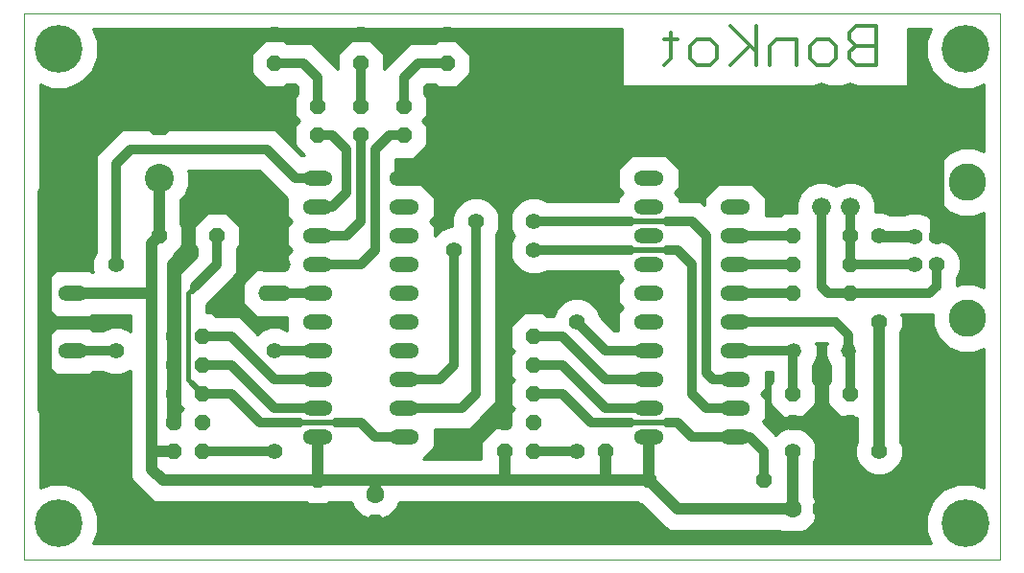
<source format=gbl>
G75*
G70*
%OFA0B0*%
%FSLAX24Y24*%
%IPPOS*%
%LPD*%
%AMOC8*
5,1,8,0,0,1.08239X$1,22.5*
%
%ADD10C,0.0000*%
%ADD11C,0.0120*%
%ADD12C,0.0061*%
%ADD13C,0.0102*%
%ADD14C,0.0122*%
%ADD15C,0.0081*%
%ADD16C,0.0039*%
%ADD17C,0.0520*%
%ADD18OC8,0.0520*%
%ADD19OC8,0.0630*%
%ADD20C,0.0630*%
%ADD21O,0.1040X0.0520*%
%ADD22C,0.0660*%
%ADD23O,0.1120X0.0560*%
%ADD24C,0.0560*%
%ADD25C,0.1300*%
%ADD26OC8,0.0560*%
%ADD27C,0.1000*%
%ADD28OC8,0.1000*%
%ADD29C,0.0500*%
%ADD30C,0.0100*%
%ADD31C,0.0400*%
%ADD32C,0.0320*%
%ADD33C,0.0200*%
%ADD34C,0.0240*%
%ADD35C,0.0160*%
%ADD36C,0.1660*%
D10*
X001186Y002332D02*
X001186Y021328D01*
X035056Y021328D01*
X035056Y002332D01*
X001186Y002332D01*
D11*
X023396Y019515D02*
X023626Y019745D01*
X023626Y020666D01*
X023857Y020436D02*
X023396Y020436D01*
X024317Y020206D02*
X024317Y019745D01*
X024547Y019515D01*
X025008Y019515D01*
X025238Y019745D01*
X025238Y020206D01*
X025008Y020436D01*
X024547Y020436D01*
X024317Y020206D01*
X025698Y020896D02*
X026619Y019976D01*
X026389Y020206D02*
X025698Y019515D01*
X026619Y019515D02*
X026619Y020896D01*
X027079Y020206D02*
X027310Y020436D01*
X028000Y020436D01*
X028000Y019515D01*
X028460Y019745D02*
X028691Y019515D01*
X029151Y019515D01*
X029381Y019745D01*
X029381Y020206D01*
X029151Y020436D01*
X028691Y020436D01*
X028460Y020206D01*
X028460Y019745D01*
X029842Y019745D02*
X030072Y019515D01*
X030762Y019515D01*
X030762Y020896D01*
X030072Y020896D01*
X029842Y020666D01*
X029842Y020436D01*
X030072Y020206D01*
X030762Y020206D01*
X030072Y020206D02*
X029842Y019976D01*
X029842Y019745D01*
X027079Y019515D02*
X027079Y020206D01*
D12*
X025702Y015580D02*
X025704Y015606D01*
X025710Y015632D01*
X025720Y015657D01*
X025734Y015679D01*
X025751Y015700D01*
X025772Y015717D01*
X025794Y015731D01*
X025819Y015741D01*
X025845Y015747D01*
X025871Y015749D01*
X025897Y015747D01*
X025923Y015741D01*
X025948Y015731D01*
X025970Y015717D01*
X025991Y015700D01*
X026008Y015679D01*
X026022Y015657D01*
X026032Y015632D01*
X026038Y015606D01*
X026040Y015580D01*
X026038Y015554D01*
X026032Y015528D01*
X026022Y015503D01*
X026008Y015481D01*
X025991Y015460D01*
X025970Y015443D01*
X025948Y015429D01*
X025923Y015419D01*
X025897Y015413D01*
X025871Y015411D01*
X025845Y015413D01*
X025819Y015419D01*
X025794Y015429D01*
X025772Y015443D01*
X025751Y015460D01*
X025734Y015481D01*
X025720Y015503D01*
X025710Y015528D01*
X025704Y015554D01*
X025702Y015580D01*
X025702Y014580D02*
X025704Y014606D01*
X025710Y014632D01*
X025720Y014657D01*
X025734Y014679D01*
X025751Y014700D01*
X025772Y014717D01*
X025794Y014731D01*
X025819Y014741D01*
X025845Y014747D01*
X025871Y014749D01*
X025897Y014747D01*
X025923Y014741D01*
X025948Y014731D01*
X025970Y014717D01*
X025991Y014700D01*
X026008Y014679D01*
X026022Y014657D01*
X026032Y014632D01*
X026038Y014606D01*
X026040Y014580D01*
X026038Y014554D01*
X026032Y014528D01*
X026022Y014503D01*
X026008Y014481D01*
X025991Y014460D01*
X025970Y014443D01*
X025948Y014429D01*
X025923Y014419D01*
X025897Y014413D01*
X025871Y014411D01*
X025845Y014413D01*
X025819Y014419D01*
X025794Y014429D01*
X025772Y014443D01*
X025751Y014460D01*
X025734Y014481D01*
X025720Y014503D01*
X025710Y014528D01*
X025704Y014554D01*
X025702Y014580D01*
X025702Y013580D02*
X025704Y013606D01*
X025710Y013632D01*
X025720Y013657D01*
X025734Y013679D01*
X025751Y013700D01*
X025772Y013717D01*
X025794Y013731D01*
X025819Y013741D01*
X025845Y013747D01*
X025871Y013749D01*
X025897Y013747D01*
X025923Y013741D01*
X025948Y013731D01*
X025970Y013717D01*
X025991Y013700D01*
X026008Y013679D01*
X026022Y013657D01*
X026032Y013632D01*
X026038Y013606D01*
X026040Y013580D01*
X026038Y013554D01*
X026032Y013528D01*
X026022Y013503D01*
X026008Y013481D01*
X025991Y013460D01*
X025970Y013443D01*
X025948Y013429D01*
X025923Y013419D01*
X025897Y013413D01*
X025871Y013411D01*
X025845Y013413D01*
X025819Y013419D01*
X025794Y013429D01*
X025772Y013443D01*
X025751Y013460D01*
X025734Y013481D01*
X025720Y013503D01*
X025710Y013528D01*
X025704Y013554D01*
X025702Y013580D01*
X025702Y012580D02*
X025704Y012606D01*
X025710Y012632D01*
X025720Y012657D01*
X025734Y012679D01*
X025751Y012700D01*
X025772Y012717D01*
X025794Y012731D01*
X025819Y012741D01*
X025845Y012747D01*
X025871Y012749D01*
X025897Y012747D01*
X025923Y012741D01*
X025948Y012731D01*
X025970Y012717D01*
X025991Y012700D01*
X026008Y012679D01*
X026022Y012657D01*
X026032Y012632D01*
X026038Y012606D01*
X026040Y012580D01*
X026038Y012554D01*
X026032Y012528D01*
X026022Y012503D01*
X026008Y012481D01*
X025991Y012460D01*
X025970Y012443D01*
X025948Y012429D01*
X025923Y012419D01*
X025897Y012413D01*
X025871Y012411D01*
X025845Y012413D01*
X025819Y012419D01*
X025794Y012429D01*
X025772Y012443D01*
X025751Y012460D01*
X025734Y012481D01*
X025720Y012503D01*
X025710Y012528D01*
X025704Y012554D01*
X025702Y012580D01*
X025702Y011580D02*
X025704Y011606D01*
X025710Y011632D01*
X025720Y011657D01*
X025734Y011679D01*
X025751Y011700D01*
X025772Y011717D01*
X025794Y011731D01*
X025819Y011741D01*
X025845Y011747D01*
X025871Y011749D01*
X025897Y011747D01*
X025923Y011741D01*
X025948Y011731D01*
X025970Y011717D01*
X025991Y011700D01*
X026008Y011679D01*
X026022Y011657D01*
X026032Y011632D01*
X026038Y011606D01*
X026040Y011580D01*
X026038Y011554D01*
X026032Y011528D01*
X026022Y011503D01*
X026008Y011481D01*
X025991Y011460D01*
X025970Y011443D01*
X025948Y011429D01*
X025923Y011419D01*
X025897Y011413D01*
X025871Y011411D01*
X025845Y011413D01*
X025819Y011419D01*
X025794Y011429D01*
X025772Y011443D01*
X025751Y011460D01*
X025734Y011481D01*
X025720Y011503D01*
X025710Y011528D01*
X025704Y011554D01*
X025702Y011580D01*
X025702Y010580D02*
X025704Y010606D01*
X025710Y010632D01*
X025720Y010657D01*
X025734Y010679D01*
X025751Y010700D01*
X025772Y010717D01*
X025794Y010731D01*
X025819Y010741D01*
X025845Y010747D01*
X025871Y010749D01*
X025897Y010747D01*
X025923Y010741D01*
X025948Y010731D01*
X025970Y010717D01*
X025991Y010700D01*
X026008Y010679D01*
X026022Y010657D01*
X026032Y010632D01*
X026038Y010606D01*
X026040Y010580D01*
X026038Y010554D01*
X026032Y010528D01*
X026022Y010503D01*
X026008Y010481D01*
X025991Y010460D01*
X025970Y010443D01*
X025948Y010429D01*
X025923Y010419D01*
X025897Y010413D01*
X025871Y010411D01*
X025845Y010413D01*
X025819Y010419D01*
X025794Y010429D01*
X025772Y010443D01*
X025751Y010460D01*
X025734Y010481D01*
X025720Y010503D01*
X025710Y010528D01*
X025704Y010554D01*
X025702Y010580D01*
X025702Y009580D02*
X025704Y009606D01*
X025710Y009632D01*
X025720Y009657D01*
X025734Y009679D01*
X025751Y009700D01*
X025772Y009717D01*
X025794Y009731D01*
X025819Y009741D01*
X025845Y009747D01*
X025871Y009749D01*
X025897Y009747D01*
X025923Y009741D01*
X025948Y009731D01*
X025970Y009717D01*
X025991Y009700D01*
X026008Y009679D01*
X026022Y009657D01*
X026032Y009632D01*
X026038Y009606D01*
X026040Y009580D01*
X026038Y009554D01*
X026032Y009528D01*
X026022Y009503D01*
X026008Y009481D01*
X025991Y009460D01*
X025970Y009443D01*
X025948Y009429D01*
X025923Y009419D01*
X025897Y009413D01*
X025871Y009411D01*
X025845Y009413D01*
X025819Y009419D01*
X025794Y009429D01*
X025772Y009443D01*
X025751Y009460D01*
X025734Y009481D01*
X025720Y009503D01*
X025710Y009528D01*
X025704Y009554D01*
X025702Y009580D01*
X025702Y008580D02*
X025704Y008606D01*
X025710Y008632D01*
X025720Y008657D01*
X025734Y008679D01*
X025751Y008700D01*
X025772Y008717D01*
X025794Y008731D01*
X025819Y008741D01*
X025845Y008747D01*
X025871Y008749D01*
X025897Y008747D01*
X025923Y008741D01*
X025948Y008731D01*
X025970Y008717D01*
X025991Y008700D01*
X026008Y008679D01*
X026022Y008657D01*
X026032Y008632D01*
X026038Y008606D01*
X026040Y008580D01*
X026038Y008554D01*
X026032Y008528D01*
X026022Y008503D01*
X026008Y008481D01*
X025991Y008460D01*
X025970Y008443D01*
X025948Y008429D01*
X025923Y008419D01*
X025897Y008413D01*
X025871Y008411D01*
X025845Y008413D01*
X025819Y008419D01*
X025794Y008429D01*
X025772Y008443D01*
X025751Y008460D01*
X025734Y008481D01*
X025720Y008503D01*
X025710Y008528D01*
X025704Y008554D01*
X025702Y008580D01*
X025702Y007580D02*
X025704Y007606D01*
X025710Y007632D01*
X025720Y007657D01*
X025734Y007679D01*
X025751Y007700D01*
X025772Y007717D01*
X025794Y007731D01*
X025819Y007741D01*
X025845Y007747D01*
X025871Y007749D01*
X025897Y007747D01*
X025923Y007741D01*
X025948Y007731D01*
X025970Y007717D01*
X025991Y007700D01*
X026008Y007679D01*
X026022Y007657D01*
X026032Y007632D01*
X026038Y007606D01*
X026040Y007580D01*
X026038Y007554D01*
X026032Y007528D01*
X026022Y007503D01*
X026008Y007481D01*
X025991Y007460D01*
X025970Y007443D01*
X025948Y007429D01*
X025923Y007419D01*
X025897Y007413D01*
X025871Y007411D01*
X025845Y007413D01*
X025819Y007419D01*
X025794Y007429D01*
X025772Y007443D01*
X025751Y007460D01*
X025734Y007481D01*
X025720Y007503D01*
X025710Y007528D01*
X025704Y007554D01*
X025702Y007580D01*
X025702Y006580D02*
X025704Y006606D01*
X025710Y006632D01*
X025720Y006657D01*
X025734Y006679D01*
X025751Y006700D01*
X025772Y006717D01*
X025794Y006731D01*
X025819Y006741D01*
X025845Y006747D01*
X025871Y006749D01*
X025897Y006747D01*
X025923Y006741D01*
X025948Y006731D01*
X025970Y006717D01*
X025991Y006700D01*
X026008Y006679D01*
X026022Y006657D01*
X026032Y006632D01*
X026038Y006606D01*
X026040Y006580D01*
X026038Y006554D01*
X026032Y006528D01*
X026022Y006503D01*
X026008Y006481D01*
X025991Y006460D01*
X025970Y006443D01*
X025948Y006429D01*
X025923Y006419D01*
X025897Y006413D01*
X025871Y006411D01*
X025845Y006413D01*
X025819Y006419D01*
X025794Y006429D01*
X025772Y006443D01*
X025751Y006460D01*
X025734Y006481D01*
X025720Y006503D01*
X025710Y006528D01*
X025704Y006554D01*
X025702Y006580D01*
X026702Y005080D02*
X026704Y005106D01*
X026710Y005132D01*
X026720Y005157D01*
X026734Y005179D01*
X026751Y005200D01*
X026772Y005217D01*
X026794Y005231D01*
X026819Y005241D01*
X026845Y005247D01*
X026871Y005249D01*
X026897Y005247D01*
X026923Y005241D01*
X026948Y005231D01*
X026970Y005217D01*
X026991Y005200D01*
X027008Y005179D01*
X027022Y005157D01*
X027032Y005132D01*
X027038Y005106D01*
X027040Y005080D01*
X027038Y005054D01*
X027032Y005028D01*
X027022Y005003D01*
X027008Y004981D01*
X026991Y004960D01*
X026970Y004943D01*
X026948Y004929D01*
X026923Y004919D01*
X026897Y004913D01*
X026871Y004911D01*
X026845Y004913D01*
X026819Y004919D01*
X026794Y004929D01*
X026772Y004943D01*
X026751Y004960D01*
X026734Y004981D01*
X026720Y005003D01*
X026710Y005028D01*
X026704Y005054D01*
X026702Y005080D01*
X027702Y004080D02*
X027704Y004106D01*
X027710Y004132D01*
X027720Y004157D01*
X027734Y004179D01*
X027751Y004200D01*
X027772Y004217D01*
X027794Y004231D01*
X027819Y004241D01*
X027845Y004247D01*
X027871Y004249D01*
X027897Y004247D01*
X027923Y004241D01*
X027948Y004231D01*
X027970Y004217D01*
X027991Y004200D01*
X028008Y004179D01*
X028022Y004157D01*
X028032Y004132D01*
X028038Y004106D01*
X028040Y004080D01*
X028038Y004054D01*
X028032Y004028D01*
X028022Y004003D01*
X028008Y003981D01*
X027991Y003960D01*
X027970Y003943D01*
X027948Y003929D01*
X027923Y003919D01*
X027897Y003913D01*
X027871Y003911D01*
X027845Y003913D01*
X027819Y003919D01*
X027794Y003929D01*
X027772Y003943D01*
X027751Y003960D01*
X027734Y003981D01*
X027720Y004003D01*
X027710Y004028D01*
X027704Y004054D01*
X027702Y004080D01*
X028702Y004080D02*
X028704Y004106D01*
X028710Y004132D01*
X028720Y004157D01*
X028734Y004179D01*
X028751Y004200D01*
X028772Y004217D01*
X028794Y004231D01*
X028819Y004241D01*
X028845Y004247D01*
X028871Y004249D01*
X028897Y004247D01*
X028923Y004241D01*
X028948Y004231D01*
X028970Y004217D01*
X028991Y004200D01*
X029008Y004179D01*
X029022Y004157D01*
X029032Y004132D01*
X029038Y004106D01*
X029040Y004080D01*
X029038Y004054D01*
X029032Y004028D01*
X029022Y004003D01*
X029008Y003981D01*
X028991Y003960D01*
X028970Y003943D01*
X028948Y003929D01*
X028923Y003919D01*
X028897Y003913D01*
X028871Y003911D01*
X028845Y003913D01*
X028819Y003919D01*
X028794Y003929D01*
X028772Y003943D01*
X028751Y003960D01*
X028734Y003981D01*
X028720Y004003D01*
X028710Y004028D01*
X028704Y004054D01*
X028702Y004080D01*
X027702Y007080D02*
X027704Y007106D01*
X027710Y007132D01*
X027720Y007157D01*
X027734Y007179D01*
X027751Y007200D01*
X027772Y007217D01*
X027794Y007231D01*
X027819Y007241D01*
X027845Y007247D01*
X027871Y007249D01*
X027897Y007247D01*
X027923Y007241D01*
X027948Y007231D01*
X027970Y007217D01*
X027991Y007200D01*
X028008Y007179D01*
X028022Y007157D01*
X028032Y007132D01*
X028038Y007106D01*
X028040Y007080D01*
X028038Y007054D01*
X028032Y007028D01*
X028022Y007003D01*
X028008Y006981D01*
X027991Y006960D01*
X027970Y006943D01*
X027948Y006929D01*
X027923Y006919D01*
X027897Y006913D01*
X027871Y006911D01*
X027845Y006913D01*
X027819Y006919D01*
X027794Y006929D01*
X027772Y006943D01*
X027751Y006960D01*
X027734Y006981D01*
X027720Y007003D01*
X027710Y007028D01*
X027704Y007054D01*
X027702Y007080D01*
X027702Y008080D02*
X027704Y008106D01*
X027710Y008132D01*
X027720Y008157D01*
X027734Y008179D01*
X027751Y008200D01*
X027772Y008217D01*
X027794Y008231D01*
X027819Y008241D01*
X027845Y008247D01*
X027871Y008249D01*
X027897Y008247D01*
X027923Y008241D01*
X027948Y008231D01*
X027970Y008217D01*
X027991Y008200D01*
X028008Y008179D01*
X028022Y008157D01*
X028032Y008132D01*
X028038Y008106D01*
X028040Y008080D01*
X028038Y008054D01*
X028032Y008028D01*
X028022Y008003D01*
X028008Y007981D01*
X027991Y007960D01*
X027970Y007943D01*
X027948Y007929D01*
X027923Y007919D01*
X027897Y007913D01*
X027871Y007911D01*
X027845Y007913D01*
X027819Y007919D01*
X027794Y007929D01*
X027772Y007943D01*
X027751Y007960D01*
X027734Y007981D01*
X027720Y008003D01*
X027710Y008028D01*
X027704Y008054D01*
X027702Y008080D01*
X029702Y008080D02*
X029704Y008106D01*
X029710Y008132D01*
X029720Y008157D01*
X029734Y008179D01*
X029751Y008200D01*
X029772Y008217D01*
X029794Y008231D01*
X029819Y008241D01*
X029845Y008247D01*
X029871Y008249D01*
X029897Y008247D01*
X029923Y008241D01*
X029948Y008231D01*
X029970Y008217D01*
X029991Y008200D01*
X030008Y008179D01*
X030022Y008157D01*
X030032Y008132D01*
X030038Y008106D01*
X030040Y008080D01*
X030038Y008054D01*
X030032Y008028D01*
X030022Y008003D01*
X030008Y007981D01*
X029991Y007960D01*
X029970Y007943D01*
X029948Y007929D01*
X029923Y007919D01*
X029897Y007913D01*
X029871Y007911D01*
X029845Y007913D01*
X029819Y007919D01*
X029794Y007929D01*
X029772Y007943D01*
X029751Y007960D01*
X029734Y007981D01*
X029720Y008003D01*
X029710Y008028D01*
X029704Y008054D01*
X029702Y008080D01*
X029702Y007080D02*
X029704Y007106D01*
X029710Y007132D01*
X029720Y007157D01*
X029734Y007179D01*
X029751Y007200D01*
X029772Y007217D01*
X029794Y007231D01*
X029819Y007241D01*
X029845Y007247D01*
X029871Y007249D01*
X029897Y007247D01*
X029923Y007241D01*
X029948Y007231D01*
X029970Y007217D01*
X029991Y007200D01*
X030008Y007179D01*
X030022Y007157D01*
X030032Y007132D01*
X030038Y007106D01*
X030040Y007080D01*
X030038Y007054D01*
X030032Y007028D01*
X030022Y007003D01*
X030008Y006981D01*
X029991Y006960D01*
X029970Y006943D01*
X029948Y006929D01*
X029923Y006919D01*
X029897Y006913D01*
X029871Y006911D01*
X029845Y006913D01*
X029819Y006919D01*
X029794Y006929D01*
X029772Y006943D01*
X029751Y006960D01*
X029734Y006981D01*
X029720Y007003D01*
X029710Y007028D01*
X029704Y007054D01*
X029702Y007080D01*
X029652Y009580D02*
X029654Y009606D01*
X029660Y009632D01*
X029670Y009657D01*
X029684Y009679D01*
X029701Y009700D01*
X029722Y009717D01*
X029744Y009731D01*
X029769Y009741D01*
X029795Y009747D01*
X029821Y009749D01*
X029847Y009747D01*
X029873Y009741D01*
X029898Y009731D01*
X029920Y009717D01*
X029941Y009700D01*
X029958Y009679D01*
X029972Y009657D01*
X029982Y009632D01*
X029988Y009606D01*
X029990Y009580D01*
X029988Y009554D01*
X029982Y009528D01*
X029972Y009503D01*
X029958Y009481D01*
X029941Y009460D01*
X029920Y009443D01*
X029898Y009429D01*
X029873Y009419D01*
X029847Y009413D01*
X029821Y009411D01*
X029795Y009413D01*
X029769Y009419D01*
X029744Y009429D01*
X029722Y009443D01*
X029701Y009460D01*
X029684Y009481D01*
X029670Y009503D01*
X029660Y009528D01*
X029654Y009554D01*
X029652Y009580D01*
X027752Y009580D02*
X027754Y009606D01*
X027760Y009632D01*
X027770Y009657D01*
X027784Y009679D01*
X027801Y009700D01*
X027822Y009717D01*
X027844Y009731D01*
X027869Y009741D01*
X027895Y009747D01*
X027921Y009749D01*
X027947Y009747D01*
X027973Y009741D01*
X027998Y009731D01*
X028020Y009717D01*
X028041Y009700D01*
X028058Y009679D01*
X028072Y009657D01*
X028082Y009632D01*
X028088Y009606D01*
X028090Y009580D01*
X028088Y009554D01*
X028082Y009528D01*
X028072Y009503D01*
X028058Y009481D01*
X028041Y009460D01*
X028020Y009443D01*
X027998Y009429D01*
X027973Y009419D01*
X027947Y009413D01*
X027921Y009411D01*
X027895Y009413D01*
X027869Y009419D01*
X027844Y009429D01*
X027822Y009443D01*
X027801Y009460D01*
X027784Y009481D01*
X027770Y009503D01*
X027760Y009528D01*
X027754Y009554D01*
X027752Y009580D01*
X027702Y011580D02*
X027704Y011606D01*
X027710Y011632D01*
X027720Y011657D01*
X027734Y011679D01*
X027751Y011700D01*
X027772Y011717D01*
X027794Y011731D01*
X027819Y011741D01*
X027845Y011747D01*
X027871Y011749D01*
X027897Y011747D01*
X027923Y011741D01*
X027948Y011731D01*
X027970Y011717D01*
X027991Y011700D01*
X028008Y011679D01*
X028022Y011657D01*
X028032Y011632D01*
X028038Y011606D01*
X028040Y011580D01*
X028038Y011554D01*
X028032Y011528D01*
X028022Y011503D01*
X028008Y011481D01*
X027991Y011460D01*
X027970Y011443D01*
X027948Y011429D01*
X027923Y011419D01*
X027897Y011413D01*
X027871Y011411D01*
X027845Y011413D01*
X027819Y011419D01*
X027794Y011429D01*
X027772Y011443D01*
X027751Y011460D01*
X027734Y011481D01*
X027720Y011503D01*
X027710Y011528D01*
X027704Y011554D01*
X027702Y011580D01*
X027702Y012580D02*
X027704Y012606D01*
X027710Y012632D01*
X027720Y012657D01*
X027734Y012679D01*
X027751Y012700D01*
X027772Y012717D01*
X027794Y012731D01*
X027819Y012741D01*
X027845Y012747D01*
X027871Y012749D01*
X027897Y012747D01*
X027923Y012741D01*
X027948Y012731D01*
X027970Y012717D01*
X027991Y012700D01*
X028008Y012679D01*
X028022Y012657D01*
X028032Y012632D01*
X028038Y012606D01*
X028040Y012580D01*
X028038Y012554D01*
X028032Y012528D01*
X028022Y012503D01*
X028008Y012481D01*
X027991Y012460D01*
X027970Y012443D01*
X027948Y012429D01*
X027923Y012419D01*
X027897Y012413D01*
X027871Y012411D01*
X027845Y012413D01*
X027819Y012419D01*
X027794Y012429D01*
X027772Y012443D01*
X027751Y012460D01*
X027734Y012481D01*
X027720Y012503D01*
X027710Y012528D01*
X027704Y012554D01*
X027702Y012580D01*
X027702Y013580D02*
X027704Y013606D01*
X027710Y013632D01*
X027720Y013657D01*
X027734Y013679D01*
X027751Y013700D01*
X027772Y013717D01*
X027794Y013731D01*
X027819Y013741D01*
X027845Y013747D01*
X027871Y013749D01*
X027897Y013747D01*
X027923Y013741D01*
X027948Y013731D01*
X027970Y013717D01*
X027991Y013700D01*
X028008Y013679D01*
X028022Y013657D01*
X028032Y013632D01*
X028038Y013606D01*
X028040Y013580D01*
X028038Y013554D01*
X028032Y013528D01*
X028022Y013503D01*
X028008Y013481D01*
X027991Y013460D01*
X027970Y013443D01*
X027948Y013429D01*
X027923Y013419D01*
X027897Y013413D01*
X027871Y013411D01*
X027845Y013413D01*
X027819Y013419D01*
X027794Y013429D01*
X027772Y013443D01*
X027751Y013460D01*
X027734Y013481D01*
X027720Y013503D01*
X027710Y013528D01*
X027704Y013554D01*
X027702Y013580D01*
X029702Y013580D02*
X029704Y013606D01*
X029710Y013632D01*
X029720Y013657D01*
X029734Y013679D01*
X029751Y013700D01*
X029772Y013717D01*
X029794Y013731D01*
X029819Y013741D01*
X029845Y013747D01*
X029871Y013749D01*
X029897Y013747D01*
X029923Y013741D01*
X029948Y013731D01*
X029970Y013717D01*
X029991Y013700D01*
X030008Y013679D01*
X030022Y013657D01*
X030032Y013632D01*
X030038Y013606D01*
X030040Y013580D01*
X030038Y013554D01*
X030032Y013528D01*
X030022Y013503D01*
X030008Y013481D01*
X029991Y013460D01*
X029970Y013443D01*
X029948Y013429D01*
X029923Y013419D01*
X029897Y013413D01*
X029871Y013411D01*
X029845Y013413D01*
X029819Y013419D01*
X029794Y013429D01*
X029772Y013443D01*
X029751Y013460D01*
X029734Y013481D01*
X029720Y013503D01*
X029710Y013528D01*
X029704Y013554D01*
X029702Y013580D01*
X029702Y012580D02*
X029704Y012606D01*
X029710Y012632D01*
X029720Y012657D01*
X029734Y012679D01*
X029751Y012700D01*
X029772Y012717D01*
X029794Y012731D01*
X029819Y012741D01*
X029845Y012747D01*
X029871Y012749D01*
X029897Y012747D01*
X029923Y012741D01*
X029948Y012731D01*
X029970Y012717D01*
X029991Y012700D01*
X030008Y012679D01*
X030022Y012657D01*
X030032Y012632D01*
X030038Y012606D01*
X030040Y012580D01*
X030038Y012554D01*
X030032Y012528D01*
X030022Y012503D01*
X030008Y012481D01*
X029991Y012460D01*
X029970Y012443D01*
X029948Y012429D01*
X029923Y012419D01*
X029897Y012413D01*
X029871Y012411D01*
X029845Y012413D01*
X029819Y012419D01*
X029794Y012429D01*
X029772Y012443D01*
X029751Y012460D01*
X029734Y012481D01*
X029720Y012503D01*
X029710Y012528D01*
X029704Y012554D01*
X029702Y012580D01*
X029702Y011580D02*
X029704Y011606D01*
X029710Y011632D01*
X029720Y011657D01*
X029734Y011679D01*
X029751Y011700D01*
X029772Y011717D01*
X029794Y011731D01*
X029819Y011741D01*
X029845Y011747D01*
X029871Y011749D01*
X029897Y011747D01*
X029923Y011741D01*
X029948Y011731D01*
X029970Y011717D01*
X029991Y011700D01*
X030008Y011679D01*
X030022Y011657D01*
X030032Y011632D01*
X030038Y011606D01*
X030040Y011580D01*
X030038Y011554D01*
X030032Y011528D01*
X030022Y011503D01*
X030008Y011481D01*
X029991Y011460D01*
X029970Y011443D01*
X029948Y011429D01*
X029923Y011419D01*
X029897Y011413D01*
X029871Y011411D01*
X029845Y011413D01*
X029819Y011419D01*
X029794Y011429D01*
X029772Y011443D01*
X029751Y011460D01*
X029734Y011481D01*
X029720Y011503D01*
X029710Y011528D01*
X029704Y011554D01*
X029702Y011580D01*
X022702Y011580D02*
X022704Y011606D01*
X022710Y011632D01*
X022720Y011657D01*
X022734Y011679D01*
X022751Y011700D01*
X022772Y011717D01*
X022794Y011731D01*
X022819Y011741D01*
X022845Y011747D01*
X022871Y011749D01*
X022897Y011747D01*
X022923Y011741D01*
X022948Y011731D01*
X022970Y011717D01*
X022991Y011700D01*
X023008Y011679D01*
X023022Y011657D01*
X023032Y011632D01*
X023038Y011606D01*
X023040Y011580D01*
X023038Y011554D01*
X023032Y011528D01*
X023022Y011503D01*
X023008Y011481D01*
X022991Y011460D01*
X022970Y011443D01*
X022948Y011429D01*
X022923Y011419D01*
X022897Y011413D01*
X022871Y011411D01*
X022845Y011413D01*
X022819Y011419D01*
X022794Y011429D01*
X022772Y011443D01*
X022751Y011460D01*
X022734Y011481D01*
X022720Y011503D01*
X022710Y011528D01*
X022704Y011554D01*
X022702Y011580D01*
X022702Y010580D02*
X022704Y010606D01*
X022710Y010632D01*
X022720Y010657D01*
X022734Y010679D01*
X022751Y010700D01*
X022772Y010717D01*
X022794Y010731D01*
X022819Y010741D01*
X022845Y010747D01*
X022871Y010749D01*
X022897Y010747D01*
X022923Y010741D01*
X022948Y010731D01*
X022970Y010717D01*
X022991Y010700D01*
X023008Y010679D01*
X023022Y010657D01*
X023032Y010632D01*
X023038Y010606D01*
X023040Y010580D01*
X023038Y010554D01*
X023032Y010528D01*
X023022Y010503D01*
X023008Y010481D01*
X022991Y010460D01*
X022970Y010443D01*
X022948Y010429D01*
X022923Y010419D01*
X022897Y010413D01*
X022871Y010411D01*
X022845Y010413D01*
X022819Y010419D01*
X022794Y010429D01*
X022772Y010443D01*
X022751Y010460D01*
X022734Y010481D01*
X022720Y010503D01*
X022710Y010528D01*
X022704Y010554D01*
X022702Y010580D01*
X022702Y009580D02*
X022704Y009606D01*
X022710Y009632D01*
X022720Y009657D01*
X022734Y009679D01*
X022751Y009700D01*
X022772Y009717D01*
X022794Y009731D01*
X022819Y009741D01*
X022845Y009747D01*
X022871Y009749D01*
X022897Y009747D01*
X022923Y009741D01*
X022948Y009731D01*
X022970Y009717D01*
X022991Y009700D01*
X023008Y009679D01*
X023022Y009657D01*
X023032Y009632D01*
X023038Y009606D01*
X023040Y009580D01*
X023038Y009554D01*
X023032Y009528D01*
X023022Y009503D01*
X023008Y009481D01*
X022991Y009460D01*
X022970Y009443D01*
X022948Y009429D01*
X022923Y009419D01*
X022897Y009413D01*
X022871Y009411D01*
X022845Y009413D01*
X022819Y009419D01*
X022794Y009429D01*
X022772Y009443D01*
X022751Y009460D01*
X022734Y009481D01*
X022720Y009503D01*
X022710Y009528D01*
X022704Y009554D01*
X022702Y009580D01*
X022702Y008580D02*
X022704Y008606D01*
X022710Y008632D01*
X022720Y008657D01*
X022734Y008679D01*
X022751Y008700D01*
X022772Y008717D01*
X022794Y008731D01*
X022819Y008741D01*
X022845Y008747D01*
X022871Y008749D01*
X022897Y008747D01*
X022923Y008741D01*
X022948Y008731D01*
X022970Y008717D01*
X022991Y008700D01*
X023008Y008679D01*
X023022Y008657D01*
X023032Y008632D01*
X023038Y008606D01*
X023040Y008580D01*
X023038Y008554D01*
X023032Y008528D01*
X023022Y008503D01*
X023008Y008481D01*
X022991Y008460D01*
X022970Y008443D01*
X022948Y008429D01*
X022923Y008419D01*
X022897Y008413D01*
X022871Y008411D01*
X022845Y008413D01*
X022819Y008419D01*
X022794Y008429D01*
X022772Y008443D01*
X022751Y008460D01*
X022734Y008481D01*
X022720Y008503D01*
X022710Y008528D01*
X022704Y008554D01*
X022702Y008580D01*
X022702Y007580D02*
X022704Y007606D01*
X022710Y007632D01*
X022720Y007657D01*
X022734Y007679D01*
X022751Y007700D01*
X022772Y007717D01*
X022794Y007731D01*
X022819Y007741D01*
X022845Y007747D01*
X022871Y007749D01*
X022897Y007747D01*
X022923Y007741D01*
X022948Y007731D01*
X022970Y007717D01*
X022991Y007700D01*
X023008Y007679D01*
X023022Y007657D01*
X023032Y007632D01*
X023038Y007606D01*
X023040Y007580D01*
X023038Y007554D01*
X023032Y007528D01*
X023022Y007503D01*
X023008Y007481D01*
X022991Y007460D01*
X022970Y007443D01*
X022948Y007429D01*
X022923Y007419D01*
X022897Y007413D01*
X022871Y007411D01*
X022845Y007413D01*
X022819Y007419D01*
X022794Y007429D01*
X022772Y007443D01*
X022751Y007460D01*
X022734Y007481D01*
X022720Y007503D01*
X022710Y007528D01*
X022704Y007554D01*
X022702Y007580D01*
X022702Y006580D02*
X022704Y006606D01*
X022710Y006632D01*
X022720Y006657D01*
X022734Y006679D01*
X022751Y006700D01*
X022772Y006717D01*
X022794Y006731D01*
X022819Y006741D01*
X022845Y006747D01*
X022871Y006749D01*
X022897Y006747D01*
X022923Y006741D01*
X022948Y006731D01*
X022970Y006717D01*
X022991Y006700D01*
X023008Y006679D01*
X023022Y006657D01*
X023032Y006632D01*
X023038Y006606D01*
X023040Y006580D01*
X023038Y006554D01*
X023032Y006528D01*
X023022Y006503D01*
X023008Y006481D01*
X022991Y006460D01*
X022970Y006443D01*
X022948Y006429D01*
X022923Y006419D01*
X022897Y006413D01*
X022871Y006411D01*
X022845Y006413D01*
X022819Y006419D01*
X022794Y006429D01*
X022772Y006443D01*
X022751Y006460D01*
X022734Y006481D01*
X022720Y006503D01*
X022710Y006528D01*
X022704Y006554D01*
X022702Y006580D01*
X021202Y006080D02*
X021204Y006106D01*
X021210Y006132D01*
X021220Y006157D01*
X021234Y006179D01*
X021251Y006200D01*
X021272Y006217D01*
X021294Y006231D01*
X021319Y006241D01*
X021345Y006247D01*
X021371Y006249D01*
X021397Y006247D01*
X021423Y006241D01*
X021448Y006231D01*
X021470Y006217D01*
X021491Y006200D01*
X021508Y006179D01*
X021522Y006157D01*
X021532Y006132D01*
X021538Y006106D01*
X021540Y006080D01*
X021538Y006054D01*
X021532Y006028D01*
X021522Y006003D01*
X021508Y005981D01*
X021491Y005960D01*
X021470Y005943D01*
X021448Y005929D01*
X021423Y005919D01*
X021397Y005913D01*
X021371Y005911D01*
X021345Y005913D01*
X021319Y005919D01*
X021294Y005929D01*
X021272Y005943D01*
X021251Y005960D01*
X021234Y005981D01*
X021220Y006003D01*
X021210Y006028D01*
X021204Y006054D01*
X021202Y006080D01*
X022702Y005080D02*
X022704Y005106D01*
X022710Y005132D01*
X022720Y005157D01*
X022734Y005179D01*
X022751Y005200D01*
X022772Y005217D01*
X022794Y005231D01*
X022819Y005241D01*
X022845Y005247D01*
X022871Y005249D01*
X022897Y005247D01*
X022923Y005241D01*
X022948Y005231D01*
X022970Y005217D01*
X022991Y005200D01*
X023008Y005179D01*
X023022Y005157D01*
X023032Y005132D01*
X023038Y005106D01*
X023040Y005080D01*
X023038Y005054D01*
X023032Y005028D01*
X023022Y005003D01*
X023008Y004981D01*
X022991Y004960D01*
X022970Y004943D01*
X022948Y004929D01*
X022923Y004919D01*
X022897Y004913D01*
X022871Y004911D01*
X022845Y004913D01*
X022819Y004919D01*
X022794Y004929D01*
X022772Y004943D01*
X022751Y004960D01*
X022734Y004981D01*
X022720Y005003D01*
X022710Y005028D01*
X022704Y005054D01*
X022702Y005080D01*
X021202Y004080D02*
X021204Y004106D01*
X021210Y004132D01*
X021220Y004157D01*
X021234Y004179D01*
X021251Y004200D01*
X021272Y004217D01*
X021294Y004231D01*
X021319Y004241D01*
X021345Y004247D01*
X021371Y004249D01*
X021397Y004247D01*
X021423Y004241D01*
X021448Y004231D01*
X021470Y004217D01*
X021491Y004200D01*
X021508Y004179D01*
X021522Y004157D01*
X021532Y004132D01*
X021538Y004106D01*
X021540Y004080D01*
X021538Y004054D01*
X021532Y004028D01*
X021522Y004003D01*
X021508Y003981D01*
X021491Y003960D01*
X021470Y003943D01*
X021448Y003929D01*
X021423Y003919D01*
X021397Y003913D01*
X021371Y003911D01*
X021345Y003913D01*
X021319Y003919D01*
X021294Y003929D01*
X021272Y003943D01*
X021251Y003960D01*
X021234Y003981D01*
X021220Y004003D01*
X021210Y004028D01*
X021204Y004054D01*
X021202Y004080D01*
X014202Y006580D02*
X014204Y006606D01*
X014210Y006632D01*
X014220Y006657D01*
X014234Y006679D01*
X014251Y006700D01*
X014272Y006717D01*
X014294Y006731D01*
X014319Y006741D01*
X014345Y006747D01*
X014371Y006749D01*
X014397Y006747D01*
X014423Y006741D01*
X014448Y006731D01*
X014470Y006717D01*
X014491Y006700D01*
X014508Y006679D01*
X014522Y006657D01*
X014532Y006632D01*
X014538Y006606D01*
X014540Y006580D01*
X014538Y006554D01*
X014532Y006528D01*
X014522Y006503D01*
X014508Y006481D01*
X014491Y006460D01*
X014470Y006443D01*
X014448Y006429D01*
X014423Y006419D01*
X014397Y006413D01*
X014371Y006411D01*
X014345Y006413D01*
X014319Y006419D01*
X014294Y006429D01*
X014272Y006443D01*
X014251Y006460D01*
X014234Y006481D01*
X014220Y006503D01*
X014210Y006528D01*
X014204Y006554D01*
X014202Y006580D01*
X014202Y007580D02*
X014204Y007606D01*
X014210Y007632D01*
X014220Y007657D01*
X014234Y007679D01*
X014251Y007700D01*
X014272Y007717D01*
X014294Y007731D01*
X014319Y007741D01*
X014345Y007747D01*
X014371Y007749D01*
X014397Y007747D01*
X014423Y007741D01*
X014448Y007731D01*
X014470Y007717D01*
X014491Y007700D01*
X014508Y007679D01*
X014522Y007657D01*
X014532Y007632D01*
X014538Y007606D01*
X014540Y007580D01*
X014538Y007554D01*
X014532Y007528D01*
X014522Y007503D01*
X014508Y007481D01*
X014491Y007460D01*
X014470Y007443D01*
X014448Y007429D01*
X014423Y007419D01*
X014397Y007413D01*
X014371Y007411D01*
X014345Y007413D01*
X014319Y007419D01*
X014294Y007429D01*
X014272Y007443D01*
X014251Y007460D01*
X014234Y007481D01*
X014220Y007503D01*
X014210Y007528D01*
X014204Y007554D01*
X014202Y007580D01*
X014202Y008580D02*
X014204Y008606D01*
X014210Y008632D01*
X014220Y008657D01*
X014234Y008679D01*
X014251Y008700D01*
X014272Y008717D01*
X014294Y008731D01*
X014319Y008741D01*
X014345Y008747D01*
X014371Y008749D01*
X014397Y008747D01*
X014423Y008741D01*
X014448Y008731D01*
X014470Y008717D01*
X014491Y008700D01*
X014508Y008679D01*
X014522Y008657D01*
X014532Y008632D01*
X014538Y008606D01*
X014540Y008580D01*
X014538Y008554D01*
X014532Y008528D01*
X014522Y008503D01*
X014508Y008481D01*
X014491Y008460D01*
X014470Y008443D01*
X014448Y008429D01*
X014423Y008419D01*
X014397Y008413D01*
X014371Y008411D01*
X014345Y008413D01*
X014319Y008419D01*
X014294Y008429D01*
X014272Y008443D01*
X014251Y008460D01*
X014234Y008481D01*
X014220Y008503D01*
X014210Y008528D01*
X014204Y008554D01*
X014202Y008580D01*
X014202Y009580D02*
X014204Y009606D01*
X014210Y009632D01*
X014220Y009657D01*
X014234Y009679D01*
X014251Y009700D01*
X014272Y009717D01*
X014294Y009731D01*
X014319Y009741D01*
X014345Y009747D01*
X014371Y009749D01*
X014397Y009747D01*
X014423Y009741D01*
X014448Y009731D01*
X014470Y009717D01*
X014491Y009700D01*
X014508Y009679D01*
X014522Y009657D01*
X014532Y009632D01*
X014538Y009606D01*
X014540Y009580D01*
X014538Y009554D01*
X014532Y009528D01*
X014522Y009503D01*
X014508Y009481D01*
X014491Y009460D01*
X014470Y009443D01*
X014448Y009429D01*
X014423Y009419D01*
X014397Y009413D01*
X014371Y009411D01*
X014345Y009413D01*
X014319Y009419D01*
X014294Y009429D01*
X014272Y009443D01*
X014251Y009460D01*
X014234Y009481D01*
X014220Y009503D01*
X014210Y009528D01*
X014204Y009554D01*
X014202Y009580D01*
X014202Y010580D02*
X014204Y010606D01*
X014210Y010632D01*
X014220Y010657D01*
X014234Y010679D01*
X014251Y010700D01*
X014272Y010717D01*
X014294Y010731D01*
X014319Y010741D01*
X014345Y010747D01*
X014371Y010749D01*
X014397Y010747D01*
X014423Y010741D01*
X014448Y010731D01*
X014470Y010717D01*
X014491Y010700D01*
X014508Y010679D01*
X014522Y010657D01*
X014532Y010632D01*
X014538Y010606D01*
X014540Y010580D01*
X014538Y010554D01*
X014532Y010528D01*
X014522Y010503D01*
X014508Y010481D01*
X014491Y010460D01*
X014470Y010443D01*
X014448Y010429D01*
X014423Y010419D01*
X014397Y010413D01*
X014371Y010411D01*
X014345Y010413D01*
X014319Y010419D01*
X014294Y010429D01*
X014272Y010443D01*
X014251Y010460D01*
X014234Y010481D01*
X014220Y010503D01*
X014210Y010528D01*
X014204Y010554D01*
X014202Y010580D01*
X014202Y011580D02*
X014204Y011606D01*
X014210Y011632D01*
X014220Y011657D01*
X014234Y011679D01*
X014251Y011700D01*
X014272Y011717D01*
X014294Y011731D01*
X014319Y011741D01*
X014345Y011747D01*
X014371Y011749D01*
X014397Y011747D01*
X014423Y011741D01*
X014448Y011731D01*
X014470Y011717D01*
X014491Y011700D01*
X014508Y011679D01*
X014522Y011657D01*
X014532Y011632D01*
X014538Y011606D01*
X014540Y011580D01*
X014538Y011554D01*
X014532Y011528D01*
X014522Y011503D01*
X014508Y011481D01*
X014491Y011460D01*
X014470Y011443D01*
X014448Y011429D01*
X014423Y011419D01*
X014397Y011413D01*
X014371Y011411D01*
X014345Y011413D01*
X014319Y011419D01*
X014294Y011429D01*
X014272Y011443D01*
X014251Y011460D01*
X014234Y011481D01*
X014220Y011503D01*
X014210Y011528D01*
X014204Y011554D01*
X014202Y011580D01*
X014202Y012580D02*
X014204Y012606D01*
X014210Y012632D01*
X014220Y012657D01*
X014234Y012679D01*
X014251Y012700D01*
X014272Y012717D01*
X014294Y012731D01*
X014319Y012741D01*
X014345Y012747D01*
X014371Y012749D01*
X014397Y012747D01*
X014423Y012741D01*
X014448Y012731D01*
X014470Y012717D01*
X014491Y012700D01*
X014508Y012679D01*
X014522Y012657D01*
X014532Y012632D01*
X014538Y012606D01*
X014540Y012580D01*
X014538Y012554D01*
X014532Y012528D01*
X014522Y012503D01*
X014508Y012481D01*
X014491Y012460D01*
X014470Y012443D01*
X014448Y012429D01*
X014423Y012419D01*
X014397Y012413D01*
X014371Y012411D01*
X014345Y012413D01*
X014319Y012419D01*
X014294Y012429D01*
X014272Y012443D01*
X014251Y012460D01*
X014234Y012481D01*
X014220Y012503D01*
X014210Y012528D01*
X014204Y012554D01*
X014202Y012580D01*
X014202Y013580D02*
X014204Y013606D01*
X014210Y013632D01*
X014220Y013657D01*
X014234Y013679D01*
X014251Y013700D01*
X014272Y013717D01*
X014294Y013731D01*
X014319Y013741D01*
X014345Y013747D01*
X014371Y013749D01*
X014397Y013747D01*
X014423Y013741D01*
X014448Y013731D01*
X014470Y013717D01*
X014491Y013700D01*
X014508Y013679D01*
X014522Y013657D01*
X014532Y013632D01*
X014538Y013606D01*
X014540Y013580D01*
X014538Y013554D01*
X014532Y013528D01*
X014522Y013503D01*
X014508Y013481D01*
X014491Y013460D01*
X014470Y013443D01*
X014448Y013429D01*
X014423Y013419D01*
X014397Y013413D01*
X014371Y013411D01*
X014345Y013413D01*
X014319Y013419D01*
X014294Y013429D01*
X014272Y013443D01*
X014251Y013460D01*
X014234Y013481D01*
X014220Y013503D01*
X014210Y013528D01*
X014204Y013554D01*
X014202Y013580D01*
X014202Y014580D02*
X014204Y014606D01*
X014210Y014632D01*
X014220Y014657D01*
X014234Y014679D01*
X014251Y014700D01*
X014272Y014717D01*
X014294Y014731D01*
X014319Y014741D01*
X014345Y014747D01*
X014371Y014749D01*
X014397Y014747D01*
X014423Y014741D01*
X014448Y014731D01*
X014470Y014717D01*
X014491Y014700D01*
X014508Y014679D01*
X014522Y014657D01*
X014532Y014632D01*
X014538Y014606D01*
X014540Y014580D01*
X014538Y014554D01*
X014532Y014528D01*
X014522Y014503D01*
X014508Y014481D01*
X014491Y014460D01*
X014470Y014443D01*
X014448Y014429D01*
X014423Y014419D01*
X014397Y014413D01*
X014371Y014411D01*
X014345Y014413D01*
X014319Y014419D01*
X014294Y014429D01*
X014272Y014443D01*
X014251Y014460D01*
X014234Y014481D01*
X014220Y014503D01*
X014210Y014528D01*
X014204Y014554D01*
X014202Y014580D01*
X014202Y015580D02*
X014204Y015606D01*
X014210Y015632D01*
X014220Y015657D01*
X014234Y015679D01*
X014251Y015700D01*
X014272Y015717D01*
X014294Y015731D01*
X014319Y015741D01*
X014345Y015747D01*
X014371Y015749D01*
X014397Y015747D01*
X014423Y015741D01*
X014448Y015731D01*
X014470Y015717D01*
X014491Y015700D01*
X014508Y015679D01*
X014522Y015657D01*
X014532Y015632D01*
X014538Y015606D01*
X014540Y015580D01*
X014538Y015554D01*
X014532Y015528D01*
X014522Y015503D01*
X014508Y015481D01*
X014491Y015460D01*
X014470Y015443D01*
X014448Y015429D01*
X014423Y015419D01*
X014397Y015413D01*
X014371Y015411D01*
X014345Y015413D01*
X014319Y015419D01*
X014294Y015429D01*
X014272Y015443D01*
X014251Y015460D01*
X014234Y015481D01*
X014220Y015503D01*
X014210Y015528D01*
X014204Y015554D01*
X014202Y015580D01*
X014202Y017080D02*
X014204Y017106D01*
X014210Y017132D01*
X014220Y017157D01*
X014234Y017179D01*
X014251Y017200D01*
X014272Y017217D01*
X014294Y017231D01*
X014319Y017241D01*
X014345Y017247D01*
X014371Y017249D01*
X014397Y017247D01*
X014423Y017241D01*
X014448Y017231D01*
X014470Y017217D01*
X014491Y017200D01*
X014508Y017179D01*
X014522Y017157D01*
X014532Y017132D01*
X014538Y017106D01*
X014540Y017080D01*
X014538Y017054D01*
X014532Y017028D01*
X014522Y017003D01*
X014508Y016981D01*
X014491Y016960D01*
X014470Y016943D01*
X014448Y016929D01*
X014423Y016919D01*
X014397Y016913D01*
X014371Y016911D01*
X014345Y016913D01*
X014319Y016919D01*
X014294Y016929D01*
X014272Y016943D01*
X014251Y016960D01*
X014234Y016981D01*
X014220Y017003D01*
X014210Y017028D01*
X014204Y017054D01*
X014202Y017080D01*
X014202Y018080D02*
X014204Y018106D01*
X014210Y018132D01*
X014220Y018157D01*
X014234Y018179D01*
X014251Y018200D01*
X014272Y018217D01*
X014294Y018231D01*
X014319Y018241D01*
X014345Y018247D01*
X014371Y018249D01*
X014397Y018247D01*
X014423Y018241D01*
X014448Y018231D01*
X014470Y018217D01*
X014491Y018200D01*
X014508Y018179D01*
X014522Y018157D01*
X014532Y018132D01*
X014538Y018106D01*
X014540Y018080D01*
X014538Y018054D01*
X014532Y018028D01*
X014522Y018003D01*
X014508Y017981D01*
X014491Y017960D01*
X014470Y017943D01*
X014448Y017929D01*
X014423Y017919D01*
X014397Y017913D01*
X014371Y017911D01*
X014345Y017913D01*
X014319Y017919D01*
X014294Y017929D01*
X014272Y017943D01*
X014251Y017960D01*
X014234Y017981D01*
X014220Y018003D01*
X014210Y018028D01*
X014204Y018054D01*
X014202Y018080D01*
X012702Y018080D02*
X012704Y018106D01*
X012710Y018132D01*
X012720Y018157D01*
X012734Y018179D01*
X012751Y018200D01*
X012772Y018217D01*
X012794Y018231D01*
X012819Y018241D01*
X012845Y018247D01*
X012871Y018249D01*
X012897Y018247D01*
X012923Y018241D01*
X012948Y018231D01*
X012970Y018217D01*
X012991Y018200D01*
X013008Y018179D01*
X013022Y018157D01*
X013032Y018132D01*
X013038Y018106D01*
X013040Y018080D01*
X013038Y018054D01*
X013032Y018028D01*
X013022Y018003D01*
X013008Y017981D01*
X012991Y017960D01*
X012970Y017943D01*
X012948Y017929D01*
X012923Y017919D01*
X012897Y017913D01*
X012871Y017911D01*
X012845Y017913D01*
X012819Y017919D01*
X012794Y017929D01*
X012772Y017943D01*
X012751Y017960D01*
X012734Y017981D01*
X012720Y018003D01*
X012710Y018028D01*
X012704Y018054D01*
X012702Y018080D01*
X012702Y017080D02*
X012704Y017106D01*
X012710Y017132D01*
X012720Y017157D01*
X012734Y017179D01*
X012751Y017200D01*
X012772Y017217D01*
X012794Y017231D01*
X012819Y017241D01*
X012845Y017247D01*
X012871Y017249D01*
X012897Y017247D01*
X012923Y017241D01*
X012948Y017231D01*
X012970Y017217D01*
X012991Y017200D01*
X013008Y017179D01*
X013022Y017157D01*
X013032Y017132D01*
X013038Y017106D01*
X013040Y017080D01*
X013038Y017054D01*
X013032Y017028D01*
X013022Y017003D01*
X013008Y016981D01*
X012991Y016960D01*
X012970Y016943D01*
X012948Y016929D01*
X012923Y016919D01*
X012897Y016913D01*
X012871Y016911D01*
X012845Y016913D01*
X012819Y016919D01*
X012794Y016929D01*
X012772Y016943D01*
X012751Y016960D01*
X012734Y016981D01*
X012720Y017003D01*
X012710Y017028D01*
X012704Y017054D01*
X012702Y017080D01*
X011202Y017080D02*
X011204Y017106D01*
X011210Y017132D01*
X011220Y017157D01*
X011234Y017179D01*
X011251Y017200D01*
X011272Y017217D01*
X011294Y017231D01*
X011319Y017241D01*
X011345Y017247D01*
X011371Y017249D01*
X011397Y017247D01*
X011423Y017241D01*
X011448Y017231D01*
X011470Y017217D01*
X011491Y017200D01*
X011508Y017179D01*
X011522Y017157D01*
X011532Y017132D01*
X011538Y017106D01*
X011540Y017080D01*
X011538Y017054D01*
X011532Y017028D01*
X011522Y017003D01*
X011508Y016981D01*
X011491Y016960D01*
X011470Y016943D01*
X011448Y016929D01*
X011423Y016919D01*
X011397Y016913D01*
X011371Y016911D01*
X011345Y016913D01*
X011319Y016919D01*
X011294Y016929D01*
X011272Y016943D01*
X011251Y016960D01*
X011234Y016981D01*
X011220Y017003D01*
X011210Y017028D01*
X011204Y017054D01*
X011202Y017080D01*
X011202Y018080D02*
X011204Y018106D01*
X011210Y018132D01*
X011220Y018157D01*
X011234Y018179D01*
X011251Y018200D01*
X011272Y018217D01*
X011294Y018231D01*
X011319Y018241D01*
X011345Y018247D01*
X011371Y018249D01*
X011397Y018247D01*
X011423Y018241D01*
X011448Y018231D01*
X011470Y018217D01*
X011491Y018200D01*
X011508Y018179D01*
X011522Y018157D01*
X011532Y018132D01*
X011538Y018106D01*
X011540Y018080D01*
X011538Y018054D01*
X011532Y018028D01*
X011522Y018003D01*
X011508Y017981D01*
X011491Y017960D01*
X011470Y017943D01*
X011448Y017929D01*
X011423Y017919D01*
X011397Y017913D01*
X011371Y017911D01*
X011345Y017913D01*
X011319Y017919D01*
X011294Y017929D01*
X011272Y017943D01*
X011251Y017960D01*
X011234Y017981D01*
X011220Y018003D01*
X011210Y018028D01*
X011204Y018054D01*
X011202Y018080D01*
X009702Y019580D02*
X009704Y019606D01*
X009710Y019632D01*
X009720Y019657D01*
X009734Y019679D01*
X009751Y019700D01*
X009772Y019717D01*
X009794Y019731D01*
X009819Y019741D01*
X009845Y019747D01*
X009871Y019749D01*
X009897Y019747D01*
X009923Y019741D01*
X009948Y019731D01*
X009970Y019717D01*
X009991Y019700D01*
X010008Y019679D01*
X010022Y019657D01*
X010032Y019632D01*
X010038Y019606D01*
X010040Y019580D01*
X010038Y019554D01*
X010032Y019528D01*
X010022Y019503D01*
X010008Y019481D01*
X009991Y019460D01*
X009970Y019443D01*
X009948Y019429D01*
X009923Y019419D01*
X009897Y019413D01*
X009871Y019411D01*
X009845Y019413D01*
X009819Y019419D01*
X009794Y019429D01*
X009772Y019443D01*
X009751Y019460D01*
X009734Y019481D01*
X009720Y019503D01*
X009710Y019528D01*
X009704Y019554D01*
X009702Y019580D01*
X009702Y020580D02*
X009704Y020606D01*
X009710Y020632D01*
X009720Y020657D01*
X009734Y020679D01*
X009751Y020700D01*
X009772Y020717D01*
X009794Y020731D01*
X009819Y020741D01*
X009845Y020747D01*
X009871Y020749D01*
X009897Y020747D01*
X009923Y020741D01*
X009948Y020731D01*
X009970Y020717D01*
X009991Y020700D01*
X010008Y020679D01*
X010022Y020657D01*
X010032Y020632D01*
X010038Y020606D01*
X010040Y020580D01*
X010038Y020554D01*
X010032Y020528D01*
X010022Y020503D01*
X010008Y020481D01*
X009991Y020460D01*
X009970Y020443D01*
X009948Y020429D01*
X009923Y020419D01*
X009897Y020413D01*
X009871Y020411D01*
X009845Y020413D01*
X009819Y020419D01*
X009794Y020429D01*
X009772Y020443D01*
X009751Y020460D01*
X009734Y020481D01*
X009720Y020503D01*
X009710Y020528D01*
X009704Y020554D01*
X009702Y020580D01*
X012702Y020580D02*
X012704Y020606D01*
X012710Y020632D01*
X012720Y020657D01*
X012734Y020679D01*
X012751Y020700D01*
X012772Y020717D01*
X012794Y020731D01*
X012819Y020741D01*
X012845Y020747D01*
X012871Y020749D01*
X012897Y020747D01*
X012923Y020741D01*
X012948Y020731D01*
X012970Y020717D01*
X012991Y020700D01*
X013008Y020679D01*
X013022Y020657D01*
X013032Y020632D01*
X013038Y020606D01*
X013040Y020580D01*
X013038Y020554D01*
X013032Y020528D01*
X013022Y020503D01*
X013008Y020481D01*
X012991Y020460D01*
X012970Y020443D01*
X012948Y020429D01*
X012923Y020419D01*
X012897Y020413D01*
X012871Y020411D01*
X012845Y020413D01*
X012819Y020419D01*
X012794Y020429D01*
X012772Y020443D01*
X012751Y020460D01*
X012734Y020481D01*
X012720Y020503D01*
X012710Y020528D01*
X012704Y020554D01*
X012702Y020580D01*
X012702Y019580D02*
X012704Y019606D01*
X012710Y019632D01*
X012720Y019657D01*
X012734Y019679D01*
X012751Y019700D01*
X012772Y019717D01*
X012794Y019731D01*
X012819Y019741D01*
X012845Y019747D01*
X012871Y019749D01*
X012897Y019747D01*
X012923Y019741D01*
X012948Y019731D01*
X012970Y019717D01*
X012991Y019700D01*
X013008Y019679D01*
X013022Y019657D01*
X013032Y019632D01*
X013038Y019606D01*
X013040Y019580D01*
X013038Y019554D01*
X013032Y019528D01*
X013022Y019503D01*
X013008Y019481D01*
X012991Y019460D01*
X012970Y019443D01*
X012948Y019429D01*
X012923Y019419D01*
X012897Y019413D01*
X012871Y019411D01*
X012845Y019413D01*
X012819Y019419D01*
X012794Y019429D01*
X012772Y019443D01*
X012751Y019460D01*
X012734Y019481D01*
X012720Y019503D01*
X012710Y019528D01*
X012704Y019554D01*
X012702Y019580D01*
X015702Y019580D02*
X015704Y019606D01*
X015710Y019632D01*
X015720Y019657D01*
X015734Y019679D01*
X015751Y019700D01*
X015772Y019717D01*
X015794Y019731D01*
X015819Y019741D01*
X015845Y019747D01*
X015871Y019749D01*
X015897Y019747D01*
X015923Y019741D01*
X015948Y019731D01*
X015970Y019717D01*
X015991Y019700D01*
X016008Y019679D01*
X016022Y019657D01*
X016032Y019632D01*
X016038Y019606D01*
X016040Y019580D01*
X016038Y019554D01*
X016032Y019528D01*
X016022Y019503D01*
X016008Y019481D01*
X015991Y019460D01*
X015970Y019443D01*
X015948Y019429D01*
X015923Y019419D01*
X015897Y019413D01*
X015871Y019411D01*
X015845Y019413D01*
X015819Y019419D01*
X015794Y019429D01*
X015772Y019443D01*
X015751Y019460D01*
X015734Y019481D01*
X015720Y019503D01*
X015710Y019528D01*
X015704Y019554D01*
X015702Y019580D01*
X015702Y020580D02*
X015704Y020606D01*
X015710Y020632D01*
X015720Y020657D01*
X015734Y020679D01*
X015751Y020700D01*
X015772Y020717D01*
X015794Y020731D01*
X015819Y020741D01*
X015845Y020747D01*
X015871Y020749D01*
X015897Y020747D01*
X015923Y020741D01*
X015948Y020731D01*
X015970Y020717D01*
X015991Y020700D01*
X016008Y020679D01*
X016022Y020657D01*
X016032Y020632D01*
X016038Y020606D01*
X016040Y020580D01*
X016038Y020554D01*
X016032Y020528D01*
X016022Y020503D01*
X016008Y020481D01*
X015991Y020460D01*
X015970Y020443D01*
X015948Y020429D01*
X015923Y020419D01*
X015897Y020413D01*
X015871Y020411D01*
X015845Y020413D01*
X015819Y020419D01*
X015794Y020429D01*
X015772Y020443D01*
X015751Y020460D01*
X015734Y020481D01*
X015720Y020503D01*
X015710Y020528D01*
X015704Y020554D01*
X015702Y020580D01*
X011202Y015580D02*
X011204Y015606D01*
X011210Y015632D01*
X011220Y015657D01*
X011234Y015679D01*
X011251Y015700D01*
X011272Y015717D01*
X011294Y015731D01*
X011319Y015741D01*
X011345Y015747D01*
X011371Y015749D01*
X011397Y015747D01*
X011423Y015741D01*
X011448Y015731D01*
X011470Y015717D01*
X011491Y015700D01*
X011508Y015679D01*
X011522Y015657D01*
X011532Y015632D01*
X011538Y015606D01*
X011540Y015580D01*
X011538Y015554D01*
X011532Y015528D01*
X011522Y015503D01*
X011508Y015481D01*
X011491Y015460D01*
X011470Y015443D01*
X011448Y015429D01*
X011423Y015419D01*
X011397Y015413D01*
X011371Y015411D01*
X011345Y015413D01*
X011319Y015419D01*
X011294Y015429D01*
X011272Y015443D01*
X011251Y015460D01*
X011234Y015481D01*
X011220Y015503D01*
X011210Y015528D01*
X011204Y015554D01*
X011202Y015580D01*
X011202Y014580D02*
X011204Y014606D01*
X011210Y014632D01*
X011220Y014657D01*
X011234Y014679D01*
X011251Y014700D01*
X011272Y014717D01*
X011294Y014731D01*
X011319Y014741D01*
X011345Y014747D01*
X011371Y014749D01*
X011397Y014747D01*
X011423Y014741D01*
X011448Y014731D01*
X011470Y014717D01*
X011491Y014700D01*
X011508Y014679D01*
X011522Y014657D01*
X011532Y014632D01*
X011538Y014606D01*
X011540Y014580D01*
X011538Y014554D01*
X011532Y014528D01*
X011522Y014503D01*
X011508Y014481D01*
X011491Y014460D01*
X011470Y014443D01*
X011448Y014429D01*
X011423Y014419D01*
X011397Y014413D01*
X011371Y014411D01*
X011345Y014413D01*
X011319Y014419D01*
X011294Y014429D01*
X011272Y014443D01*
X011251Y014460D01*
X011234Y014481D01*
X011220Y014503D01*
X011210Y014528D01*
X011204Y014554D01*
X011202Y014580D01*
X011202Y013580D02*
X011204Y013606D01*
X011210Y013632D01*
X011220Y013657D01*
X011234Y013679D01*
X011251Y013700D01*
X011272Y013717D01*
X011294Y013731D01*
X011319Y013741D01*
X011345Y013747D01*
X011371Y013749D01*
X011397Y013747D01*
X011423Y013741D01*
X011448Y013731D01*
X011470Y013717D01*
X011491Y013700D01*
X011508Y013679D01*
X011522Y013657D01*
X011532Y013632D01*
X011538Y013606D01*
X011540Y013580D01*
X011538Y013554D01*
X011532Y013528D01*
X011522Y013503D01*
X011508Y013481D01*
X011491Y013460D01*
X011470Y013443D01*
X011448Y013429D01*
X011423Y013419D01*
X011397Y013413D01*
X011371Y013411D01*
X011345Y013413D01*
X011319Y013419D01*
X011294Y013429D01*
X011272Y013443D01*
X011251Y013460D01*
X011234Y013481D01*
X011220Y013503D01*
X011210Y013528D01*
X011204Y013554D01*
X011202Y013580D01*
X011202Y012580D02*
X011204Y012606D01*
X011210Y012632D01*
X011220Y012657D01*
X011234Y012679D01*
X011251Y012700D01*
X011272Y012717D01*
X011294Y012731D01*
X011319Y012741D01*
X011345Y012747D01*
X011371Y012749D01*
X011397Y012747D01*
X011423Y012741D01*
X011448Y012731D01*
X011470Y012717D01*
X011491Y012700D01*
X011508Y012679D01*
X011522Y012657D01*
X011532Y012632D01*
X011538Y012606D01*
X011540Y012580D01*
X011538Y012554D01*
X011532Y012528D01*
X011522Y012503D01*
X011508Y012481D01*
X011491Y012460D01*
X011470Y012443D01*
X011448Y012429D01*
X011423Y012419D01*
X011397Y012413D01*
X011371Y012411D01*
X011345Y012413D01*
X011319Y012419D01*
X011294Y012429D01*
X011272Y012443D01*
X011251Y012460D01*
X011234Y012481D01*
X011220Y012503D01*
X011210Y012528D01*
X011204Y012554D01*
X011202Y012580D01*
X011202Y011580D02*
X011204Y011606D01*
X011210Y011632D01*
X011220Y011657D01*
X011234Y011679D01*
X011251Y011700D01*
X011272Y011717D01*
X011294Y011731D01*
X011319Y011741D01*
X011345Y011747D01*
X011371Y011749D01*
X011397Y011747D01*
X011423Y011741D01*
X011448Y011731D01*
X011470Y011717D01*
X011491Y011700D01*
X011508Y011679D01*
X011522Y011657D01*
X011532Y011632D01*
X011538Y011606D01*
X011540Y011580D01*
X011538Y011554D01*
X011532Y011528D01*
X011522Y011503D01*
X011508Y011481D01*
X011491Y011460D01*
X011470Y011443D01*
X011448Y011429D01*
X011423Y011419D01*
X011397Y011413D01*
X011371Y011411D01*
X011345Y011413D01*
X011319Y011419D01*
X011294Y011429D01*
X011272Y011443D01*
X011251Y011460D01*
X011234Y011481D01*
X011220Y011503D01*
X011210Y011528D01*
X011204Y011554D01*
X011202Y011580D01*
X011202Y010580D02*
X011204Y010606D01*
X011210Y010632D01*
X011220Y010657D01*
X011234Y010679D01*
X011251Y010700D01*
X011272Y010717D01*
X011294Y010731D01*
X011319Y010741D01*
X011345Y010747D01*
X011371Y010749D01*
X011397Y010747D01*
X011423Y010741D01*
X011448Y010731D01*
X011470Y010717D01*
X011491Y010700D01*
X011508Y010679D01*
X011522Y010657D01*
X011532Y010632D01*
X011538Y010606D01*
X011540Y010580D01*
X011538Y010554D01*
X011532Y010528D01*
X011522Y010503D01*
X011508Y010481D01*
X011491Y010460D01*
X011470Y010443D01*
X011448Y010429D01*
X011423Y010419D01*
X011397Y010413D01*
X011371Y010411D01*
X011345Y010413D01*
X011319Y010419D01*
X011294Y010429D01*
X011272Y010443D01*
X011251Y010460D01*
X011234Y010481D01*
X011220Y010503D01*
X011210Y010528D01*
X011204Y010554D01*
X011202Y010580D01*
X011202Y009580D02*
X011204Y009606D01*
X011210Y009632D01*
X011220Y009657D01*
X011234Y009679D01*
X011251Y009700D01*
X011272Y009717D01*
X011294Y009731D01*
X011319Y009741D01*
X011345Y009747D01*
X011371Y009749D01*
X011397Y009747D01*
X011423Y009741D01*
X011448Y009731D01*
X011470Y009717D01*
X011491Y009700D01*
X011508Y009679D01*
X011522Y009657D01*
X011532Y009632D01*
X011538Y009606D01*
X011540Y009580D01*
X011538Y009554D01*
X011532Y009528D01*
X011522Y009503D01*
X011508Y009481D01*
X011491Y009460D01*
X011470Y009443D01*
X011448Y009429D01*
X011423Y009419D01*
X011397Y009413D01*
X011371Y009411D01*
X011345Y009413D01*
X011319Y009419D01*
X011294Y009429D01*
X011272Y009443D01*
X011251Y009460D01*
X011234Y009481D01*
X011220Y009503D01*
X011210Y009528D01*
X011204Y009554D01*
X011202Y009580D01*
X011202Y008580D02*
X011204Y008606D01*
X011210Y008632D01*
X011220Y008657D01*
X011234Y008679D01*
X011251Y008700D01*
X011272Y008717D01*
X011294Y008731D01*
X011319Y008741D01*
X011345Y008747D01*
X011371Y008749D01*
X011397Y008747D01*
X011423Y008741D01*
X011448Y008731D01*
X011470Y008717D01*
X011491Y008700D01*
X011508Y008679D01*
X011522Y008657D01*
X011532Y008632D01*
X011538Y008606D01*
X011540Y008580D01*
X011538Y008554D01*
X011532Y008528D01*
X011522Y008503D01*
X011508Y008481D01*
X011491Y008460D01*
X011470Y008443D01*
X011448Y008429D01*
X011423Y008419D01*
X011397Y008413D01*
X011371Y008411D01*
X011345Y008413D01*
X011319Y008419D01*
X011294Y008429D01*
X011272Y008443D01*
X011251Y008460D01*
X011234Y008481D01*
X011220Y008503D01*
X011210Y008528D01*
X011204Y008554D01*
X011202Y008580D01*
X011202Y007580D02*
X011204Y007606D01*
X011210Y007632D01*
X011220Y007657D01*
X011234Y007679D01*
X011251Y007700D01*
X011272Y007717D01*
X011294Y007731D01*
X011319Y007741D01*
X011345Y007747D01*
X011371Y007749D01*
X011397Y007747D01*
X011423Y007741D01*
X011448Y007731D01*
X011470Y007717D01*
X011491Y007700D01*
X011508Y007679D01*
X011522Y007657D01*
X011532Y007632D01*
X011538Y007606D01*
X011540Y007580D01*
X011538Y007554D01*
X011532Y007528D01*
X011522Y007503D01*
X011508Y007481D01*
X011491Y007460D01*
X011470Y007443D01*
X011448Y007429D01*
X011423Y007419D01*
X011397Y007413D01*
X011371Y007411D01*
X011345Y007413D01*
X011319Y007419D01*
X011294Y007429D01*
X011272Y007443D01*
X011251Y007460D01*
X011234Y007481D01*
X011220Y007503D01*
X011210Y007528D01*
X011204Y007554D01*
X011202Y007580D01*
X011202Y006580D02*
X011204Y006606D01*
X011210Y006632D01*
X011220Y006657D01*
X011234Y006679D01*
X011251Y006700D01*
X011272Y006717D01*
X011294Y006731D01*
X011319Y006741D01*
X011345Y006747D01*
X011371Y006749D01*
X011397Y006747D01*
X011423Y006741D01*
X011448Y006731D01*
X011470Y006717D01*
X011491Y006700D01*
X011508Y006679D01*
X011522Y006657D01*
X011532Y006632D01*
X011538Y006606D01*
X011540Y006580D01*
X011538Y006554D01*
X011532Y006528D01*
X011522Y006503D01*
X011508Y006481D01*
X011491Y006460D01*
X011470Y006443D01*
X011448Y006429D01*
X011423Y006419D01*
X011397Y006413D01*
X011371Y006411D01*
X011345Y006413D01*
X011319Y006419D01*
X011294Y006429D01*
X011272Y006443D01*
X011251Y006460D01*
X011234Y006481D01*
X011220Y006503D01*
X011210Y006528D01*
X011204Y006554D01*
X011202Y006580D01*
X011202Y005080D02*
X011204Y005106D01*
X011210Y005132D01*
X011220Y005157D01*
X011234Y005179D01*
X011251Y005200D01*
X011272Y005217D01*
X011294Y005231D01*
X011319Y005241D01*
X011345Y005247D01*
X011371Y005249D01*
X011397Y005247D01*
X011423Y005241D01*
X011448Y005231D01*
X011470Y005217D01*
X011491Y005200D01*
X011508Y005179D01*
X011522Y005157D01*
X011532Y005132D01*
X011538Y005106D01*
X011540Y005080D01*
X011538Y005054D01*
X011532Y005028D01*
X011522Y005003D01*
X011508Y004981D01*
X011491Y004960D01*
X011470Y004943D01*
X011448Y004929D01*
X011423Y004919D01*
X011397Y004913D01*
X011371Y004911D01*
X011345Y004913D01*
X011319Y004919D01*
X011294Y004929D01*
X011272Y004943D01*
X011251Y004960D01*
X011234Y004981D01*
X011220Y005003D01*
X011210Y005028D01*
X011204Y005054D01*
X011202Y005080D01*
X013202Y004580D02*
X013204Y004606D01*
X013210Y004632D01*
X013220Y004657D01*
X013234Y004679D01*
X013251Y004700D01*
X013272Y004717D01*
X013294Y004731D01*
X013319Y004741D01*
X013345Y004747D01*
X013371Y004749D01*
X013397Y004747D01*
X013423Y004741D01*
X013448Y004731D01*
X013470Y004717D01*
X013491Y004700D01*
X013508Y004679D01*
X013522Y004657D01*
X013532Y004632D01*
X013538Y004606D01*
X013540Y004580D01*
X013538Y004554D01*
X013532Y004528D01*
X013522Y004503D01*
X013508Y004481D01*
X013491Y004460D01*
X013470Y004443D01*
X013448Y004429D01*
X013423Y004419D01*
X013397Y004413D01*
X013371Y004411D01*
X013345Y004413D01*
X013319Y004419D01*
X013294Y004429D01*
X013272Y004443D01*
X013251Y004460D01*
X013234Y004481D01*
X013220Y004503D01*
X013210Y004528D01*
X013204Y004554D01*
X013202Y004580D01*
X013202Y003580D02*
X013204Y003606D01*
X013210Y003632D01*
X013220Y003657D01*
X013234Y003679D01*
X013251Y003700D01*
X013272Y003717D01*
X013294Y003731D01*
X013319Y003741D01*
X013345Y003747D01*
X013371Y003749D01*
X013397Y003747D01*
X013423Y003741D01*
X013448Y003731D01*
X013470Y003717D01*
X013491Y003700D01*
X013508Y003679D01*
X013522Y003657D01*
X013532Y003632D01*
X013538Y003606D01*
X013540Y003580D01*
X013538Y003554D01*
X013532Y003528D01*
X013522Y003503D01*
X013508Y003481D01*
X013491Y003460D01*
X013470Y003443D01*
X013448Y003429D01*
X013423Y003419D01*
X013397Y003413D01*
X013371Y003411D01*
X013345Y003413D01*
X013319Y003419D01*
X013294Y003429D01*
X013272Y003443D01*
X013251Y003460D01*
X013234Y003481D01*
X013220Y003503D01*
X013210Y003528D01*
X013204Y003554D01*
X013202Y003580D01*
X011202Y003080D02*
X011204Y003106D01*
X011210Y003132D01*
X011220Y003157D01*
X011234Y003179D01*
X011251Y003200D01*
X011272Y003217D01*
X011294Y003231D01*
X011319Y003241D01*
X011345Y003247D01*
X011371Y003249D01*
X011397Y003247D01*
X011423Y003241D01*
X011448Y003231D01*
X011470Y003217D01*
X011491Y003200D01*
X011508Y003179D01*
X011522Y003157D01*
X011532Y003132D01*
X011538Y003106D01*
X011540Y003080D01*
X011538Y003054D01*
X011532Y003028D01*
X011522Y003003D01*
X011508Y002981D01*
X011491Y002960D01*
X011470Y002943D01*
X011448Y002929D01*
X011423Y002919D01*
X011397Y002913D01*
X011371Y002911D01*
X011345Y002913D01*
X011319Y002919D01*
X011294Y002929D01*
X011272Y002943D01*
X011251Y002960D01*
X011234Y002981D01*
X011220Y003003D01*
X011210Y003028D01*
X011204Y003054D01*
X011202Y003080D01*
X002702Y009580D02*
X002704Y009606D01*
X002710Y009632D01*
X002720Y009657D01*
X002734Y009679D01*
X002751Y009700D01*
X002772Y009717D01*
X002794Y009731D01*
X002819Y009741D01*
X002845Y009747D01*
X002871Y009749D01*
X002897Y009747D01*
X002923Y009741D01*
X002948Y009731D01*
X002970Y009717D01*
X002991Y009700D01*
X003008Y009679D01*
X003022Y009657D01*
X003032Y009632D01*
X003038Y009606D01*
X003040Y009580D01*
X003038Y009554D01*
X003032Y009528D01*
X003022Y009503D01*
X003008Y009481D01*
X002991Y009460D01*
X002970Y009443D01*
X002948Y009429D01*
X002923Y009419D01*
X002897Y009413D01*
X002871Y009411D01*
X002845Y009413D01*
X002819Y009419D01*
X002794Y009429D01*
X002772Y009443D01*
X002751Y009460D01*
X002734Y009481D01*
X002720Y009503D01*
X002710Y009528D01*
X002704Y009554D01*
X002702Y009580D01*
X002702Y011580D02*
X002704Y011606D01*
X002710Y011632D01*
X002720Y011657D01*
X002734Y011679D01*
X002751Y011700D01*
X002772Y011717D01*
X002794Y011731D01*
X002819Y011741D01*
X002845Y011747D01*
X002871Y011749D01*
X002897Y011747D01*
X002923Y011741D01*
X002948Y011731D01*
X002970Y011717D01*
X002991Y011700D01*
X003008Y011679D01*
X003022Y011657D01*
X003032Y011632D01*
X003038Y011606D01*
X003040Y011580D01*
X003038Y011554D01*
X003032Y011528D01*
X003022Y011503D01*
X003008Y011481D01*
X002991Y011460D01*
X002970Y011443D01*
X002948Y011429D01*
X002923Y011419D01*
X002897Y011413D01*
X002871Y011411D01*
X002845Y011413D01*
X002819Y011419D01*
X002794Y011429D01*
X002772Y011443D01*
X002751Y011460D01*
X002734Y011481D01*
X002720Y011503D01*
X002710Y011528D01*
X002704Y011554D01*
X002702Y011580D01*
X002702Y012580D02*
X002704Y012606D01*
X002710Y012632D01*
X002720Y012657D01*
X002734Y012679D01*
X002751Y012700D01*
X002772Y012717D01*
X002794Y012731D01*
X002819Y012741D01*
X002845Y012747D01*
X002871Y012749D01*
X002897Y012747D01*
X002923Y012741D01*
X002948Y012731D01*
X002970Y012717D01*
X002991Y012700D01*
X003008Y012679D01*
X003022Y012657D01*
X003032Y012632D01*
X003038Y012606D01*
X003040Y012580D01*
X003038Y012554D01*
X003032Y012528D01*
X003022Y012503D01*
X003008Y012481D01*
X002991Y012460D01*
X002970Y012443D01*
X002948Y012429D01*
X002923Y012419D01*
X002897Y012413D01*
X002871Y012411D01*
X002845Y012413D01*
X002819Y012419D01*
X002794Y012429D01*
X002772Y012443D01*
X002751Y012460D01*
X002734Y012481D01*
X002720Y012503D01*
X002710Y012528D01*
X002704Y012554D01*
X002702Y012580D01*
X005702Y013580D02*
X005704Y013606D01*
X005710Y013632D01*
X005720Y013657D01*
X005734Y013679D01*
X005751Y013700D01*
X005772Y013717D01*
X005794Y013731D01*
X005819Y013741D01*
X005845Y013747D01*
X005871Y013749D01*
X005897Y013747D01*
X005923Y013741D01*
X005948Y013731D01*
X005970Y013717D01*
X005991Y013700D01*
X006008Y013679D01*
X006022Y013657D01*
X006032Y013632D01*
X006038Y013606D01*
X006040Y013580D01*
X006038Y013554D01*
X006032Y013528D01*
X006022Y013503D01*
X006008Y013481D01*
X005991Y013460D01*
X005970Y013443D01*
X005948Y013429D01*
X005923Y013419D01*
X005897Y013413D01*
X005871Y013411D01*
X005845Y013413D01*
X005819Y013419D01*
X005794Y013429D01*
X005772Y013443D01*
X005751Y013460D01*
X005734Y013481D01*
X005720Y013503D01*
X005710Y013528D01*
X005704Y013554D01*
X005702Y013580D01*
X007702Y013580D02*
X007704Y013606D01*
X007710Y013632D01*
X007720Y013657D01*
X007734Y013679D01*
X007751Y013700D01*
X007772Y013717D01*
X007794Y013731D01*
X007819Y013741D01*
X007845Y013747D01*
X007871Y013749D01*
X007897Y013747D01*
X007923Y013741D01*
X007948Y013731D01*
X007970Y013717D01*
X007991Y013700D01*
X008008Y013679D01*
X008022Y013657D01*
X008032Y013632D01*
X008038Y013606D01*
X008040Y013580D01*
X008038Y013554D01*
X008032Y013528D01*
X008022Y013503D01*
X008008Y013481D01*
X007991Y013460D01*
X007970Y013443D01*
X007948Y013429D01*
X007923Y013419D01*
X007897Y013413D01*
X007871Y013411D01*
X007845Y013413D01*
X007819Y013419D01*
X007794Y013429D01*
X007772Y013443D01*
X007751Y013460D01*
X007734Y013481D01*
X007720Y013503D01*
X007710Y013528D01*
X007704Y013554D01*
X007702Y013580D01*
X022702Y013580D02*
X022704Y013606D01*
X022710Y013632D01*
X022720Y013657D01*
X022734Y013679D01*
X022751Y013700D01*
X022772Y013717D01*
X022794Y013731D01*
X022819Y013741D01*
X022845Y013747D01*
X022871Y013749D01*
X022897Y013747D01*
X022923Y013741D01*
X022948Y013731D01*
X022970Y013717D01*
X022991Y013700D01*
X023008Y013679D01*
X023022Y013657D01*
X023032Y013632D01*
X023038Y013606D01*
X023040Y013580D01*
X023038Y013554D01*
X023032Y013528D01*
X023022Y013503D01*
X023008Y013481D01*
X022991Y013460D01*
X022970Y013443D01*
X022948Y013429D01*
X022923Y013419D01*
X022897Y013413D01*
X022871Y013411D01*
X022845Y013413D01*
X022819Y013419D01*
X022794Y013429D01*
X022772Y013443D01*
X022751Y013460D01*
X022734Y013481D01*
X022720Y013503D01*
X022710Y013528D01*
X022704Y013554D01*
X022702Y013580D01*
X022702Y012580D02*
X022704Y012606D01*
X022710Y012632D01*
X022720Y012657D01*
X022734Y012679D01*
X022751Y012700D01*
X022772Y012717D01*
X022794Y012731D01*
X022819Y012741D01*
X022845Y012747D01*
X022871Y012749D01*
X022897Y012747D01*
X022923Y012741D01*
X022948Y012731D01*
X022970Y012717D01*
X022991Y012700D01*
X023008Y012679D01*
X023022Y012657D01*
X023032Y012632D01*
X023038Y012606D01*
X023040Y012580D01*
X023038Y012554D01*
X023032Y012528D01*
X023022Y012503D01*
X023008Y012481D01*
X022991Y012460D01*
X022970Y012443D01*
X022948Y012429D01*
X022923Y012419D01*
X022897Y012413D01*
X022871Y012411D01*
X022845Y012413D01*
X022819Y012419D01*
X022794Y012429D01*
X022772Y012443D01*
X022751Y012460D01*
X022734Y012481D01*
X022720Y012503D01*
X022710Y012528D01*
X022704Y012554D01*
X022702Y012580D01*
X022702Y014580D02*
X022704Y014606D01*
X022710Y014632D01*
X022720Y014657D01*
X022734Y014679D01*
X022751Y014700D01*
X022772Y014717D01*
X022794Y014731D01*
X022819Y014741D01*
X022845Y014747D01*
X022871Y014749D01*
X022897Y014747D01*
X022923Y014741D01*
X022948Y014731D01*
X022970Y014717D01*
X022991Y014700D01*
X023008Y014679D01*
X023022Y014657D01*
X023032Y014632D01*
X023038Y014606D01*
X023040Y014580D01*
X023038Y014554D01*
X023032Y014528D01*
X023022Y014503D01*
X023008Y014481D01*
X022991Y014460D01*
X022970Y014443D01*
X022948Y014429D01*
X022923Y014419D01*
X022897Y014413D01*
X022871Y014411D01*
X022845Y014413D01*
X022819Y014419D01*
X022794Y014429D01*
X022772Y014443D01*
X022751Y014460D01*
X022734Y014481D01*
X022720Y014503D01*
X022710Y014528D01*
X022704Y014554D01*
X022702Y014580D01*
X022702Y015580D02*
X022704Y015606D01*
X022710Y015632D01*
X022720Y015657D01*
X022734Y015679D01*
X022751Y015700D01*
X022772Y015717D01*
X022794Y015731D01*
X022819Y015741D01*
X022845Y015747D01*
X022871Y015749D01*
X022897Y015747D01*
X022923Y015741D01*
X022948Y015731D01*
X022970Y015717D01*
X022991Y015700D01*
X023008Y015679D01*
X023022Y015657D01*
X023032Y015632D01*
X023038Y015606D01*
X023040Y015580D01*
X023038Y015554D01*
X023032Y015528D01*
X023022Y015503D01*
X023008Y015481D01*
X022991Y015460D01*
X022970Y015443D01*
X022948Y015429D01*
X022923Y015419D01*
X022897Y015413D01*
X022871Y015411D01*
X022845Y015413D01*
X022819Y015419D01*
X022794Y015429D01*
X022772Y015443D01*
X022751Y015460D01*
X022734Y015481D01*
X022720Y015503D01*
X022710Y015528D01*
X022704Y015554D01*
X022702Y015580D01*
D13*
X005682Y015580D02*
X005684Y015608D01*
X005690Y015634D01*
X005700Y015660D01*
X005713Y015684D01*
X005730Y015706D01*
X005750Y015725D01*
X005773Y015741D01*
X005797Y015754D01*
X005823Y015763D01*
X005850Y015768D01*
X005878Y015769D01*
X005905Y015766D01*
X005932Y015759D01*
X005957Y015748D01*
X005981Y015734D01*
X006002Y015716D01*
X006021Y015696D01*
X006036Y015672D01*
X006048Y015648D01*
X006055Y015621D01*
X006059Y015594D01*
X006059Y015566D01*
X006055Y015539D01*
X006048Y015512D01*
X006036Y015488D01*
X006021Y015464D01*
X006002Y015444D01*
X005981Y015426D01*
X005957Y015412D01*
X005932Y015401D01*
X005905Y015394D01*
X005878Y015391D01*
X005850Y015392D01*
X005823Y015397D01*
X005797Y015406D01*
X005773Y015419D01*
X005750Y015435D01*
X005730Y015454D01*
X005713Y015476D01*
X005700Y015500D01*
X005690Y015526D01*
X005684Y015552D01*
X005682Y015580D01*
X005682Y017580D02*
X005684Y017608D01*
X005690Y017634D01*
X005700Y017660D01*
X005713Y017684D01*
X005730Y017706D01*
X005750Y017725D01*
X005773Y017741D01*
X005797Y017754D01*
X005823Y017763D01*
X005850Y017768D01*
X005878Y017769D01*
X005905Y017766D01*
X005932Y017759D01*
X005957Y017748D01*
X005981Y017734D01*
X006002Y017716D01*
X006021Y017696D01*
X006036Y017672D01*
X006048Y017648D01*
X006055Y017621D01*
X006059Y017594D01*
X006059Y017566D01*
X006055Y017539D01*
X006048Y017512D01*
X006036Y017488D01*
X006021Y017464D01*
X006002Y017444D01*
X005981Y017426D01*
X005957Y017412D01*
X005932Y017401D01*
X005905Y017394D01*
X005878Y017391D01*
X005850Y017392D01*
X005823Y017397D01*
X005797Y017406D01*
X005773Y017419D01*
X005750Y017435D01*
X005730Y017454D01*
X005713Y017476D01*
X005700Y017500D01*
X005690Y017526D01*
X005684Y017552D01*
X005682Y017580D01*
D14*
X028673Y018580D02*
X028675Y018608D01*
X028681Y018636D01*
X028691Y018662D01*
X028704Y018687D01*
X028721Y018710D01*
X028741Y018730D01*
X028764Y018747D01*
X028789Y018760D01*
X028815Y018770D01*
X028843Y018776D01*
X028871Y018778D01*
X028899Y018776D01*
X028927Y018770D01*
X028953Y018760D01*
X028978Y018747D01*
X029001Y018730D01*
X029021Y018710D01*
X029038Y018687D01*
X029051Y018662D01*
X029061Y018636D01*
X029067Y018608D01*
X029069Y018580D01*
X029067Y018552D01*
X029061Y018524D01*
X029051Y018498D01*
X029038Y018473D01*
X029021Y018450D01*
X029001Y018430D01*
X028978Y018413D01*
X028953Y018400D01*
X028927Y018390D01*
X028899Y018384D01*
X028871Y018382D01*
X028843Y018384D01*
X028815Y018390D01*
X028789Y018400D01*
X028764Y018413D01*
X028741Y018430D01*
X028721Y018450D01*
X028704Y018473D01*
X028691Y018498D01*
X028681Y018524D01*
X028675Y018552D01*
X028673Y018580D01*
X029673Y018580D02*
X029675Y018608D01*
X029681Y018636D01*
X029691Y018662D01*
X029704Y018687D01*
X029721Y018710D01*
X029741Y018730D01*
X029764Y018747D01*
X029789Y018760D01*
X029815Y018770D01*
X029843Y018776D01*
X029871Y018778D01*
X029899Y018776D01*
X029927Y018770D01*
X029953Y018760D01*
X029978Y018747D01*
X030001Y018730D01*
X030021Y018710D01*
X030038Y018687D01*
X030051Y018662D01*
X030061Y018636D01*
X030067Y018608D01*
X030069Y018580D01*
X030067Y018552D01*
X030061Y018524D01*
X030051Y018498D01*
X030038Y018473D01*
X030021Y018450D01*
X030001Y018430D01*
X029978Y018413D01*
X029953Y018400D01*
X029927Y018390D01*
X029899Y018384D01*
X029871Y018382D01*
X029843Y018384D01*
X029815Y018390D01*
X029789Y018400D01*
X029764Y018413D01*
X029741Y018430D01*
X029721Y018450D01*
X029704Y018473D01*
X029691Y018498D01*
X029681Y018524D01*
X029675Y018552D01*
X029673Y018580D01*
X029673Y014580D02*
X029675Y014608D01*
X029681Y014636D01*
X029691Y014662D01*
X029704Y014687D01*
X029721Y014710D01*
X029741Y014730D01*
X029764Y014747D01*
X029789Y014760D01*
X029815Y014770D01*
X029843Y014776D01*
X029871Y014778D01*
X029899Y014776D01*
X029927Y014770D01*
X029953Y014760D01*
X029978Y014747D01*
X030001Y014730D01*
X030021Y014710D01*
X030038Y014687D01*
X030051Y014662D01*
X030061Y014636D01*
X030067Y014608D01*
X030069Y014580D01*
X030067Y014552D01*
X030061Y014524D01*
X030051Y014498D01*
X030038Y014473D01*
X030021Y014450D01*
X030001Y014430D01*
X029978Y014413D01*
X029953Y014400D01*
X029927Y014390D01*
X029899Y014384D01*
X029871Y014382D01*
X029843Y014384D01*
X029815Y014390D01*
X029789Y014400D01*
X029764Y014413D01*
X029741Y014430D01*
X029721Y014450D01*
X029704Y014473D01*
X029691Y014498D01*
X029681Y014524D01*
X029675Y014552D01*
X029673Y014580D01*
X028673Y014580D02*
X028675Y014608D01*
X028681Y014636D01*
X028691Y014662D01*
X028704Y014687D01*
X028721Y014710D01*
X028741Y014730D01*
X028764Y014747D01*
X028789Y014760D01*
X028815Y014770D01*
X028843Y014776D01*
X028871Y014778D01*
X028899Y014776D01*
X028927Y014770D01*
X028953Y014760D01*
X028978Y014747D01*
X029001Y014730D01*
X029021Y014710D01*
X029038Y014687D01*
X029051Y014662D01*
X029061Y014636D01*
X029067Y014608D01*
X029069Y014580D01*
X029067Y014552D01*
X029061Y014524D01*
X029051Y014498D01*
X029038Y014473D01*
X029021Y014450D01*
X029001Y014430D01*
X028978Y014413D01*
X028953Y014400D01*
X028927Y014390D01*
X028899Y014384D01*
X028871Y014382D01*
X028843Y014384D01*
X028815Y014390D01*
X028789Y014400D01*
X028764Y014413D01*
X028741Y014430D01*
X028721Y014450D01*
X028704Y014473D01*
X028691Y014498D01*
X028681Y014524D01*
X028675Y014552D01*
X028673Y014580D01*
D15*
X031913Y013572D02*
X031915Y013599D01*
X031921Y013626D01*
X031931Y013651D01*
X031945Y013674D01*
X031963Y013695D01*
X031983Y013714D01*
X032006Y013728D01*
X032031Y013740D01*
X032057Y013747D01*
X032084Y013750D01*
X032111Y013749D01*
X032138Y013744D01*
X032164Y013734D01*
X032188Y013721D01*
X032209Y013705D01*
X032228Y013685D01*
X032244Y013663D01*
X032256Y013639D01*
X032264Y013613D01*
X032268Y013586D01*
X032268Y013558D01*
X032264Y013531D01*
X032256Y013505D01*
X032244Y013481D01*
X032228Y013459D01*
X032209Y013439D01*
X032188Y013423D01*
X032164Y013410D01*
X032138Y013400D01*
X032111Y013395D01*
X032084Y013394D01*
X032057Y013397D01*
X032031Y013404D01*
X032006Y013416D01*
X031983Y013430D01*
X031963Y013449D01*
X031945Y013470D01*
X031931Y013493D01*
X031921Y013518D01*
X031915Y013545D01*
X031913Y013572D01*
X032692Y013572D02*
X032694Y013599D01*
X032700Y013625D01*
X032710Y013650D01*
X032723Y013673D01*
X032740Y013694D01*
X032759Y013712D01*
X032782Y013727D01*
X032806Y013739D01*
X032831Y013747D01*
X032858Y013750D01*
X032884Y013750D01*
X032911Y013747D01*
X032936Y013739D01*
X032961Y013727D01*
X032983Y013712D01*
X033002Y013694D01*
X033019Y013673D01*
X033032Y013650D01*
X033042Y013625D01*
X033048Y013599D01*
X033050Y013572D01*
X033048Y013545D01*
X033042Y013519D01*
X033032Y013494D01*
X033019Y013471D01*
X033002Y013450D01*
X032983Y013432D01*
X032960Y013417D01*
X032936Y013405D01*
X032911Y013397D01*
X032884Y013394D01*
X032858Y013394D01*
X032831Y013397D01*
X032806Y013405D01*
X032781Y013417D01*
X032759Y013432D01*
X032740Y013450D01*
X032723Y013471D01*
X032710Y013494D01*
X032700Y013519D01*
X032694Y013545D01*
X032692Y013572D01*
X032692Y012588D02*
X032694Y012615D01*
X032700Y012641D01*
X032710Y012666D01*
X032723Y012689D01*
X032740Y012710D01*
X032759Y012728D01*
X032782Y012743D01*
X032806Y012755D01*
X032831Y012763D01*
X032858Y012766D01*
X032884Y012766D01*
X032911Y012763D01*
X032936Y012755D01*
X032961Y012743D01*
X032983Y012728D01*
X033002Y012710D01*
X033019Y012689D01*
X033032Y012666D01*
X033042Y012641D01*
X033048Y012615D01*
X033050Y012588D01*
X033048Y012561D01*
X033042Y012535D01*
X033032Y012510D01*
X033019Y012487D01*
X033002Y012466D01*
X032983Y012448D01*
X032960Y012433D01*
X032936Y012421D01*
X032911Y012413D01*
X032884Y012410D01*
X032858Y012410D01*
X032831Y012413D01*
X032806Y012421D01*
X032781Y012433D01*
X032759Y012448D01*
X032740Y012466D01*
X032723Y012487D01*
X032710Y012510D01*
X032700Y012535D01*
X032694Y012561D01*
X032692Y012588D01*
X031913Y012588D02*
X031915Y012615D01*
X031921Y012642D01*
X031931Y012667D01*
X031945Y012690D01*
X031963Y012711D01*
X031983Y012730D01*
X032006Y012744D01*
X032031Y012756D01*
X032057Y012763D01*
X032084Y012766D01*
X032111Y012765D01*
X032138Y012760D01*
X032164Y012750D01*
X032188Y012737D01*
X032209Y012721D01*
X032228Y012701D01*
X032244Y012679D01*
X032256Y012655D01*
X032264Y012629D01*
X032268Y012602D01*
X032268Y012574D01*
X032264Y012547D01*
X032256Y012521D01*
X032244Y012497D01*
X032228Y012475D01*
X032209Y012455D01*
X032188Y012439D01*
X032164Y012426D01*
X032138Y012416D01*
X032111Y012411D01*
X032084Y012410D01*
X032057Y012413D01*
X032031Y012420D01*
X032006Y012432D01*
X031983Y012446D01*
X031963Y012465D01*
X031945Y012486D01*
X031931Y012509D01*
X031921Y012534D01*
X031915Y012561D01*
X031913Y012588D01*
X018692Y010080D02*
X018694Y010107D01*
X018700Y010133D01*
X018710Y010158D01*
X018723Y010181D01*
X018740Y010202D01*
X018759Y010220D01*
X018782Y010235D01*
X018806Y010247D01*
X018831Y010255D01*
X018858Y010258D01*
X018884Y010258D01*
X018911Y010255D01*
X018936Y010247D01*
X018961Y010235D01*
X018983Y010220D01*
X019002Y010202D01*
X019019Y010181D01*
X019032Y010158D01*
X019042Y010133D01*
X019048Y010107D01*
X019050Y010080D01*
X019048Y010053D01*
X019042Y010027D01*
X019032Y010002D01*
X019019Y009979D01*
X019002Y009958D01*
X018983Y009940D01*
X018960Y009925D01*
X018936Y009913D01*
X018911Y009905D01*
X018884Y009902D01*
X018858Y009902D01*
X018831Y009905D01*
X018806Y009913D01*
X018781Y009925D01*
X018759Y009940D01*
X018740Y009958D01*
X018723Y009979D01*
X018710Y010002D01*
X018700Y010027D01*
X018694Y010053D01*
X018692Y010080D01*
X017692Y010080D02*
X017694Y010107D01*
X017700Y010133D01*
X017710Y010158D01*
X017723Y010181D01*
X017740Y010202D01*
X017759Y010220D01*
X017782Y010235D01*
X017806Y010247D01*
X017831Y010255D01*
X017858Y010258D01*
X017884Y010258D01*
X017911Y010255D01*
X017936Y010247D01*
X017961Y010235D01*
X017983Y010220D01*
X018002Y010202D01*
X018019Y010181D01*
X018032Y010158D01*
X018042Y010133D01*
X018048Y010107D01*
X018050Y010080D01*
X018048Y010053D01*
X018042Y010027D01*
X018032Y010002D01*
X018019Y009979D01*
X018002Y009958D01*
X017983Y009940D01*
X017960Y009925D01*
X017936Y009913D01*
X017911Y009905D01*
X017884Y009902D01*
X017858Y009902D01*
X017831Y009905D01*
X017806Y009913D01*
X017781Y009925D01*
X017759Y009940D01*
X017740Y009958D01*
X017723Y009979D01*
X017710Y010002D01*
X017700Y010027D01*
X017694Y010053D01*
X017692Y010080D01*
X017692Y009080D02*
X017694Y009107D01*
X017700Y009133D01*
X017710Y009158D01*
X017723Y009181D01*
X017740Y009202D01*
X017759Y009220D01*
X017782Y009235D01*
X017806Y009247D01*
X017831Y009255D01*
X017858Y009258D01*
X017884Y009258D01*
X017911Y009255D01*
X017936Y009247D01*
X017961Y009235D01*
X017983Y009220D01*
X018002Y009202D01*
X018019Y009181D01*
X018032Y009158D01*
X018042Y009133D01*
X018048Y009107D01*
X018050Y009080D01*
X018048Y009053D01*
X018042Y009027D01*
X018032Y009002D01*
X018019Y008979D01*
X018002Y008958D01*
X017983Y008940D01*
X017960Y008925D01*
X017936Y008913D01*
X017911Y008905D01*
X017884Y008902D01*
X017858Y008902D01*
X017831Y008905D01*
X017806Y008913D01*
X017781Y008925D01*
X017759Y008940D01*
X017740Y008958D01*
X017723Y008979D01*
X017710Y009002D01*
X017700Y009027D01*
X017694Y009053D01*
X017692Y009080D01*
X018692Y009080D02*
X018694Y009107D01*
X018700Y009133D01*
X018710Y009158D01*
X018723Y009181D01*
X018740Y009202D01*
X018759Y009220D01*
X018782Y009235D01*
X018806Y009247D01*
X018831Y009255D01*
X018858Y009258D01*
X018884Y009258D01*
X018911Y009255D01*
X018936Y009247D01*
X018961Y009235D01*
X018983Y009220D01*
X019002Y009202D01*
X019019Y009181D01*
X019032Y009158D01*
X019042Y009133D01*
X019048Y009107D01*
X019050Y009080D01*
X019048Y009053D01*
X019042Y009027D01*
X019032Y009002D01*
X019019Y008979D01*
X019002Y008958D01*
X018983Y008940D01*
X018960Y008925D01*
X018936Y008913D01*
X018911Y008905D01*
X018884Y008902D01*
X018858Y008902D01*
X018831Y008905D01*
X018806Y008913D01*
X018781Y008925D01*
X018759Y008940D01*
X018740Y008958D01*
X018723Y008979D01*
X018710Y009002D01*
X018700Y009027D01*
X018694Y009053D01*
X018692Y009080D01*
X018692Y008080D02*
X018694Y008107D01*
X018700Y008133D01*
X018710Y008158D01*
X018723Y008181D01*
X018740Y008202D01*
X018759Y008220D01*
X018782Y008235D01*
X018806Y008247D01*
X018831Y008255D01*
X018858Y008258D01*
X018884Y008258D01*
X018911Y008255D01*
X018936Y008247D01*
X018961Y008235D01*
X018983Y008220D01*
X019002Y008202D01*
X019019Y008181D01*
X019032Y008158D01*
X019042Y008133D01*
X019048Y008107D01*
X019050Y008080D01*
X019048Y008053D01*
X019042Y008027D01*
X019032Y008002D01*
X019019Y007979D01*
X019002Y007958D01*
X018983Y007940D01*
X018960Y007925D01*
X018936Y007913D01*
X018911Y007905D01*
X018884Y007902D01*
X018858Y007902D01*
X018831Y007905D01*
X018806Y007913D01*
X018781Y007925D01*
X018759Y007940D01*
X018740Y007958D01*
X018723Y007979D01*
X018710Y008002D01*
X018700Y008027D01*
X018694Y008053D01*
X018692Y008080D01*
X017692Y008080D02*
X017694Y008107D01*
X017700Y008133D01*
X017710Y008158D01*
X017723Y008181D01*
X017740Y008202D01*
X017759Y008220D01*
X017782Y008235D01*
X017806Y008247D01*
X017831Y008255D01*
X017858Y008258D01*
X017884Y008258D01*
X017911Y008255D01*
X017936Y008247D01*
X017961Y008235D01*
X017983Y008220D01*
X018002Y008202D01*
X018019Y008181D01*
X018032Y008158D01*
X018042Y008133D01*
X018048Y008107D01*
X018050Y008080D01*
X018048Y008053D01*
X018042Y008027D01*
X018032Y008002D01*
X018019Y007979D01*
X018002Y007958D01*
X017983Y007940D01*
X017960Y007925D01*
X017936Y007913D01*
X017911Y007905D01*
X017884Y007902D01*
X017858Y007902D01*
X017831Y007905D01*
X017806Y007913D01*
X017781Y007925D01*
X017759Y007940D01*
X017740Y007958D01*
X017723Y007979D01*
X017710Y008002D01*
X017700Y008027D01*
X017694Y008053D01*
X017692Y008080D01*
X017692Y007080D02*
X017694Y007107D01*
X017700Y007133D01*
X017710Y007158D01*
X017723Y007181D01*
X017740Y007202D01*
X017759Y007220D01*
X017782Y007235D01*
X017806Y007247D01*
X017831Y007255D01*
X017858Y007258D01*
X017884Y007258D01*
X017911Y007255D01*
X017936Y007247D01*
X017961Y007235D01*
X017983Y007220D01*
X018002Y007202D01*
X018019Y007181D01*
X018032Y007158D01*
X018042Y007133D01*
X018048Y007107D01*
X018050Y007080D01*
X018048Y007053D01*
X018042Y007027D01*
X018032Y007002D01*
X018019Y006979D01*
X018002Y006958D01*
X017983Y006940D01*
X017960Y006925D01*
X017936Y006913D01*
X017911Y006905D01*
X017884Y006902D01*
X017858Y006902D01*
X017831Y006905D01*
X017806Y006913D01*
X017781Y006925D01*
X017759Y006940D01*
X017740Y006958D01*
X017723Y006979D01*
X017710Y007002D01*
X017700Y007027D01*
X017694Y007053D01*
X017692Y007080D01*
X018692Y007080D02*
X018694Y007107D01*
X018700Y007133D01*
X018710Y007158D01*
X018723Y007181D01*
X018740Y007202D01*
X018759Y007220D01*
X018782Y007235D01*
X018806Y007247D01*
X018831Y007255D01*
X018858Y007258D01*
X018884Y007258D01*
X018911Y007255D01*
X018936Y007247D01*
X018961Y007235D01*
X018983Y007220D01*
X019002Y007202D01*
X019019Y007181D01*
X019032Y007158D01*
X019042Y007133D01*
X019048Y007107D01*
X019050Y007080D01*
X019048Y007053D01*
X019042Y007027D01*
X019032Y007002D01*
X019019Y006979D01*
X019002Y006958D01*
X018983Y006940D01*
X018960Y006925D01*
X018936Y006913D01*
X018911Y006905D01*
X018884Y006902D01*
X018858Y006902D01*
X018831Y006905D01*
X018806Y006913D01*
X018781Y006925D01*
X018759Y006940D01*
X018740Y006958D01*
X018723Y006979D01*
X018710Y007002D01*
X018700Y007027D01*
X018694Y007053D01*
X018692Y007080D01*
X018692Y006080D02*
X018694Y006107D01*
X018700Y006133D01*
X018710Y006158D01*
X018723Y006181D01*
X018740Y006202D01*
X018759Y006220D01*
X018782Y006235D01*
X018806Y006247D01*
X018831Y006255D01*
X018858Y006258D01*
X018884Y006258D01*
X018911Y006255D01*
X018936Y006247D01*
X018961Y006235D01*
X018983Y006220D01*
X019002Y006202D01*
X019019Y006181D01*
X019032Y006158D01*
X019042Y006133D01*
X019048Y006107D01*
X019050Y006080D01*
X019048Y006053D01*
X019042Y006027D01*
X019032Y006002D01*
X019019Y005979D01*
X019002Y005958D01*
X018983Y005940D01*
X018960Y005925D01*
X018936Y005913D01*
X018911Y005905D01*
X018884Y005902D01*
X018858Y005902D01*
X018831Y005905D01*
X018806Y005913D01*
X018781Y005925D01*
X018759Y005940D01*
X018740Y005958D01*
X018723Y005979D01*
X018710Y006002D01*
X018700Y006027D01*
X018694Y006053D01*
X018692Y006080D01*
X017692Y006080D02*
X017694Y006107D01*
X017700Y006133D01*
X017710Y006158D01*
X017723Y006181D01*
X017740Y006202D01*
X017759Y006220D01*
X017782Y006235D01*
X017806Y006247D01*
X017831Y006255D01*
X017858Y006258D01*
X017884Y006258D01*
X017911Y006255D01*
X017936Y006247D01*
X017961Y006235D01*
X017983Y006220D01*
X018002Y006202D01*
X018019Y006181D01*
X018032Y006158D01*
X018042Y006133D01*
X018048Y006107D01*
X018050Y006080D01*
X018048Y006053D01*
X018042Y006027D01*
X018032Y006002D01*
X018019Y005979D01*
X018002Y005958D01*
X017983Y005940D01*
X017960Y005925D01*
X017936Y005913D01*
X017911Y005905D01*
X017884Y005902D01*
X017858Y005902D01*
X017831Y005905D01*
X017806Y005913D01*
X017781Y005925D01*
X017759Y005940D01*
X017740Y005958D01*
X017723Y005979D01*
X017710Y006002D01*
X017700Y006027D01*
X017694Y006053D01*
X017692Y006080D01*
X009692Y011580D02*
X009694Y011607D01*
X009700Y011633D01*
X009710Y011658D01*
X009723Y011681D01*
X009740Y011702D01*
X009759Y011720D01*
X009782Y011735D01*
X009806Y011747D01*
X009831Y011755D01*
X009858Y011758D01*
X009884Y011758D01*
X009911Y011755D01*
X009936Y011747D01*
X009961Y011735D01*
X009983Y011720D01*
X010002Y011702D01*
X010019Y011681D01*
X010032Y011658D01*
X010042Y011633D01*
X010048Y011607D01*
X010050Y011580D01*
X010048Y011553D01*
X010042Y011527D01*
X010032Y011502D01*
X010019Y011479D01*
X010002Y011458D01*
X009983Y011440D01*
X009960Y011425D01*
X009936Y011413D01*
X009911Y011405D01*
X009884Y011402D01*
X009858Y011402D01*
X009831Y011405D01*
X009806Y011413D01*
X009781Y011425D01*
X009759Y011440D01*
X009740Y011458D01*
X009723Y011479D01*
X009710Y011502D01*
X009700Y011527D01*
X009694Y011553D01*
X009692Y011580D01*
X009692Y012580D02*
X009694Y012607D01*
X009700Y012633D01*
X009710Y012658D01*
X009723Y012681D01*
X009740Y012702D01*
X009759Y012720D01*
X009782Y012735D01*
X009806Y012747D01*
X009831Y012755D01*
X009858Y012758D01*
X009884Y012758D01*
X009911Y012755D01*
X009936Y012747D01*
X009961Y012735D01*
X009983Y012720D01*
X010002Y012702D01*
X010019Y012681D01*
X010032Y012658D01*
X010042Y012633D01*
X010048Y012607D01*
X010050Y012580D01*
X010048Y012553D01*
X010042Y012527D01*
X010032Y012502D01*
X010019Y012479D01*
X010002Y012458D01*
X009983Y012440D01*
X009960Y012425D01*
X009936Y012413D01*
X009911Y012405D01*
X009884Y012402D01*
X009858Y012402D01*
X009831Y012405D01*
X009806Y012413D01*
X009781Y012425D01*
X009759Y012440D01*
X009740Y012458D01*
X009723Y012479D01*
X009710Y012502D01*
X009700Y012527D01*
X009694Y012553D01*
X009692Y012580D01*
X007192Y010080D02*
X007194Y010107D01*
X007200Y010133D01*
X007210Y010158D01*
X007223Y010181D01*
X007240Y010202D01*
X007259Y010220D01*
X007282Y010235D01*
X007306Y010247D01*
X007331Y010255D01*
X007358Y010258D01*
X007384Y010258D01*
X007411Y010255D01*
X007436Y010247D01*
X007461Y010235D01*
X007483Y010220D01*
X007502Y010202D01*
X007519Y010181D01*
X007532Y010158D01*
X007542Y010133D01*
X007548Y010107D01*
X007550Y010080D01*
X007548Y010053D01*
X007542Y010027D01*
X007532Y010002D01*
X007519Y009979D01*
X007502Y009958D01*
X007483Y009940D01*
X007460Y009925D01*
X007436Y009913D01*
X007411Y009905D01*
X007384Y009902D01*
X007358Y009902D01*
X007331Y009905D01*
X007306Y009913D01*
X007281Y009925D01*
X007259Y009940D01*
X007240Y009958D01*
X007223Y009979D01*
X007210Y010002D01*
X007200Y010027D01*
X007194Y010053D01*
X007192Y010080D01*
X006192Y010080D02*
X006194Y010107D01*
X006200Y010133D01*
X006210Y010158D01*
X006223Y010181D01*
X006240Y010202D01*
X006259Y010220D01*
X006282Y010235D01*
X006306Y010247D01*
X006331Y010255D01*
X006358Y010258D01*
X006384Y010258D01*
X006411Y010255D01*
X006436Y010247D01*
X006461Y010235D01*
X006483Y010220D01*
X006502Y010202D01*
X006519Y010181D01*
X006532Y010158D01*
X006542Y010133D01*
X006548Y010107D01*
X006550Y010080D01*
X006548Y010053D01*
X006542Y010027D01*
X006532Y010002D01*
X006519Y009979D01*
X006502Y009958D01*
X006483Y009940D01*
X006460Y009925D01*
X006436Y009913D01*
X006411Y009905D01*
X006384Y009902D01*
X006358Y009902D01*
X006331Y009905D01*
X006306Y009913D01*
X006281Y009925D01*
X006259Y009940D01*
X006240Y009958D01*
X006223Y009979D01*
X006210Y010002D01*
X006200Y010027D01*
X006194Y010053D01*
X006192Y010080D01*
X006192Y009080D02*
X006194Y009107D01*
X006200Y009133D01*
X006210Y009158D01*
X006223Y009181D01*
X006240Y009202D01*
X006259Y009220D01*
X006282Y009235D01*
X006306Y009247D01*
X006331Y009255D01*
X006358Y009258D01*
X006384Y009258D01*
X006411Y009255D01*
X006436Y009247D01*
X006461Y009235D01*
X006483Y009220D01*
X006502Y009202D01*
X006519Y009181D01*
X006532Y009158D01*
X006542Y009133D01*
X006548Y009107D01*
X006550Y009080D01*
X006548Y009053D01*
X006542Y009027D01*
X006532Y009002D01*
X006519Y008979D01*
X006502Y008958D01*
X006483Y008940D01*
X006460Y008925D01*
X006436Y008913D01*
X006411Y008905D01*
X006384Y008902D01*
X006358Y008902D01*
X006331Y008905D01*
X006306Y008913D01*
X006281Y008925D01*
X006259Y008940D01*
X006240Y008958D01*
X006223Y008979D01*
X006210Y009002D01*
X006200Y009027D01*
X006194Y009053D01*
X006192Y009080D01*
X007192Y009080D02*
X007194Y009107D01*
X007200Y009133D01*
X007210Y009158D01*
X007223Y009181D01*
X007240Y009202D01*
X007259Y009220D01*
X007282Y009235D01*
X007306Y009247D01*
X007331Y009255D01*
X007358Y009258D01*
X007384Y009258D01*
X007411Y009255D01*
X007436Y009247D01*
X007461Y009235D01*
X007483Y009220D01*
X007502Y009202D01*
X007519Y009181D01*
X007532Y009158D01*
X007542Y009133D01*
X007548Y009107D01*
X007550Y009080D01*
X007548Y009053D01*
X007542Y009027D01*
X007532Y009002D01*
X007519Y008979D01*
X007502Y008958D01*
X007483Y008940D01*
X007460Y008925D01*
X007436Y008913D01*
X007411Y008905D01*
X007384Y008902D01*
X007358Y008902D01*
X007331Y008905D01*
X007306Y008913D01*
X007281Y008925D01*
X007259Y008940D01*
X007240Y008958D01*
X007223Y008979D01*
X007210Y009002D01*
X007200Y009027D01*
X007194Y009053D01*
X007192Y009080D01*
X007192Y008080D02*
X007194Y008107D01*
X007200Y008133D01*
X007210Y008158D01*
X007223Y008181D01*
X007240Y008202D01*
X007259Y008220D01*
X007282Y008235D01*
X007306Y008247D01*
X007331Y008255D01*
X007358Y008258D01*
X007384Y008258D01*
X007411Y008255D01*
X007436Y008247D01*
X007461Y008235D01*
X007483Y008220D01*
X007502Y008202D01*
X007519Y008181D01*
X007532Y008158D01*
X007542Y008133D01*
X007548Y008107D01*
X007550Y008080D01*
X007548Y008053D01*
X007542Y008027D01*
X007532Y008002D01*
X007519Y007979D01*
X007502Y007958D01*
X007483Y007940D01*
X007460Y007925D01*
X007436Y007913D01*
X007411Y007905D01*
X007384Y007902D01*
X007358Y007902D01*
X007331Y007905D01*
X007306Y007913D01*
X007281Y007925D01*
X007259Y007940D01*
X007240Y007958D01*
X007223Y007979D01*
X007210Y008002D01*
X007200Y008027D01*
X007194Y008053D01*
X007192Y008080D01*
X006192Y008080D02*
X006194Y008107D01*
X006200Y008133D01*
X006210Y008158D01*
X006223Y008181D01*
X006240Y008202D01*
X006259Y008220D01*
X006282Y008235D01*
X006306Y008247D01*
X006331Y008255D01*
X006358Y008258D01*
X006384Y008258D01*
X006411Y008255D01*
X006436Y008247D01*
X006461Y008235D01*
X006483Y008220D01*
X006502Y008202D01*
X006519Y008181D01*
X006532Y008158D01*
X006542Y008133D01*
X006548Y008107D01*
X006550Y008080D01*
X006548Y008053D01*
X006542Y008027D01*
X006532Y008002D01*
X006519Y007979D01*
X006502Y007958D01*
X006483Y007940D01*
X006460Y007925D01*
X006436Y007913D01*
X006411Y007905D01*
X006384Y007902D01*
X006358Y007902D01*
X006331Y007905D01*
X006306Y007913D01*
X006281Y007925D01*
X006259Y007940D01*
X006240Y007958D01*
X006223Y007979D01*
X006210Y008002D01*
X006200Y008027D01*
X006194Y008053D01*
X006192Y008080D01*
X006192Y007080D02*
X006194Y007107D01*
X006200Y007133D01*
X006210Y007158D01*
X006223Y007181D01*
X006240Y007202D01*
X006259Y007220D01*
X006282Y007235D01*
X006306Y007247D01*
X006331Y007255D01*
X006358Y007258D01*
X006384Y007258D01*
X006411Y007255D01*
X006436Y007247D01*
X006461Y007235D01*
X006483Y007220D01*
X006502Y007202D01*
X006519Y007181D01*
X006532Y007158D01*
X006542Y007133D01*
X006548Y007107D01*
X006550Y007080D01*
X006548Y007053D01*
X006542Y007027D01*
X006532Y007002D01*
X006519Y006979D01*
X006502Y006958D01*
X006483Y006940D01*
X006460Y006925D01*
X006436Y006913D01*
X006411Y006905D01*
X006384Y006902D01*
X006358Y006902D01*
X006331Y006905D01*
X006306Y006913D01*
X006281Y006925D01*
X006259Y006940D01*
X006240Y006958D01*
X006223Y006979D01*
X006210Y007002D01*
X006200Y007027D01*
X006194Y007053D01*
X006192Y007080D01*
X007192Y007080D02*
X007194Y007107D01*
X007200Y007133D01*
X007210Y007158D01*
X007223Y007181D01*
X007240Y007202D01*
X007259Y007220D01*
X007282Y007235D01*
X007306Y007247D01*
X007331Y007255D01*
X007358Y007258D01*
X007384Y007258D01*
X007411Y007255D01*
X007436Y007247D01*
X007461Y007235D01*
X007483Y007220D01*
X007502Y007202D01*
X007519Y007181D01*
X007532Y007158D01*
X007542Y007133D01*
X007548Y007107D01*
X007550Y007080D01*
X007548Y007053D01*
X007542Y007027D01*
X007532Y007002D01*
X007519Y006979D01*
X007502Y006958D01*
X007483Y006940D01*
X007460Y006925D01*
X007436Y006913D01*
X007411Y006905D01*
X007384Y006902D01*
X007358Y006902D01*
X007331Y006905D01*
X007306Y006913D01*
X007281Y006925D01*
X007259Y006940D01*
X007240Y006958D01*
X007223Y006979D01*
X007210Y007002D01*
X007200Y007027D01*
X007194Y007053D01*
X007192Y007080D01*
X007192Y006080D02*
X007194Y006107D01*
X007200Y006133D01*
X007210Y006158D01*
X007223Y006181D01*
X007240Y006202D01*
X007259Y006220D01*
X007282Y006235D01*
X007306Y006247D01*
X007331Y006255D01*
X007358Y006258D01*
X007384Y006258D01*
X007411Y006255D01*
X007436Y006247D01*
X007461Y006235D01*
X007483Y006220D01*
X007502Y006202D01*
X007519Y006181D01*
X007532Y006158D01*
X007542Y006133D01*
X007548Y006107D01*
X007550Y006080D01*
X007548Y006053D01*
X007542Y006027D01*
X007532Y006002D01*
X007519Y005979D01*
X007502Y005958D01*
X007483Y005940D01*
X007460Y005925D01*
X007436Y005913D01*
X007411Y005905D01*
X007384Y005902D01*
X007358Y005902D01*
X007331Y005905D01*
X007306Y005913D01*
X007281Y005925D01*
X007259Y005940D01*
X007240Y005958D01*
X007223Y005979D01*
X007210Y006002D01*
X007200Y006027D01*
X007194Y006053D01*
X007192Y006080D01*
X006192Y006080D02*
X006194Y006107D01*
X006200Y006133D01*
X006210Y006158D01*
X006223Y006181D01*
X006240Y006202D01*
X006259Y006220D01*
X006282Y006235D01*
X006306Y006247D01*
X006331Y006255D01*
X006358Y006258D01*
X006384Y006258D01*
X006411Y006255D01*
X006436Y006247D01*
X006461Y006235D01*
X006483Y006220D01*
X006502Y006202D01*
X006519Y006181D01*
X006532Y006158D01*
X006542Y006133D01*
X006548Y006107D01*
X006550Y006080D01*
X006548Y006053D01*
X006542Y006027D01*
X006532Y006002D01*
X006519Y005979D01*
X006502Y005958D01*
X006483Y005940D01*
X006460Y005925D01*
X006436Y005913D01*
X006411Y005905D01*
X006384Y005902D01*
X006358Y005902D01*
X006331Y005905D01*
X006306Y005913D01*
X006281Y005925D01*
X006259Y005940D01*
X006240Y005958D01*
X006223Y005979D01*
X006210Y006002D01*
X006200Y006027D01*
X006194Y006053D01*
X006192Y006080D01*
D16*
X009714Y006080D02*
X009716Y006105D01*
X009722Y006130D01*
X009732Y006153D01*
X009745Y006174D01*
X009762Y006193D01*
X009782Y006209D01*
X009804Y006222D01*
X009827Y006231D01*
X009852Y006236D01*
X009877Y006237D01*
X009902Y006234D01*
X009927Y006227D01*
X009949Y006216D01*
X009970Y006202D01*
X009989Y006184D01*
X010004Y006164D01*
X010015Y006142D01*
X010023Y006118D01*
X010027Y006093D01*
X010027Y006067D01*
X010023Y006042D01*
X010015Y006018D01*
X010004Y005996D01*
X009989Y005976D01*
X009970Y005958D01*
X009950Y005944D01*
X009927Y005933D01*
X009902Y005926D01*
X009877Y005923D01*
X009852Y005924D01*
X009827Y005929D01*
X009804Y005938D01*
X009782Y005951D01*
X009762Y005967D01*
X009745Y005986D01*
X009732Y006007D01*
X009722Y006030D01*
X009716Y006055D01*
X009714Y006080D01*
X009714Y009580D02*
X009716Y009605D01*
X009722Y009630D01*
X009732Y009653D01*
X009745Y009674D01*
X009762Y009693D01*
X009782Y009709D01*
X009804Y009722D01*
X009827Y009731D01*
X009852Y009736D01*
X009877Y009737D01*
X009902Y009734D01*
X009927Y009727D01*
X009949Y009716D01*
X009970Y009702D01*
X009989Y009684D01*
X010004Y009664D01*
X010015Y009642D01*
X010023Y009618D01*
X010027Y009593D01*
X010027Y009567D01*
X010023Y009542D01*
X010015Y009518D01*
X010004Y009496D01*
X009989Y009476D01*
X009970Y009458D01*
X009950Y009444D01*
X009927Y009433D01*
X009902Y009426D01*
X009877Y009423D01*
X009852Y009424D01*
X009827Y009429D01*
X009804Y009438D01*
X009782Y009451D01*
X009762Y009467D01*
X009745Y009486D01*
X009732Y009507D01*
X009722Y009530D01*
X009716Y009555D01*
X009714Y009580D01*
X004214Y009580D02*
X004216Y009605D01*
X004222Y009630D01*
X004232Y009653D01*
X004245Y009674D01*
X004262Y009693D01*
X004282Y009709D01*
X004304Y009722D01*
X004327Y009731D01*
X004352Y009736D01*
X004377Y009737D01*
X004402Y009734D01*
X004427Y009727D01*
X004449Y009716D01*
X004470Y009702D01*
X004489Y009684D01*
X004504Y009664D01*
X004515Y009642D01*
X004523Y009618D01*
X004527Y009593D01*
X004527Y009567D01*
X004523Y009542D01*
X004515Y009518D01*
X004504Y009496D01*
X004489Y009476D01*
X004470Y009458D01*
X004450Y009444D01*
X004427Y009433D01*
X004402Y009426D01*
X004377Y009423D01*
X004352Y009424D01*
X004327Y009429D01*
X004304Y009438D01*
X004282Y009451D01*
X004262Y009467D01*
X004245Y009486D01*
X004232Y009507D01*
X004222Y009530D01*
X004216Y009555D01*
X004214Y009580D01*
X004214Y012580D02*
X004216Y012605D01*
X004222Y012630D01*
X004232Y012653D01*
X004245Y012674D01*
X004262Y012693D01*
X004282Y012709D01*
X004304Y012722D01*
X004327Y012731D01*
X004352Y012736D01*
X004377Y012737D01*
X004402Y012734D01*
X004427Y012727D01*
X004449Y012716D01*
X004470Y012702D01*
X004489Y012684D01*
X004504Y012664D01*
X004515Y012642D01*
X004523Y012618D01*
X004527Y012593D01*
X004527Y012567D01*
X004523Y012542D01*
X004515Y012518D01*
X004504Y012496D01*
X004489Y012476D01*
X004470Y012458D01*
X004450Y012444D01*
X004427Y012433D01*
X004402Y012426D01*
X004377Y012423D01*
X004352Y012424D01*
X004327Y012429D01*
X004304Y012438D01*
X004282Y012451D01*
X004262Y012467D01*
X004245Y012486D01*
X004232Y012507D01*
X004222Y012530D01*
X004216Y012555D01*
X004214Y012580D01*
X003214Y014580D02*
X003216Y014605D01*
X003222Y014630D01*
X003232Y014653D01*
X003245Y014674D01*
X003262Y014693D01*
X003282Y014709D01*
X003304Y014722D01*
X003327Y014731D01*
X003352Y014736D01*
X003377Y014737D01*
X003402Y014734D01*
X003427Y014727D01*
X003449Y014716D01*
X003470Y014702D01*
X003489Y014684D01*
X003504Y014664D01*
X003515Y014642D01*
X003523Y014618D01*
X003527Y014593D01*
X003527Y014567D01*
X003523Y014542D01*
X003515Y014518D01*
X003504Y014496D01*
X003489Y014476D01*
X003470Y014458D01*
X003450Y014444D01*
X003427Y014433D01*
X003402Y014426D01*
X003377Y014423D01*
X003352Y014424D01*
X003327Y014429D01*
X003304Y014438D01*
X003282Y014451D01*
X003262Y014467D01*
X003245Y014486D01*
X003232Y014507D01*
X003222Y014530D01*
X003216Y014555D01*
X003214Y014580D01*
X006714Y014580D02*
X006716Y014605D01*
X006722Y014630D01*
X006732Y014653D01*
X006745Y014674D01*
X006762Y014693D01*
X006782Y014709D01*
X006804Y014722D01*
X006827Y014731D01*
X006852Y014736D01*
X006877Y014737D01*
X006902Y014734D01*
X006927Y014727D01*
X006949Y014716D01*
X006970Y014702D01*
X006989Y014684D01*
X007004Y014664D01*
X007015Y014642D01*
X007023Y014618D01*
X007027Y014593D01*
X007027Y014567D01*
X007023Y014542D01*
X007015Y014518D01*
X007004Y014496D01*
X006989Y014476D01*
X006970Y014458D01*
X006950Y014444D01*
X006927Y014433D01*
X006902Y014426D01*
X006877Y014423D01*
X006852Y014424D01*
X006827Y014429D01*
X006804Y014438D01*
X006782Y014451D01*
X006762Y014467D01*
X006745Y014486D01*
X006732Y014507D01*
X006722Y014530D01*
X006716Y014555D01*
X006714Y014580D01*
X015964Y013080D02*
X015966Y013105D01*
X015972Y013130D01*
X015982Y013153D01*
X015995Y013174D01*
X016012Y013193D01*
X016032Y013209D01*
X016054Y013222D01*
X016077Y013231D01*
X016102Y013236D01*
X016127Y013237D01*
X016152Y013234D01*
X016177Y013227D01*
X016199Y013216D01*
X016220Y013202D01*
X016239Y013184D01*
X016254Y013164D01*
X016265Y013142D01*
X016273Y013118D01*
X016277Y013093D01*
X016277Y013067D01*
X016273Y013042D01*
X016265Y013018D01*
X016254Y012996D01*
X016239Y012976D01*
X016220Y012958D01*
X016200Y012944D01*
X016177Y012933D01*
X016152Y012926D01*
X016127Y012923D01*
X016102Y012924D01*
X016077Y012929D01*
X016054Y012938D01*
X016032Y012951D01*
X016012Y012967D01*
X015995Y012986D01*
X015982Y013007D01*
X015972Y013030D01*
X015966Y013055D01*
X015964Y013080D01*
X016714Y014080D02*
X016716Y014105D01*
X016722Y014130D01*
X016732Y014153D01*
X016745Y014174D01*
X016762Y014193D01*
X016782Y014209D01*
X016804Y014222D01*
X016827Y014231D01*
X016852Y014236D01*
X016877Y014237D01*
X016902Y014234D01*
X016927Y014227D01*
X016949Y014216D01*
X016970Y014202D01*
X016989Y014184D01*
X017004Y014164D01*
X017015Y014142D01*
X017023Y014118D01*
X017027Y014093D01*
X017027Y014067D01*
X017023Y014042D01*
X017015Y014018D01*
X017004Y013996D01*
X016989Y013976D01*
X016970Y013958D01*
X016950Y013944D01*
X016927Y013933D01*
X016902Y013926D01*
X016877Y013923D01*
X016852Y013924D01*
X016827Y013929D01*
X016804Y013938D01*
X016782Y013951D01*
X016762Y013967D01*
X016745Y013986D01*
X016732Y014007D01*
X016722Y014030D01*
X016716Y014055D01*
X016714Y014080D01*
X018714Y014080D02*
X018716Y014105D01*
X018722Y014130D01*
X018732Y014153D01*
X018745Y014174D01*
X018762Y014193D01*
X018782Y014209D01*
X018804Y014222D01*
X018827Y014231D01*
X018852Y014236D01*
X018877Y014237D01*
X018902Y014234D01*
X018927Y014227D01*
X018949Y014216D01*
X018970Y014202D01*
X018989Y014184D01*
X019004Y014164D01*
X019015Y014142D01*
X019023Y014118D01*
X019027Y014093D01*
X019027Y014067D01*
X019023Y014042D01*
X019015Y014018D01*
X019004Y013996D01*
X018989Y013976D01*
X018970Y013958D01*
X018950Y013944D01*
X018927Y013933D01*
X018902Y013926D01*
X018877Y013923D01*
X018852Y013924D01*
X018827Y013929D01*
X018804Y013938D01*
X018782Y013951D01*
X018762Y013967D01*
X018745Y013986D01*
X018732Y014007D01*
X018722Y014030D01*
X018716Y014055D01*
X018714Y014080D01*
X018714Y013080D02*
X018716Y013105D01*
X018722Y013130D01*
X018732Y013153D01*
X018745Y013174D01*
X018762Y013193D01*
X018782Y013209D01*
X018804Y013222D01*
X018827Y013231D01*
X018852Y013236D01*
X018877Y013237D01*
X018902Y013234D01*
X018927Y013227D01*
X018949Y013216D01*
X018970Y013202D01*
X018989Y013184D01*
X019004Y013164D01*
X019015Y013142D01*
X019023Y013118D01*
X019027Y013093D01*
X019027Y013067D01*
X019023Y013042D01*
X019015Y013018D01*
X019004Y012996D01*
X018989Y012976D01*
X018970Y012958D01*
X018950Y012944D01*
X018927Y012933D01*
X018902Y012926D01*
X018877Y012923D01*
X018852Y012924D01*
X018827Y012929D01*
X018804Y012938D01*
X018782Y012951D01*
X018762Y012967D01*
X018745Y012986D01*
X018732Y013007D01*
X018722Y013030D01*
X018716Y013055D01*
X018714Y013080D01*
X020214Y010580D02*
X020216Y010605D01*
X020222Y010630D01*
X020232Y010653D01*
X020245Y010674D01*
X020262Y010693D01*
X020282Y010709D01*
X020304Y010722D01*
X020327Y010731D01*
X020352Y010736D01*
X020377Y010737D01*
X020402Y010734D01*
X020427Y010727D01*
X020449Y010716D01*
X020470Y010702D01*
X020489Y010684D01*
X020504Y010664D01*
X020515Y010642D01*
X020523Y010618D01*
X020527Y010593D01*
X020527Y010567D01*
X020523Y010542D01*
X020515Y010518D01*
X020504Y010496D01*
X020489Y010476D01*
X020470Y010458D01*
X020450Y010444D01*
X020427Y010433D01*
X020402Y010426D01*
X020377Y010423D01*
X020352Y010424D01*
X020327Y010429D01*
X020304Y010438D01*
X020282Y010451D01*
X020262Y010467D01*
X020245Y010486D01*
X020232Y010507D01*
X020222Y010530D01*
X020216Y010555D01*
X020214Y010580D01*
X020214Y006080D02*
X020216Y006105D01*
X020222Y006130D01*
X020232Y006153D01*
X020245Y006174D01*
X020262Y006193D01*
X020282Y006209D01*
X020304Y006222D01*
X020327Y006231D01*
X020352Y006236D01*
X020377Y006237D01*
X020402Y006234D01*
X020427Y006227D01*
X020449Y006216D01*
X020470Y006202D01*
X020489Y006184D01*
X020504Y006164D01*
X020515Y006142D01*
X020523Y006118D01*
X020527Y006093D01*
X020527Y006067D01*
X020523Y006042D01*
X020515Y006018D01*
X020504Y005996D01*
X020489Y005976D01*
X020470Y005958D01*
X020450Y005944D01*
X020427Y005933D01*
X020402Y005926D01*
X020377Y005923D01*
X020352Y005924D01*
X020327Y005929D01*
X020304Y005938D01*
X020282Y005951D01*
X020262Y005967D01*
X020245Y005986D01*
X020232Y006007D01*
X020222Y006030D01*
X020216Y006055D01*
X020214Y006080D01*
X027714Y006080D02*
X027716Y006105D01*
X027722Y006130D01*
X027732Y006153D01*
X027745Y006174D01*
X027762Y006193D01*
X027782Y006209D01*
X027804Y006222D01*
X027827Y006231D01*
X027852Y006236D01*
X027877Y006237D01*
X027902Y006234D01*
X027927Y006227D01*
X027949Y006216D01*
X027970Y006202D01*
X027989Y006184D01*
X028004Y006164D01*
X028015Y006142D01*
X028023Y006118D01*
X028027Y006093D01*
X028027Y006067D01*
X028023Y006042D01*
X028015Y006018D01*
X028004Y005996D01*
X027989Y005976D01*
X027970Y005958D01*
X027950Y005944D01*
X027927Y005933D01*
X027902Y005926D01*
X027877Y005923D01*
X027852Y005924D01*
X027827Y005929D01*
X027804Y005938D01*
X027782Y005951D01*
X027762Y005967D01*
X027745Y005986D01*
X027732Y006007D01*
X027722Y006030D01*
X027716Y006055D01*
X027714Y006080D01*
X030714Y006080D02*
X030716Y006105D01*
X030722Y006130D01*
X030732Y006153D01*
X030745Y006174D01*
X030762Y006193D01*
X030782Y006209D01*
X030804Y006222D01*
X030827Y006231D01*
X030852Y006236D01*
X030877Y006237D01*
X030902Y006234D01*
X030927Y006227D01*
X030949Y006216D01*
X030970Y006202D01*
X030989Y006184D01*
X031004Y006164D01*
X031015Y006142D01*
X031023Y006118D01*
X031027Y006093D01*
X031027Y006067D01*
X031023Y006042D01*
X031015Y006018D01*
X031004Y005996D01*
X030989Y005976D01*
X030970Y005958D01*
X030950Y005944D01*
X030927Y005933D01*
X030902Y005926D01*
X030877Y005923D01*
X030852Y005924D01*
X030827Y005929D01*
X030804Y005938D01*
X030782Y005951D01*
X030762Y005967D01*
X030745Y005986D01*
X030732Y006007D01*
X030722Y006030D01*
X030716Y006055D01*
X030714Y006080D01*
X030714Y010580D02*
X030716Y010605D01*
X030722Y010630D01*
X030732Y010653D01*
X030745Y010674D01*
X030762Y010693D01*
X030782Y010709D01*
X030804Y010722D01*
X030827Y010731D01*
X030852Y010736D01*
X030877Y010737D01*
X030902Y010734D01*
X030927Y010727D01*
X030949Y010716D01*
X030970Y010702D01*
X030989Y010684D01*
X031004Y010664D01*
X031015Y010642D01*
X031023Y010618D01*
X031027Y010593D01*
X031027Y010567D01*
X031023Y010542D01*
X031015Y010518D01*
X031004Y010496D01*
X030989Y010476D01*
X030970Y010458D01*
X030950Y010444D01*
X030927Y010433D01*
X030902Y010426D01*
X030877Y010423D01*
X030852Y010424D01*
X030827Y010429D01*
X030804Y010438D01*
X030782Y010451D01*
X030762Y010467D01*
X030745Y010486D01*
X030732Y010507D01*
X030722Y010530D01*
X030716Y010555D01*
X030714Y010580D01*
X030714Y013580D02*
X030716Y013605D01*
X030722Y013630D01*
X030732Y013653D01*
X030745Y013674D01*
X030762Y013693D01*
X030782Y013709D01*
X030804Y013722D01*
X030827Y013731D01*
X030852Y013736D01*
X030877Y013737D01*
X030902Y013734D01*
X030927Y013727D01*
X030949Y013716D01*
X030970Y013702D01*
X030989Y013684D01*
X031004Y013664D01*
X031015Y013642D01*
X031023Y013618D01*
X031027Y013593D01*
X031027Y013567D01*
X031023Y013542D01*
X031015Y013518D01*
X031004Y013496D01*
X030989Y013476D01*
X030970Y013458D01*
X030950Y013444D01*
X030927Y013433D01*
X030902Y013426D01*
X030877Y013423D01*
X030852Y013424D01*
X030827Y013429D01*
X030804Y013438D01*
X030782Y013451D01*
X030762Y013467D01*
X030745Y013486D01*
X030732Y013507D01*
X030722Y013530D01*
X030716Y013555D01*
X030714Y013580D01*
D17*
X029821Y009580D03*
X027921Y009580D03*
D18*
X027871Y008080D03*
X027871Y007080D03*
X029871Y007080D03*
X029871Y008080D03*
X026871Y005080D03*
X022871Y005080D03*
X021371Y004080D03*
X021371Y006080D03*
X027871Y011580D03*
X027871Y012580D03*
X027871Y013580D03*
X029871Y013580D03*
X029871Y012580D03*
X029871Y011580D03*
X015871Y019580D03*
X015871Y020580D03*
X012871Y020580D03*
X012871Y019580D03*
X012871Y018080D03*
X012871Y017080D03*
X014371Y017080D03*
X014371Y018080D03*
X011371Y018080D03*
X011371Y017080D03*
X009871Y019580D03*
X009871Y020580D03*
X007871Y013580D03*
X005871Y013580D03*
X011371Y005080D03*
X011371Y003080D03*
D19*
X013371Y003580D03*
X028871Y004080D03*
D20*
X027871Y004080D03*
X013371Y004580D03*
D21*
X014371Y006580D03*
X014371Y007580D03*
X014371Y008580D03*
X014371Y009580D03*
X014371Y010580D03*
X014371Y011580D03*
X014371Y012580D03*
X014371Y013580D03*
X014371Y014580D03*
X014371Y015580D03*
X011371Y015580D03*
X011371Y014580D03*
X011371Y013580D03*
X011371Y012580D03*
X011371Y011580D03*
X011371Y010580D03*
X011371Y009580D03*
X011371Y008580D03*
X011371Y007580D03*
X011371Y006580D03*
X002871Y009580D03*
X002871Y011580D03*
X002871Y012580D03*
X022871Y012580D03*
X022871Y011580D03*
X022871Y010580D03*
X022871Y009580D03*
X022871Y008580D03*
X022871Y007580D03*
X022871Y006580D03*
X025871Y006580D03*
X025871Y007580D03*
X025871Y008580D03*
X025871Y009580D03*
X025871Y010580D03*
X025871Y011580D03*
X025871Y012580D03*
X025871Y013580D03*
X025871Y014580D03*
X025871Y015580D03*
X022871Y015580D03*
X022871Y014580D03*
X022871Y013580D03*
D22*
X028871Y014580D03*
X029871Y014580D03*
X029871Y018580D03*
X028871Y018580D03*
D23*
X009871Y012580D03*
X009871Y011580D03*
D24*
X009871Y009580D03*
X009871Y006080D03*
X004371Y009580D03*
X004371Y012580D03*
X003371Y014580D03*
X006871Y014580D03*
X016121Y013080D03*
X016871Y014080D03*
X018871Y014080D03*
X018871Y013080D03*
X020371Y010580D03*
X020371Y006080D03*
X027871Y006080D03*
X030871Y006080D03*
X030871Y010580D03*
X032091Y012588D03*
X032871Y012588D03*
X032871Y013572D03*
X032091Y013572D03*
X030871Y013580D03*
D25*
X033941Y015450D03*
X033941Y010710D03*
D26*
X018871Y010080D03*
X017871Y010080D03*
X017871Y009080D03*
X018871Y009080D03*
X018871Y008080D03*
X017871Y008080D03*
X017871Y007080D03*
X018871Y007080D03*
X018871Y006080D03*
X017871Y006080D03*
X007371Y006080D03*
X006371Y006080D03*
X006371Y007080D03*
X007371Y007080D03*
X007371Y008080D03*
X006371Y008080D03*
X006371Y009080D03*
X007371Y009080D03*
X007371Y010080D03*
X006371Y010080D03*
D27*
X005871Y015580D03*
D28*
X005871Y017580D03*
D29*
X004371Y017580D01*
X007371Y020580D01*
X009871Y020580D01*
X012871Y020580D01*
X015871Y020580D01*
X016246Y020580D01*
X017871Y018955D01*
X017871Y018580D01*
X017871Y015580D01*
X014371Y015580D01*
X017871Y015580D02*
X017871Y010080D01*
X017871Y009080D01*
X017871Y008080D01*
X017871Y007080D01*
X021371Y004080D02*
X021371Y003080D01*
X028371Y003080D01*
X028871Y003580D01*
X028871Y004080D01*
X028871Y007080D01*
X027871Y007080D01*
X028871Y007080D02*
X029871Y007080D01*
X021371Y003080D02*
X013371Y003080D01*
X013371Y003580D01*
X013371Y003080D02*
X011371Y003080D01*
X006371Y003080D01*
X001871Y007580D01*
X001871Y012580D01*
X001871Y014580D01*
X001871Y015080D01*
X004371Y017580D01*
X003371Y014580D02*
X001871Y014580D01*
X001871Y012580D02*
X002871Y012580D01*
X006371Y012580D02*
X006871Y013080D01*
X006871Y014580D01*
X009371Y014580D01*
X009871Y014080D01*
X009871Y012580D01*
X006371Y012580D02*
X006371Y010080D01*
X006371Y009080D01*
X006371Y008080D01*
X006371Y007080D01*
X017871Y018580D02*
X025871Y018580D01*
X025871Y015580D01*
X025871Y018580D02*
X028871Y018580D01*
X029871Y018580D01*
X032371Y018580D01*
X032871Y018080D01*
X032871Y013572D01*
D30*
X032921Y013617D02*
X034506Y013617D01*
X034506Y013518D02*
X032921Y013518D01*
X032921Y013420D02*
X034506Y013420D01*
X034506Y013321D02*
X033269Y013321D01*
X033341Y013292D02*
X033036Y013418D01*
X032921Y013418D01*
X032921Y013737D01*
X032794Y014042D01*
X032561Y014276D01*
X032256Y014402D01*
X031926Y014402D01*
X031732Y014322D01*
X031248Y014322D01*
X031036Y014410D01*
X030751Y014410D01*
X030751Y014755D01*
X030617Y015079D01*
X030369Y015326D01*
X030046Y015460D01*
X029696Y015460D01*
X029372Y015326D01*
X029371Y015325D01*
X029369Y015326D01*
X029046Y015460D01*
X028696Y015460D01*
X028372Y015326D01*
X028125Y015079D01*
X027991Y014755D01*
X027991Y014405D01*
X027997Y014390D01*
X027535Y014390D01*
X027435Y014290D01*
X026941Y014290D01*
X026941Y014916D01*
X026466Y015390D01*
X025275Y015390D01*
X024801Y014916D01*
X024801Y014654D01*
X024665Y014790D01*
X023941Y014790D01*
X023941Y014916D01*
X023776Y015080D01*
X023941Y015245D01*
X023941Y015916D01*
X023466Y016390D01*
X022275Y016390D01*
X021801Y015916D01*
X021801Y015245D01*
X021965Y015080D01*
X021801Y014916D01*
X021801Y014790D01*
X019326Y014790D01*
X019036Y014910D01*
X018706Y014910D01*
X018401Y014784D01*
X018167Y014550D01*
X018041Y014245D01*
X018041Y013915D01*
X018167Y013610D01*
X018197Y013580D01*
X018167Y013550D01*
X018041Y013245D01*
X018041Y012915D01*
X018167Y012610D01*
X018401Y012376D01*
X018706Y012250D01*
X019036Y012250D01*
X019326Y012370D01*
X021801Y012370D01*
X021801Y012245D01*
X021965Y012080D01*
X021801Y011916D01*
X021801Y011245D01*
X021965Y011080D01*
X021801Y010916D01*
X021801Y010290D01*
X021665Y010290D01*
X021194Y010761D01*
X021074Y011050D01*
X020841Y011284D01*
X020536Y011410D01*
X020206Y011410D01*
X019901Y011284D01*
X019667Y011050D01*
X019559Y010790D01*
X019334Y010790D01*
X019214Y010910D01*
X018527Y010910D01*
X018041Y010424D01*
X018041Y009736D01*
X018197Y009580D01*
X018041Y009424D01*
X018041Y008736D01*
X018197Y008580D01*
X018041Y008424D01*
X018041Y007736D01*
X018197Y007580D01*
X018041Y007424D01*
X018041Y006910D01*
X017527Y006910D01*
X017041Y006424D01*
X017041Y005830D01*
X015026Y005830D01*
X015441Y006245D01*
X015441Y006870D01*
X016665Y006870D01*
X017081Y007286D01*
X017581Y007786D01*
X017581Y008374D01*
X017581Y013625D01*
X017701Y013915D01*
X017701Y014245D01*
X017574Y014550D01*
X017341Y014784D01*
X017036Y014910D01*
X016706Y014910D01*
X016401Y014784D01*
X016167Y014550D01*
X016041Y014245D01*
X016041Y013915D01*
X016043Y013910D01*
X015956Y013910D01*
X015651Y013784D01*
X015441Y013574D01*
X015441Y013916D01*
X015276Y014080D01*
X015441Y014245D01*
X015441Y014916D01*
X014966Y015390D01*
X014081Y015390D01*
X014081Y016270D01*
X014706Y016270D01*
X015181Y016745D01*
X015181Y017416D01*
X015016Y017580D01*
X015181Y017745D01*
X015181Y018416D01*
X015081Y018516D01*
X015081Y018786D01*
X015165Y018870D01*
X015435Y018870D01*
X015535Y018770D01*
X016206Y018770D01*
X016681Y019245D01*
X016681Y019916D01*
X016206Y020390D01*
X015535Y020390D01*
X015435Y020290D01*
X014577Y020290D01*
X014161Y019874D01*
X013681Y019394D01*
X013681Y019916D01*
X013206Y020390D01*
X012535Y020390D01*
X012061Y019916D01*
X012061Y019394D01*
X011581Y019874D01*
X011165Y020290D01*
X010306Y020290D01*
X010206Y020390D01*
X009535Y020390D01*
X009061Y019916D01*
X009061Y019245D01*
X009535Y018770D01*
X010206Y018770D01*
X010306Y018870D01*
X010577Y018870D01*
X010661Y018786D01*
X010661Y018516D01*
X010561Y018416D01*
X010561Y017745D01*
X010725Y017580D01*
X010561Y017416D01*
X010561Y016745D01*
X010915Y016390D01*
X010815Y016390D01*
X009915Y017290D01*
X009327Y017290D01*
X004577Y017290D01*
X004161Y016874D01*
X003661Y016374D01*
X003661Y015786D01*
X003661Y013035D01*
X003541Y012745D01*
X003541Y012415D01*
X003576Y012330D01*
X003526Y012330D01*
X003466Y012390D01*
X002275Y012390D01*
X001801Y011916D01*
X001801Y011245D01*
X002275Y010770D01*
X003466Y010770D01*
X003526Y010830D01*
X004871Y010830D01*
X004871Y010254D01*
X004841Y010284D01*
X004536Y010410D01*
X004206Y010410D01*
X003916Y010290D01*
X003566Y010290D01*
X003466Y010390D01*
X002275Y010390D01*
X001801Y009916D01*
X001801Y009245D01*
X002275Y008770D01*
X003466Y008770D01*
X003566Y008870D01*
X003916Y008870D01*
X004206Y008750D01*
X004536Y008750D01*
X004841Y008876D01*
X004871Y008906D01*
X004871Y006391D01*
X004871Y005769D01*
X004871Y005766D01*
X004871Y005144D01*
X005246Y004769D01*
X005685Y004330D01*
X010975Y004330D01*
X011035Y004270D01*
X011706Y004270D01*
X011766Y004330D01*
X012538Y004330D01*
X012637Y004090D01*
X012881Y003847D01*
X013199Y003715D01*
X013543Y003715D01*
X013861Y003847D01*
X014104Y004090D01*
X014203Y004330D01*
X017560Y004330D01*
X018181Y004330D01*
X021060Y004330D01*
X021681Y004330D01*
X022475Y004330D01*
X022535Y004270D01*
X022620Y004270D01*
X023560Y003330D01*
X024181Y003330D01*
X027421Y003330D01*
X027699Y003215D01*
X028043Y003215D01*
X028361Y003347D01*
X028604Y003590D01*
X028736Y003908D01*
X028736Y004252D01*
X028621Y004530D01*
X028621Y005722D01*
X028701Y005915D01*
X028701Y006245D01*
X028574Y006550D01*
X028341Y006784D01*
X028036Y006910D01*
X027706Y006910D01*
X027401Y006784D01*
X027286Y006669D01*
X027165Y006790D01*
X026825Y007129D01*
X026941Y007245D01*
X026941Y007916D01*
X026776Y008080D01*
X026941Y008245D01*
X026941Y008870D01*
X027161Y008870D01*
X027161Y008516D01*
X027061Y008416D01*
X027061Y007745D01*
X027535Y007270D01*
X028206Y007270D01*
X028681Y007745D01*
X028681Y008416D01*
X028581Y008516D01*
X028581Y009095D01*
X028607Y009121D01*
X028731Y009419D01*
X028731Y009741D01*
X028677Y009870D01*
X029064Y009870D01*
X029011Y009741D01*
X029011Y009419D01*
X029134Y009121D01*
X029161Y009095D01*
X029161Y008516D01*
X029061Y008416D01*
X029061Y007745D01*
X029535Y007270D01*
X030121Y007270D01*
X030121Y006438D01*
X030041Y006245D01*
X030041Y005915D01*
X030167Y005610D01*
X030401Y005376D01*
X030706Y005250D01*
X031036Y005250D01*
X031341Y005376D01*
X031574Y005610D01*
X031701Y005915D01*
X031701Y006245D01*
X031621Y006438D01*
X031621Y010222D01*
X031701Y010415D01*
X031701Y010745D01*
X031649Y010870D01*
X032327Y010870D01*
X032741Y010870D01*
X032741Y010471D01*
X032923Y010030D01*
X033261Y009693D01*
X033702Y009510D01*
X034179Y009510D01*
X034506Y009645D01*
X034506Y004811D01*
X034145Y004960D01*
X033596Y004960D01*
X033089Y004750D01*
X032701Y004362D01*
X032491Y003855D01*
X032491Y003306D01*
X032666Y002882D01*
X003575Y002882D01*
X003751Y003306D01*
X003751Y003855D01*
X003541Y004362D01*
X003152Y004750D01*
X002645Y004960D01*
X002096Y004960D01*
X001736Y004811D01*
X001736Y018850D01*
X002096Y018700D01*
X002645Y018700D01*
X003152Y018910D01*
X003541Y019298D01*
X003751Y019806D01*
X003751Y020355D01*
X003575Y020778D01*
X021946Y020778D01*
X021946Y018727D01*
X022268Y018405D01*
X031550Y018405D01*
X031872Y018727D01*
X031872Y020778D01*
X032666Y020778D01*
X032491Y020355D01*
X032491Y019806D01*
X032701Y019298D01*
X033089Y018910D01*
X033596Y018700D01*
X034145Y018700D01*
X034506Y018850D01*
X034506Y016515D01*
X034179Y016650D01*
X033702Y016650D01*
X033261Y016467D01*
X032923Y016130D01*
X032741Y015689D01*
X032741Y015211D01*
X032923Y014770D01*
X033261Y014433D01*
X033702Y014250D01*
X034179Y014250D01*
X034506Y014385D01*
X034506Y011775D01*
X034179Y011910D01*
X033702Y011910D01*
X033581Y011860D01*
X033581Y012133D01*
X033701Y012423D01*
X033701Y012753D01*
X033574Y013058D01*
X033341Y013292D01*
X033410Y013223D02*
X034506Y013223D01*
X034506Y013124D02*
X033508Y013124D01*
X033588Y013026D02*
X034506Y013026D01*
X034506Y012927D02*
X033629Y012927D01*
X033669Y012829D02*
X034506Y012829D01*
X034506Y012730D02*
X033701Y012730D01*
X033701Y012632D02*
X034506Y012632D01*
X034506Y012533D02*
X033701Y012533D01*
X033701Y012434D02*
X034506Y012434D01*
X034506Y012336D02*
X033665Y012336D01*
X033624Y012237D02*
X034506Y012237D01*
X034506Y012139D02*
X033583Y012139D01*
X033581Y012040D02*
X034506Y012040D01*
X034506Y011942D02*
X033581Y011942D01*
X034341Y011843D02*
X034506Y011843D01*
X032741Y010858D02*
X031654Y010858D01*
X031695Y010759D02*
X032741Y010759D01*
X032741Y010661D02*
X031701Y010661D01*
X031701Y010562D02*
X032741Y010562D01*
X032744Y010464D02*
X031701Y010464D01*
X031680Y010365D02*
X032785Y010365D01*
X032826Y010267D02*
X031639Y010267D01*
X031621Y010168D02*
X032866Y010168D01*
X032907Y010069D02*
X031621Y010069D01*
X031621Y009971D02*
X032983Y009971D01*
X033081Y009872D02*
X031621Y009872D01*
X031621Y009774D02*
X033180Y009774D01*
X033303Y009675D02*
X031621Y009675D01*
X031621Y009577D02*
X033541Y009577D01*
X034340Y009577D02*
X034506Y009577D01*
X034506Y009478D02*
X031621Y009478D01*
X031621Y009380D02*
X034506Y009380D01*
X034506Y009281D02*
X031621Y009281D01*
X031621Y009183D02*
X034506Y009183D01*
X034506Y009084D02*
X031621Y009084D01*
X031621Y008985D02*
X034506Y008985D01*
X034506Y008887D02*
X031621Y008887D01*
X031621Y008788D02*
X034506Y008788D01*
X034506Y008690D02*
X031621Y008690D01*
X031621Y008591D02*
X034506Y008591D01*
X034506Y008493D02*
X031621Y008493D01*
X031621Y008394D02*
X034506Y008394D01*
X034506Y008296D02*
X031621Y008296D01*
X031621Y008197D02*
X034506Y008197D01*
X034506Y008099D02*
X031621Y008099D01*
X031621Y008000D02*
X034506Y008000D01*
X034506Y007901D02*
X031621Y007901D01*
X031621Y007803D02*
X034506Y007803D01*
X034506Y007704D02*
X031621Y007704D01*
X031621Y007606D02*
X034506Y007606D01*
X034506Y007507D02*
X031621Y007507D01*
X031621Y007409D02*
X034506Y007409D01*
X034506Y007310D02*
X031621Y007310D01*
X031621Y007212D02*
X034506Y007212D01*
X034506Y007113D02*
X031621Y007113D01*
X031621Y007015D02*
X034506Y007015D01*
X034506Y006916D02*
X031621Y006916D01*
X031621Y006818D02*
X034506Y006818D01*
X034506Y006719D02*
X031621Y006719D01*
X031621Y006620D02*
X034506Y006620D01*
X034506Y006522D02*
X031621Y006522D01*
X031627Y006423D02*
X034506Y006423D01*
X034506Y006325D02*
X031668Y006325D01*
X031701Y006226D02*
X034506Y006226D01*
X034506Y006128D02*
X031701Y006128D01*
X031701Y006029D02*
X034506Y006029D01*
X034506Y005931D02*
X031701Y005931D01*
X031666Y005832D02*
X034506Y005832D01*
X034506Y005734D02*
X031625Y005734D01*
X031585Y005635D02*
X034506Y005635D01*
X034506Y005536D02*
X031501Y005536D01*
X031402Y005438D02*
X034506Y005438D01*
X034506Y005339D02*
X031251Y005339D01*
X030490Y005339D02*
X028621Y005339D01*
X028621Y005241D02*
X034506Y005241D01*
X034506Y005142D02*
X028621Y005142D01*
X028621Y005044D02*
X034506Y005044D01*
X034506Y004945D02*
X034181Y004945D01*
X034419Y004847D02*
X034506Y004847D01*
X033560Y004945D02*
X028621Y004945D01*
X028621Y004847D02*
X033322Y004847D01*
X033087Y004748D02*
X028621Y004748D01*
X028621Y004650D02*
X032989Y004650D01*
X032890Y004551D02*
X028621Y004551D01*
X028653Y004452D02*
X032792Y004452D01*
X032698Y004354D02*
X028694Y004354D01*
X028734Y004255D02*
X032657Y004255D01*
X032616Y004157D02*
X028736Y004157D01*
X028736Y004058D02*
X032575Y004058D01*
X032534Y003960D02*
X028736Y003960D01*
X028716Y003861D02*
X032494Y003861D01*
X032491Y003763D02*
X028675Y003763D01*
X028635Y003664D02*
X032491Y003664D01*
X032491Y003566D02*
X028579Y003566D01*
X028481Y003467D02*
X032491Y003467D01*
X032491Y003369D02*
X028382Y003369D01*
X028175Y003270D02*
X032506Y003270D01*
X032546Y003171D02*
X003695Y003171D01*
X003654Y003073D02*
X032587Y003073D01*
X032628Y002974D02*
X003613Y002974D01*
X003736Y003270D02*
X027566Y003270D01*
X028621Y005438D02*
X030339Y005438D01*
X030241Y005536D02*
X028621Y005536D01*
X028621Y005635D02*
X030157Y005635D01*
X030116Y005734D02*
X028625Y005734D01*
X028666Y005832D02*
X030075Y005832D01*
X030041Y005931D02*
X028701Y005931D01*
X028701Y006029D02*
X030041Y006029D01*
X030041Y006128D02*
X028701Y006128D01*
X028701Y006226D02*
X030041Y006226D01*
X030074Y006325D02*
X028668Y006325D01*
X028627Y006423D02*
X030114Y006423D01*
X030121Y006522D02*
X028586Y006522D01*
X028504Y006620D02*
X030121Y006620D01*
X030121Y006719D02*
X028406Y006719D01*
X028259Y006818D02*
X030121Y006818D01*
X030121Y006916D02*
X027039Y006916D01*
X027137Y006818D02*
X027482Y006818D01*
X027336Y006719D02*
X027236Y006719D01*
X026940Y007015D02*
X030121Y007015D01*
X030121Y007113D02*
X026842Y007113D01*
X026908Y007212D02*
X030121Y007212D01*
X029495Y007310D02*
X028246Y007310D01*
X028345Y007409D02*
X029397Y007409D01*
X029298Y007507D02*
X028443Y007507D01*
X028542Y007606D02*
X029199Y007606D01*
X029101Y007704D02*
X028640Y007704D01*
X028681Y007803D02*
X029061Y007803D01*
X029061Y007901D02*
X028681Y007901D01*
X028681Y008000D02*
X029061Y008000D01*
X029061Y008099D02*
X028681Y008099D01*
X028681Y008197D02*
X029061Y008197D01*
X029061Y008296D02*
X028681Y008296D01*
X028681Y008394D02*
X029061Y008394D01*
X029138Y008493D02*
X028604Y008493D01*
X028581Y008591D02*
X029161Y008591D01*
X029161Y008690D02*
X028581Y008690D01*
X028581Y008788D02*
X029161Y008788D01*
X029161Y008887D02*
X028581Y008887D01*
X028581Y008985D02*
X029161Y008985D01*
X029161Y009084D02*
X028581Y009084D01*
X028633Y009183D02*
X029109Y009183D01*
X029068Y009281D02*
X028674Y009281D01*
X028714Y009380D02*
X029027Y009380D01*
X029011Y009478D02*
X028731Y009478D01*
X028731Y009577D02*
X029011Y009577D01*
X029011Y009675D02*
X028731Y009675D01*
X028717Y009774D02*
X029024Y009774D01*
X027161Y008788D02*
X026941Y008788D01*
X026941Y008690D02*
X027161Y008690D01*
X027161Y008591D02*
X026941Y008591D01*
X026941Y008493D02*
X027138Y008493D01*
X027061Y008394D02*
X026941Y008394D01*
X026941Y008296D02*
X027061Y008296D01*
X027061Y008197D02*
X026893Y008197D01*
X026795Y008099D02*
X027061Y008099D01*
X027061Y008000D02*
X026856Y008000D01*
X026941Y007901D02*
X027061Y007901D01*
X027061Y007803D02*
X026941Y007803D01*
X026941Y007704D02*
X027101Y007704D01*
X027199Y007606D02*
X026941Y007606D01*
X026941Y007507D02*
X027298Y007507D01*
X027397Y007409D02*
X026941Y007409D01*
X026941Y007310D02*
X027495Y007310D01*
X022733Y004157D02*
X014132Y004157D01*
X014172Y004255D02*
X022635Y004255D01*
X022832Y004058D02*
X014072Y004058D01*
X013974Y003960D02*
X022930Y003960D01*
X023029Y003861D02*
X013875Y003861D01*
X013657Y003763D02*
X023128Y003763D01*
X023226Y003664D02*
X003751Y003664D01*
X003751Y003566D02*
X023325Y003566D01*
X023423Y003467D02*
X003751Y003467D01*
X003751Y003369D02*
X023522Y003369D01*
X018041Y006916D02*
X016711Y006916D01*
X016809Y007015D02*
X018041Y007015D01*
X018041Y007113D02*
X016908Y007113D01*
X017006Y007212D02*
X018041Y007212D01*
X018041Y007310D02*
X017105Y007310D01*
X017203Y007409D02*
X018041Y007409D01*
X018124Y007507D02*
X017302Y007507D01*
X017400Y007606D02*
X018171Y007606D01*
X018073Y007704D02*
X017499Y007704D01*
X017581Y007803D02*
X018041Y007803D01*
X018041Y007901D02*
X017581Y007901D01*
X017581Y008000D02*
X018041Y008000D01*
X018041Y008099D02*
X017581Y008099D01*
X017581Y008197D02*
X018041Y008197D01*
X018041Y008296D02*
X017581Y008296D01*
X017581Y008394D02*
X018041Y008394D01*
X018110Y008493D02*
X017581Y008493D01*
X017581Y008591D02*
X018186Y008591D01*
X018087Y008690D02*
X017581Y008690D01*
X017581Y008788D02*
X018041Y008788D01*
X018041Y008887D02*
X017581Y008887D01*
X017581Y008985D02*
X018041Y008985D01*
X018041Y009084D02*
X017581Y009084D01*
X017581Y009183D02*
X018041Y009183D01*
X018041Y009281D02*
X017581Y009281D01*
X017581Y009380D02*
X018041Y009380D01*
X018095Y009478D02*
X017581Y009478D01*
X017581Y009577D02*
X018194Y009577D01*
X018102Y009675D02*
X017581Y009675D01*
X017581Y009774D02*
X018041Y009774D01*
X018041Y009872D02*
X017581Y009872D01*
X017581Y009971D02*
X018041Y009971D01*
X018041Y010069D02*
X017581Y010069D01*
X017581Y010168D02*
X018041Y010168D01*
X018041Y010267D02*
X017581Y010267D01*
X017581Y010365D02*
X018041Y010365D01*
X018080Y010464D02*
X017581Y010464D01*
X017581Y010562D02*
X018179Y010562D01*
X018277Y010661D02*
X017581Y010661D01*
X017581Y010759D02*
X018376Y010759D01*
X018475Y010858D02*
X017581Y010858D01*
X017581Y010956D02*
X019628Y010956D01*
X019587Y010858D02*
X019267Y010858D01*
X019672Y011055D02*
X017581Y011055D01*
X017581Y011153D02*
X019770Y011153D01*
X019869Y011252D02*
X017581Y011252D01*
X017581Y011351D02*
X020062Y011351D01*
X020680Y011351D02*
X021801Y011351D01*
X021801Y011449D02*
X017581Y011449D01*
X017581Y011548D02*
X021801Y011548D01*
X021801Y011646D02*
X017581Y011646D01*
X017581Y011745D02*
X021801Y011745D01*
X021801Y011843D02*
X017581Y011843D01*
X017581Y011942D02*
X021827Y011942D01*
X021925Y012040D02*
X017581Y012040D01*
X017581Y012139D02*
X021906Y012139D01*
X021808Y012237D02*
X017581Y012237D01*
X017581Y012336D02*
X018498Y012336D01*
X018343Y012434D02*
X017581Y012434D01*
X017581Y012533D02*
X018244Y012533D01*
X018158Y012632D02*
X017581Y012632D01*
X017581Y012730D02*
X018117Y012730D01*
X018076Y012829D02*
X017581Y012829D01*
X017581Y012927D02*
X018041Y012927D01*
X018041Y013026D02*
X017581Y013026D01*
X017581Y013124D02*
X018041Y013124D01*
X018041Y013223D02*
X017581Y013223D01*
X017581Y013321D02*
X018072Y013321D01*
X018113Y013420D02*
X017581Y013420D01*
X017581Y013518D02*
X018154Y013518D01*
X018164Y013617D02*
X017581Y013617D01*
X017618Y013716D02*
X018123Y013716D01*
X018082Y013814D02*
X017659Y013814D01*
X017700Y013913D02*
X018042Y013913D01*
X018041Y014011D02*
X017701Y014011D01*
X017701Y014110D02*
X018041Y014110D01*
X018041Y014208D02*
X017701Y014208D01*
X017675Y014307D02*
X018066Y014307D01*
X018107Y014405D02*
X017634Y014405D01*
X017594Y014504D02*
X018148Y014504D01*
X018219Y014602D02*
X017522Y014602D01*
X017424Y014701D02*
X018318Y014701D01*
X018439Y014800D02*
X017303Y014800D01*
X017065Y014898D02*
X018677Y014898D01*
X019065Y014898D02*
X021801Y014898D01*
X021801Y014800D02*
X019303Y014800D01*
X021801Y015292D02*
X015064Y015292D01*
X015163Y015194D02*
X021852Y015194D01*
X021950Y015095D02*
X015261Y015095D01*
X015360Y014997D02*
X021882Y014997D01*
X021801Y015391D02*
X014081Y015391D01*
X014081Y015489D02*
X021801Y015489D01*
X021801Y015588D02*
X014081Y015588D01*
X014081Y015686D02*
X021801Y015686D01*
X021801Y015785D02*
X014081Y015785D01*
X014081Y015884D02*
X021801Y015884D01*
X021867Y015982D02*
X014081Y015982D01*
X014081Y016081D02*
X021966Y016081D01*
X022064Y016179D02*
X014081Y016179D01*
X014714Y016278D02*
X022163Y016278D01*
X022261Y016376D02*
X014812Y016376D01*
X014911Y016475D02*
X033279Y016475D01*
X033170Y016376D02*
X023480Y016376D01*
X023579Y016278D02*
X033071Y016278D01*
X032973Y016179D02*
X023677Y016179D01*
X023776Y016081D02*
X032903Y016081D01*
X032862Y015982D02*
X023874Y015982D01*
X023941Y015884D02*
X032821Y015884D01*
X032781Y015785D02*
X023941Y015785D01*
X023941Y015686D02*
X032741Y015686D01*
X032741Y015588D02*
X023941Y015588D01*
X023941Y015489D02*
X032741Y015489D01*
X032741Y015391D02*
X030213Y015391D01*
X030403Y015292D02*
X032741Y015292D01*
X032748Y015194D02*
X030502Y015194D01*
X030600Y015095D02*
X032789Y015095D01*
X032830Y014997D02*
X030651Y014997D01*
X030691Y014898D02*
X032870Y014898D01*
X032911Y014800D02*
X030732Y014800D01*
X030751Y014701D02*
X032993Y014701D01*
X033091Y014602D02*
X030751Y014602D01*
X030751Y014504D02*
X033190Y014504D01*
X033327Y014405D02*
X031047Y014405D01*
X032486Y014307D02*
X033565Y014307D01*
X034316Y014307D02*
X034506Y014307D01*
X034506Y014208D02*
X032628Y014208D01*
X032727Y014110D02*
X034506Y014110D01*
X034506Y014011D02*
X032807Y014011D01*
X032848Y013913D02*
X034506Y013913D01*
X034506Y013814D02*
X032889Y013814D01*
X032921Y013716D02*
X034506Y013716D01*
X034506Y016573D02*
X034365Y016573D01*
X034506Y016672D02*
X015108Y016672D01*
X015181Y016770D02*
X034506Y016770D01*
X034506Y016869D02*
X015181Y016869D01*
X015181Y016967D02*
X034506Y016967D01*
X034506Y017066D02*
X015181Y017066D01*
X015181Y017165D02*
X034506Y017165D01*
X034506Y017263D02*
X015181Y017263D01*
X015181Y017362D02*
X034506Y017362D01*
X034506Y017460D02*
X015136Y017460D01*
X015038Y017559D02*
X034506Y017559D01*
X034506Y017657D02*
X015093Y017657D01*
X015181Y017756D02*
X034506Y017756D01*
X034506Y017854D02*
X015181Y017854D01*
X015181Y017953D02*
X034506Y017953D01*
X034506Y018051D02*
X015181Y018051D01*
X015181Y018150D02*
X034506Y018150D01*
X034506Y018249D02*
X015181Y018249D01*
X015181Y018347D02*
X034506Y018347D01*
X034506Y018446D02*
X031591Y018446D01*
X031689Y018544D02*
X034506Y018544D01*
X034506Y018643D02*
X031788Y018643D01*
X031872Y018741D02*
X033497Y018741D01*
X033259Y018840D02*
X031872Y018840D01*
X031872Y018938D02*
X033061Y018938D01*
X032962Y019037D02*
X031872Y019037D01*
X031872Y019135D02*
X032864Y019135D01*
X032765Y019234D02*
X031872Y019234D01*
X031872Y019333D02*
X032687Y019333D01*
X032646Y019431D02*
X031872Y019431D01*
X031872Y019530D02*
X032605Y019530D01*
X032564Y019628D02*
X031872Y019628D01*
X031872Y019727D02*
X032523Y019727D01*
X032491Y019825D02*
X031872Y019825D01*
X031872Y019924D02*
X032491Y019924D01*
X032491Y020022D02*
X031872Y020022D01*
X031872Y020121D02*
X032491Y020121D01*
X032491Y020219D02*
X031872Y020219D01*
X031872Y020318D02*
X032491Y020318D01*
X032516Y020416D02*
X031872Y020416D01*
X031872Y020515D02*
X032557Y020515D01*
X032598Y020614D02*
X031872Y020614D01*
X031872Y020712D02*
X032639Y020712D01*
X034244Y018741D02*
X034506Y018741D01*
X034506Y018840D02*
X034482Y018840D01*
X033517Y016573D02*
X015009Y016573D01*
X015441Y014898D02*
X016677Y014898D01*
X016439Y014800D02*
X015441Y014800D01*
X015441Y014701D02*
X016318Y014701D01*
X016219Y014602D02*
X015441Y014602D01*
X015441Y014504D02*
X016148Y014504D01*
X016107Y014405D02*
X015441Y014405D01*
X015441Y014307D02*
X016066Y014307D01*
X016041Y014208D02*
X015404Y014208D01*
X015306Y014110D02*
X016041Y014110D01*
X016041Y014011D02*
X015345Y014011D01*
X015441Y013913D02*
X016042Y013913D01*
X015724Y013814D02*
X015441Y013814D01*
X015441Y013716D02*
X015582Y013716D01*
X015484Y013617D02*
X015441Y013617D01*
X019243Y012336D02*
X021801Y012336D01*
X021801Y011252D02*
X020873Y011252D01*
X020971Y011153D02*
X021892Y011153D01*
X021940Y011055D02*
X021070Y011055D01*
X021113Y010956D02*
X021841Y010956D01*
X021801Y010858D02*
X021154Y010858D01*
X021196Y010759D02*
X021801Y010759D01*
X021801Y010661D02*
X021294Y010661D01*
X021393Y010562D02*
X021801Y010562D01*
X021801Y010464D02*
X021491Y010464D01*
X021590Y010365D02*
X021801Y010365D01*
X017434Y006818D02*
X015441Y006818D01*
X015441Y006719D02*
X017336Y006719D01*
X017237Y006620D02*
X015441Y006620D01*
X015441Y006522D02*
X017139Y006522D01*
X017041Y006423D02*
X015441Y006423D01*
X015441Y006325D02*
X017041Y006325D01*
X017041Y006226D02*
X015422Y006226D01*
X015324Y006128D02*
X017041Y006128D01*
X017041Y006029D02*
X015225Y006029D01*
X015127Y005931D02*
X017041Y005931D01*
X017041Y005832D02*
X015028Y005832D01*
X012569Y004255D02*
X003585Y004255D01*
X003625Y004157D02*
X012610Y004157D01*
X012669Y004058D02*
X003666Y004058D01*
X003707Y003960D02*
X012768Y003960D01*
X012866Y003861D02*
X003748Y003861D01*
X003751Y003763D02*
X013084Y003763D01*
X006541Y006910D02*
X006371Y006910D01*
X006371Y008133D01*
X006541Y007963D01*
X006541Y007736D01*
X006697Y007580D01*
X006541Y007424D01*
X006541Y006910D01*
X006541Y006916D02*
X006371Y006916D01*
X006371Y007015D02*
X006541Y007015D01*
X006541Y007113D02*
X006371Y007113D01*
X006371Y007212D02*
X006541Y007212D01*
X006541Y007310D02*
X006371Y007310D01*
X006371Y007409D02*
X006541Y007409D01*
X006624Y007507D02*
X006371Y007507D01*
X006371Y007606D02*
X006671Y007606D01*
X006573Y007704D02*
X006371Y007704D01*
X006371Y007803D02*
X006541Y007803D01*
X006541Y007901D02*
X006371Y007901D01*
X006371Y008000D02*
X006503Y008000D01*
X006405Y008099D02*
X006371Y008099D01*
X004871Y008099D02*
X001736Y008099D01*
X001736Y008197D02*
X004871Y008197D01*
X004871Y008296D02*
X001736Y008296D01*
X001736Y008394D02*
X004871Y008394D01*
X004871Y008493D02*
X001736Y008493D01*
X001736Y008591D02*
X004871Y008591D01*
X004871Y008690D02*
X001736Y008690D01*
X001736Y008788D02*
X002257Y008788D01*
X002158Y008887D02*
X001736Y008887D01*
X001736Y008985D02*
X002060Y008985D01*
X001961Y009084D02*
X001736Y009084D01*
X001736Y009183D02*
X001863Y009183D01*
X001801Y009281D02*
X001736Y009281D01*
X001736Y009380D02*
X001801Y009380D01*
X001801Y009478D02*
X001736Y009478D01*
X001736Y009577D02*
X001801Y009577D01*
X001801Y009675D02*
X001736Y009675D01*
X001736Y009774D02*
X001801Y009774D01*
X001801Y009872D02*
X001736Y009872D01*
X001736Y009971D02*
X001856Y009971D01*
X001955Y010069D02*
X001736Y010069D01*
X001736Y010168D02*
X002053Y010168D01*
X002152Y010267D02*
X001736Y010267D01*
X001736Y010365D02*
X002250Y010365D01*
X001736Y010464D02*
X004871Y010464D01*
X004871Y010562D02*
X001736Y010562D01*
X001736Y010661D02*
X004871Y010661D01*
X004871Y010759D02*
X001736Y010759D01*
X001736Y010858D02*
X002188Y010858D01*
X002089Y010956D02*
X001736Y010956D01*
X001736Y011055D02*
X001990Y011055D01*
X001892Y011153D02*
X001736Y011153D01*
X001736Y011252D02*
X001801Y011252D01*
X001801Y011351D02*
X001736Y011351D01*
X001736Y011449D02*
X001801Y011449D01*
X001801Y011548D02*
X001736Y011548D01*
X001736Y011646D02*
X001801Y011646D01*
X001801Y011745D02*
X001736Y011745D01*
X001736Y011843D02*
X001801Y011843D01*
X001827Y011942D02*
X001736Y011942D01*
X001736Y012040D02*
X001925Y012040D01*
X002024Y012139D02*
X001736Y012139D01*
X001736Y012237D02*
X002122Y012237D01*
X002221Y012336D02*
X001736Y012336D01*
X001736Y012434D02*
X003541Y012434D01*
X003541Y012533D02*
X001736Y012533D01*
X001736Y012632D02*
X003541Y012632D01*
X003541Y012730D02*
X001736Y012730D01*
X001736Y012829D02*
X003575Y012829D01*
X003616Y012927D02*
X001736Y012927D01*
X001736Y013026D02*
X003657Y013026D01*
X003661Y013124D02*
X001736Y013124D01*
X001736Y013223D02*
X003661Y013223D01*
X003661Y013321D02*
X001736Y013321D01*
X001736Y013420D02*
X003661Y013420D01*
X003661Y013518D02*
X001736Y013518D01*
X001736Y013617D02*
X003661Y013617D01*
X003661Y013716D02*
X001736Y013716D01*
X001736Y013814D02*
X003661Y013814D01*
X003661Y013913D02*
X001736Y013913D01*
X001736Y014011D02*
X003661Y014011D01*
X003661Y014110D02*
X001736Y014110D01*
X001736Y014208D02*
X003661Y014208D01*
X003661Y014307D02*
X001736Y014307D01*
X001736Y014405D02*
X003661Y014405D01*
X003661Y014504D02*
X001736Y014504D01*
X001736Y014602D02*
X003661Y014602D01*
X003661Y014701D02*
X001736Y014701D01*
X001736Y014800D02*
X003661Y014800D01*
X003661Y014898D02*
X001736Y014898D01*
X001736Y014997D02*
X003661Y014997D01*
X003661Y015095D02*
X001736Y015095D01*
X001736Y015194D02*
X003661Y015194D01*
X003661Y015292D02*
X001736Y015292D01*
X001736Y015391D02*
X003661Y015391D01*
X003661Y015489D02*
X001736Y015489D01*
X001736Y015588D02*
X003661Y015588D01*
X003661Y015686D02*
X001736Y015686D01*
X001736Y015785D02*
X003661Y015785D01*
X003661Y015884D02*
X001736Y015884D01*
X001736Y015982D02*
X003661Y015982D01*
X003661Y016081D02*
X001736Y016081D01*
X001736Y016179D02*
X003661Y016179D01*
X003661Y016278D02*
X001736Y016278D01*
X001736Y016376D02*
X003663Y016376D01*
X003761Y016475D02*
X001736Y016475D01*
X001736Y016573D02*
X003860Y016573D01*
X003958Y016672D02*
X001736Y016672D01*
X001736Y016770D02*
X004057Y016770D01*
X004155Y016869D02*
X001736Y016869D01*
X001736Y016967D02*
X004254Y016967D01*
X004353Y017066D02*
X001736Y017066D01*
X001736Y017165D02*
X004451Y017165D01*
X004550Y017263D02*
X001736Y017263D01*
X001736Y017362D02*
X010561Y017362D01*
X010561Y017263D02*
X009942Y017263D01*
X010040Y017165D02*
X010561Y017165D01*
X010561Y017066D02*
X010139Y017066D01*
X010237Y016967D02*
X010561Y016967D01*
X010561Y016869D02*
X010336Y016869D01*
X010434Y016770D02*
X010561Y016770D01*
X010533Y016672D02*
X010634Y016672D01*
X010632Y016573D02*
X010732Y016573D01*
X010730Y016475D02*
X010831Y016475D01*
X009609Y015588D02*
X006921Y015588D01*
X006921Y015686D02*
X009510Y015686D01*
X009412Y015785D02*
X006921Y015785D01*
X006921Y015789D02*
X006887Y015870D01*
X009327Y015870D01*
X009911Y015286D01*
X010301Y014896D01*
X010301Y014245D01*
X010465Y014080D01*
X010301Y013916D01*
X010301Y013245D01*
X010465Y013080D01*
X010301Y012916D01*
X010301Y012410D01*
X009247Y012410D01*
X008761Y011924D01*
X008761Y011236D01*
X009247Y010750D01*
X010301Y010750D01*
X010301Y010300D01*
X010036Y010410D01*
X009706Y010410D01*
X009401Y010284D01*
X009286Y010169D01*
X009081Y010374D01*
X008665Y010790D01*
X007834Y010790D01*
X007714Y010910D01*
X007501Y010910D01*
X007501Y011206D01*
X008581Y012286D01*
X008581Y012874D01*
X008581Y013145D01*
X008681Y013245D01*
X008681Y013916D01*
X008206Y014390D01*
X007535Y014390D01*
X007061Y013916D01*
X007061Y013245D01*
X007161Y013145D01*
X007161Y012874D01*
X006411Y012124D01*
X006411Y012068D01*
X006371Y012028D01*
X006371Y012935D01*
X006681Y013245D01*
X006681Y013916D01*
X006621Y013976D01*
X006621Y014845D01*
X006761Y014985D01*
X006921Y015371D01*
X006921Y015789D01*
X006921Y015489D02*
X009707Y015489D01*
X009806Y015391D02*
X006921Y015391D01*
X006888Y015292D02*
X009905Y015292D01*
X010003Y015194D02*
X006847Y015194D01*
X006806Y015095D02*
X010102Y015095D01*
X010200Y014997D02*
X006765Y014997D01*
X006674Y014898D02*
X010299Y014898D01*
X010301Y014800D02*
X006621Y014800D01*
X006621Y014701D02*
X010301Y014701D01*
X010301Y014602D02*
X006621Y014602D01*
X006621Y014504D02*
X010301Y014504D01*
X010301Y014405D02*
X006621Y014405D01*
X006621Y014307D02*
X007452Y014307D01*
X007353Y014208D02*
X006621Y014208D01*
X006621Y014110D02*
X007255Y014110D01*
X007156Y014011D02*
X006621Y014011D01*
X006681Y013913D02*
X007061Y013913D01*
X007061Y013814D02*
X006681Y013814D01*
X006681Y013716D02*
X007061Y013716D01*
X007061Y013617D02*
X006681Y013617D01*
X006681Y013518D02*
X007061Y013518D01*
X007061Y013420D02*
X006681Y013420D01*
X006681Y013321D02*
X007061Y013321D01*
X007083Y013223D02*
X006659Y013223D01*
X006560Y013124D02*
X007161Y013124D01*
X007161Y013026D02*
X006462Y013026D01*
X006371Y012927D02*
X007161Y012927D01*
X007115Y012829D02*
X006371Y012829D01*
X006371Y012730D02*
X007017Y012730D01*
X006918Y012632D02*
X006371Y012632D01*
X006371Y012533D02*
X006820Y012533D01*
X006721Y012434D02*
X006371Y012434D01*
X006371Y012336D02*
X006622Y012336D01*
X006524Y012237D02*
X006371Y012237D01*
X006371Y012139D02*
X006425Y012139D01*
X006383Y012040D02*
X006371Y012040D01*
X007547Y011252D02*
X008761Y011252D01*
X008761Y011351D02*
X007645Y011351D01*
X007744Y011449D02*
X008761Y011449D01*
X008761Y011548D02*
X007842Y011548D01*
X007941Y011646D02*
X008761Y011646D01*
X008761Y011745D02*
X008039Y011745D01*
X008138Y011843D02*
X008761Y011843D01*
X008779Y011942D02*
X008236Y011942D01*
X008335Y012040D02*
X008877Y012040D01*
X008976Y012139D02*
X008433Y012139D01*
X008532Y012237D02*
X009074Y012237D01*
X009173Y012336D02*
X008581Y012336D01*
X008581Y012434D02*
X010301Y012434D01*
X010301Y012533D02*
X008581Y012533D01*
X008581Y012632D02*
X010301Y012632D01*
X010301Y012730D02*
X008581Y012730D01*
X008581Y012829D02*
X010301Y012829D01*
X010312Y012927D02*
X008581Y012927D01*
X008581Y013026D02*
X010411Y013026D01*
X010421Y013124D02*
X008581Y013124D01*
X008659Y013223D02*
X010323Y013223D01*
X010301Y013321D02*
X008681Y013321D01*
X008681Y013420D02*
X010301Y013420D01*
X010301Y013518D02*
X008681Y013518D01*
X008681Y013617D02*
X010301Y013617D01*
X010301Y013716D02*
X008681Y013716D01*
X008681Y013814D02*
X010301Y013814D01*
X010301Y013913D02*
X008681Y013913D01*
X008585Y014011D02*
X010396Y014011D01*
X010436Y014110D02*
X008487Y014110D01*
X008388Y014208D02*
X010337Y014208D01*
X010301Y014307D02*
X008289Y014307D01*
X003573Y012336D02*
X003520Y012336D01*
X003491Y010365D02*
X004097Y010365D01*
X004645Y010365D02*
X004871Y010365D01*
X004858Y010267D02*
X004871Y010267D01*
X004851Y008887D02*
X004871Y008887D01*
X004871Y008788D02*
X004628Y008788D01*
X004113Y008788D02*
X003484Y008788D01*
X004871Y008000D02*
X001736Y008000D01*
X001736Y007901D02*
X004871Y007901D01*
X004871Y007803D02*
X001736Y007803D01*
X001736Y007704D02*
X004871Y007704D01*
X004871Y007606D02*
X001736Y007606D01*
X001736Y007507D02*
X004871Y007507D01*
X004871Y007409D02*
X001736Y007409D01*
X001736Y007310D02*
X004871Y007310D01*
X004871Y007212D02*
X001736Y007212D01*
X001736Y007113D02*
X004871Y007113D01*
X004871Y007015D02*
X001736Y007015D01*
X001736Y006916D02*
X004871Y006916D01*
X004871Y006818D02*
X001736Y006818D01*
X001736Y006719D02*
X004871Y006719D01*
X004871Y006620D02*
X001736Y006620D01*
X001736Y006522D02*
X004871Y006522D01*
X004871Y006423D02*
X001736Y006423D01*
X001736Y006325D02*
X004871Y006325D01*
X004871Y006226D02*
X001736Y006226D01*
X001736Y006128D02*
X004871Y006128D01*
X004871Y006029D02*
X001736Y006029D01*
X001736Y005931D02*
X004871Y005931D01*
X004871Y005832D02*
X001736Y005832D01*
X001736Y005734D02*
X004871Y005734D01*
X004871Y005635D02*
X001736Y005635D01*
X001736Y005536D02*
X004871Y005536D01*
X004871Y005438D02*
X001736Y005438D01*
X001736Y005339D02*
X004871Y005339D01*
X004871Y005241D02*
X001736Y005241D01*
X001736Y005142D02*
X004873Y005142D01*
X004971Y005044D02*
X001736Y005044D01*
X001736Y004945D02*
X002060Y004945D01*
X001823Y004847D02*
X001736Y004847D01*
X002681Y004945D02*
X005070Y004945D01*
X005169Y004847D02*
X002919Y004847D01*
X003154Y004748D02*
X005267Y004748D01*
X005366Y004650D02*
X003253Y004650D01*
X003351Y004551D02*
X005464Y004551D01*
X005563Y004452D02*
X003450Y004452D01*
X003544Y004354D02*
X005661Y004354D01*
X009188Y010267D02*
X009383Y010267D01*
X009597Y010365D02*
X009090Y010365D01*
X008991Y010464D02*
X010301Y010464D01*
X010301Y010562D02*
X008893Y010562D01*
X008794Y010661D02*
X010301Y010661D01*
X010301Y010365D02*
X010145Y010365D01*
X009238Y010759D02*
X008696Y010759D01*
X008942Y011055D02*
X007501Y011055D01*
X007501Y011153D02*
X008844Y011153D01*
X009041Y010956D02*
X007501Y010956D01*
X007767Y010858D02*
X009139Y010858D01*
X010605Y017460D02*
X001736Y017460D01*
X001736Y017559D02*
X010704Y017559D01*
X010648Y017657D02*
X001736Y017657D01*
X001736Y017756D02*
X010561Y017756D01*
X010561Y017854D02*
X001736Y017854D01*
X001736Y017953D02*
X010561Y017953D01*
X010561Y018051D02*
X001736Y018051D01*
X001736Y018150D02*
X010561Y018150D01*
X010561Y018249D02*
X001736Y018249D01*
X001736Y018347D02*
X010561Y018347D01*
X010591Y018446D02*
X001736Y018446D01*
X001736Y018544D02*
X010661Y018544D01*
X010661Y018643D02*
X001736Y018643D01*
X001736Y018741D02*
X001997Y018741D01*
X001759Y018840D02*
X001736Y018840D01*
X002744Y018741D02*
X010661Y018741D01*
X010607Y018840D02*
X010276Y018840D01*
X009466Y018840D02*
X002982Y018840D01*
X003180Y018938D02*
X009367Y018938D01*
X009268Y019037D02*
X003279Y019037D01*
X003377Y019135D02*
X009170Y019135D01*
X009071Y019234D02*
X003476Y019234D01*
X003555Y019333D02*
X009061Y019333D01*
X009061Y019431D02*
X003595Y019431D01*
X003636Y019530D02*
X009061Y019530D01*
X009061Y019628D02*
X003677Y019628D01*
X003718Y019727D02*
X009061Y019727D01*
X009061Y019825D02*
X003751Y019825D01*
X003751Y019924D02*
X009069Y019924D01*
X009167Y020022D02*
X003751Y020022D01*
X003751Y020121D02*
X009266Y020121D01*
X009364Y020219D02*
X003751Y020219D01*
X003751Y020318D02*
X009463Y020318D01*
X010278Y020318D02*
X012463Y020318D01*
X012364Y020219D02*
X011235Y020219D01*
X011334Y020121D02*
X012266Y020121D01*
X012167Y020022D02*
X011433Y020022D01*
X011531Y019924D02*
X012069Y019924D01*
X012061Y019825D02*
X011630Y019825D01*
X011728Y019727D02*
X012061Y019727D01*
X012061Y019628D02*
X011827Y019628D01*
X011925Y019530D02*
X012061Y019530D01*
X012061Y019431D02*
X012024Y019431D01*
X013278Y020318D02*
X015463Y020318D01*
X016278Y020318D02*
X021946Y020318D01*
X021946Y020416D02*
X003725Y020416D01*
X003684Y020515D02*
X021946Y020515D01*
X021946Y020614D02*
X003643Y020614D01*
X003603Y020712D02*
X021946Y020712D01*
X021946Y020219D02*
X016377Y020219D01*
X016475Y020121D02*
X021946Y020121D01*
X021946Y020022D02*
X016574Y020022D01*
X016673Y019924D02*
X021946Y019924D01*
X021946Y019825D02*
X016681Y019825D01*
X016681Y019727D02*
X021946Y019727D01*
X021946Y019628D02*
X016681Y019628D01*
X016681Y019530D02*
X021946Y019530D01*
X021946Y019431D02*
X016681Y019431D01*
X016681Y019333D02*
X021946Y019333D01*
X021946Y019234D02*
X016670Y019234D01*
X016571Y019135D02*
X021946Y019135D01*
X021946Y019037D02*
X016473Y019037D01*
X016374Y018938D02*
X021946Y018938D01*
X021946Y018840D02*
X016276Y018840D01*
X015466Y018840D02*
X015134Y018840D01*
X015081Y018741D02*
X021946Y018741D01*
X022030Y018643D02*
X015081Y018643D01*
X015081Y018544D02*
X022129Y018544D01*
X022227Y018446D02*
X015151Y018446D01*
X013816Y019530D02*
X013681Y019530D01*
X013681Y019628D02*
X013915Y019628D01*
X014013Y019727D02*
X013681Y019727D01*
X013681Y019825D02*
X014112Y019825D01*
X014210Y019924D02*
X013673Y019924D01*
X013574Y020022D02*
X014309Y020022D01*
X014407Y020121D02*
X013475Y020121D01*
X013377Y020219D02*
X014506Y020219D01*
X013718Y019431D02*
X013681Y019431D01*
X023791Y015095D02*
X024980Y015095D01*
X024882Y014997D02*
X023860Y014997D01*
X023941Y014898D02*
X024801Y014898D01*
X024801Y014800D02*
X023941Y014800D01*
X023890Y015194D02*
X025079Y015194D01*
X025177Y015292D02*
X023941Y015292D01*
X023941Y015391D02*
X028528Y015391D01*
X028338Y015292D02*
X026564Y015292D01*
X026663Y015194D02*
X028240Y015194D01*
X028141Y015095D02*
X026761Y015095D01*
X026860Y014997D02*
X028091Y014997D01*
X028050Y014898D02*
X026941Y014898D01*
X026941Y014800D02*
X028009Y014800D01*
X027991Y014701D02*
X026941Y014701D01*
X026941Y014602D02*
X027991Y014602D01*
X027991Y014504D02*
X026941Y014504D01*
X026941Y014405D02*
X027991Y014405D01*
X027452Y014307D02*
X026941Y014307D01*
X024801Y014701D02*
X024754Y014701D01*
X029213Y015391D02*
X029528Y015391D01*
D31*
X030871Y013580D02*
X030879Y013572D01*
X032091Y013572D01*
X030871Y010580D02*
X030871Y006080D01*
X027871Y006080D02*
X027871Y004080D01*
X023871Y004080D01*
X022871Y005080D01*
X022871Y006580D01*
X021371Y006080D02*
X021371Y005080D01*
X022871Y005080D01*
X021371Y005080D02*
X017871Y005080D01*
X017871Y006080D01*
X017871Y005080D02*
X013371Y005080D01*
X013371Y004580D01*
X013371Y005080D02*
X011371Y005080D01*
X011371Y006580D01*
X011371Y005080D02*
X005996Y005080D01*
X005621Y005455D01*
X005621Y006080D01*
X006371Y006080D01*
X005621Y006080D02*
X005621Y011580D01*
X005621Y013330D01*
X005871Y013580D01*
X005871Y015580D01*
X005621Y011580D02*
X002871Y011580D01*
D32*
X004371Y012580D02*
X004371Y016080D01*
X004871Y016580D01*
X009621Y016580D01*
X010621Y015580D01*
X011371Y015580D01*
X012371Y015080D02*
X012371Y016580D01*
X011871Y017080D01*
X011371Y017080D01*
X011371Y018080D02*
X011371Y019080D01*
X010871Y019580D01*
X009871Y019580D01*
X012871Y019580D02*
X012871Y018080D01*
X012871Y017080D02*
X012871Y014080D01*
X012371Y013580D01*
X011371Y013580D01*
X011371Y012580D02*
X012871Y012580D01*
X013371Y013080D01*
X013371Y016580D01*
X013871Y017080D01*
X014371Y017080D01*
X014371Y018080D02*
X014371Y019080D01*
X014871Y019580D01*
X015871Y019580D01*
X012371Y015080D02*
X011871Y014580D01*
X011371Y014580D01*
X007871Y013580D02*
X007871Y012580D01*
X007121Y011830D01*
X007371Y010080D02*
X008371Y010080D01*
X009871Y008580D01*
X011371Y008580D01*
X011371Y007580D02*
X009871Y007580D01*
X008371Y009080D01*
X007371Y009080D01*
X007371Y008080D02*
X008371Y008080D01*
X009371Y007080D01*
X010746Y007080D01*
X011996Y007080D02*
X012871Y007080D01*
X013371Y006580D01*
X014371Y006580D01*
X014371Y007580D02*
X016371Y007580D01*
X016871Y008080D01*
X016871Y014080D01*
X016121Y013080D02*
X016121Y009080D01*
X015621Y008580D01*
X014371Y008580D01*
X011371Y009580D02*
X009871Y009580D01*
X009871Y011580D02*
X011371Y011580D01*
X004371Y009580D02*
X002871Y009580D01*
X007371Y006080D02*
X009871Y006080D01*
X018871Y006080D02*
X020371Y006080D01*
X020871Y007080D02*
X022246Y007080D01*
X022871Y007580D02*
X021371Y007580D01*
X019871Y009080D01*
X018871Y009080D01*
X018871Y008080D02*
X019871Y008080D01*
X020871Y007080D01*
X021371Y008580D02*
X019871Y010080D01*
X018871Y010080D01*
X020371Y010580D02*
X021371Y009580D01*
X022871Y009580D01*
X022871Y008580D02*
X021371Y008580D01*
X023496Y007080D02*
X023871Y007080D01*
X024371Y006580D01*
X025871Y006580D01*
X026371Y006580D01*
X026871Y006080D01*
X026871Y005080D01*
X025871Y007580D02*
X024871Y007580D01*
X024371Y008080D01*
X024371Y012580D01*
X023871Y013080D01*
X023496Y013080D01*
X022246Y013080D02*
X018871Y013080D01*
X018871Y014080D02*
X022246Y014080D01*
X023496Y014080D02*
X024371Y014080D01*
X024871Y013580D01*
X024871Y008830D01*
X025121Y008580D01*
X025871Y008580D01*
X025871Y009580D02*
X027921Y009580D01*
X027871Y009580D01*
X027871Y008080D01*
X029871Y008080D02*
X029871Y009580D01*
X029821Y009580D01*
X029821Y010130D01*
X029371Y010580D01*
X025871Y010580D01*
X025871Y011580D02*
X027871Y011580D01*
X028871Y011830D02*
X029121Y011580D01*
X029871Y011580D01*
X032621Y011580D01*
X032871Y011830D01*
X032871Y012588D01*
X032091Y012588D02*
X029879Y012588D01*
X029871Y012580D01*
X029871Y013580D01*
X029871Y014580D01*
X028871Y014580D02*
X028871Y011830D01*
X027871Y012580D02*
X025871Y012580D01*
X025871Y013580D02*
X027871Y013580D01*
D33*
X023496Y013080D02*
X022246Y013080D01*
X022246Y014080D02*
X023496Y014080D01*
X023496Y007080D02*
X022246Y007080D01*
X011996Y007080D02*
X010746Y007080D01*
D34*
X007371Y008080D02*
X006996Y008455D01*
X006996Y011705D02*
X007121Y011830D01*
D35*
X006996Y011705D02*
X006871Y011580D01*
X006871Y008580D01*
X006996Y008455D01*
D36*
X002371Y003580D03*
X002371Y020080D03*
X033871Y020080D03*
X033871Y003580D03*
M02*

</source>
